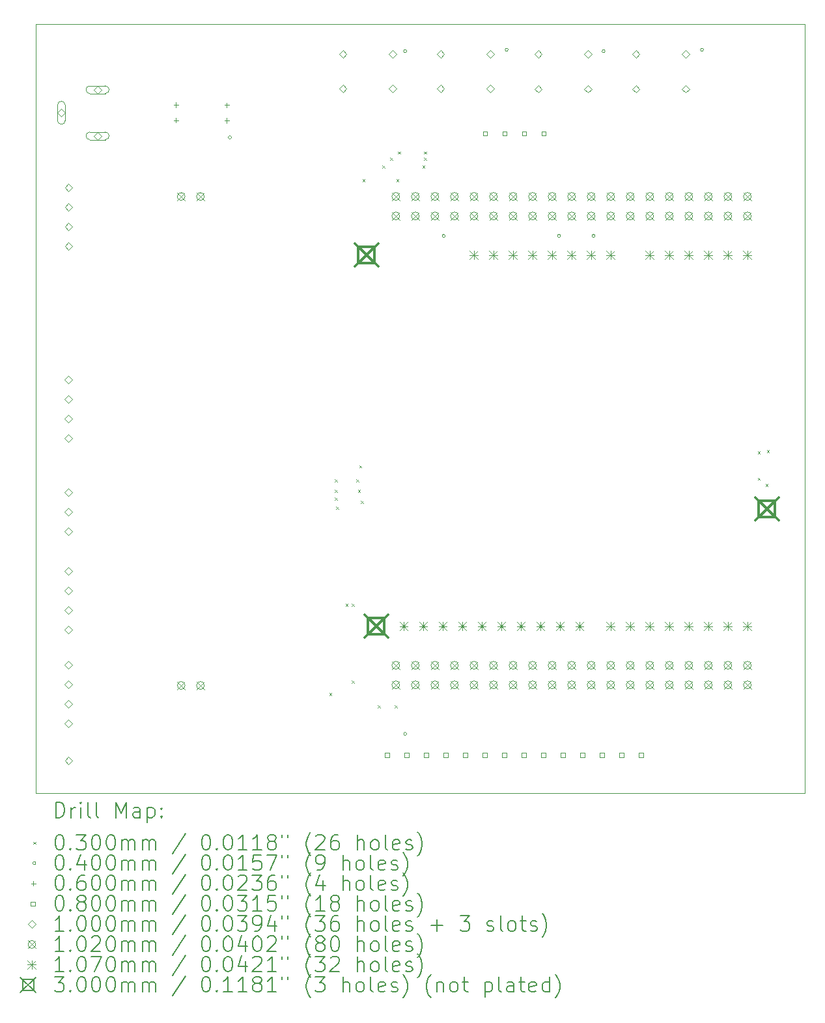
<source format=gbr>
%TF.GenerationSoftware,KiCad,Pcbnew,9.0.6*%
%TF.CreationDate,2025-11-14T23:18:16+01:00*%
%TF.ProjectId,uC_screen_power,75435f73-6372-4656-956e-5f706f776572,1*%
%TF.SameCoordinates,Original*%
%TF.FileFunction,Drillmap*%
%TF.FilePolarity,Positive*%
%FSLAX45Y45*%
G04 Gerber Fmt 4.5, Leading zero omitted, Abs format (unit mm)*
G04 Created by KiCad (PCBNEW 9.0.6) date 2025-11-14 23:18:16*
%MOMM*%
%LPD*%
G01*
G04 APERTURE LIST*
%ADD10C,0.050000*%
%ADD11C,0.200000*%
%ADD12C,0.100000*%
%ADD13C,0.102000*%
%ADD14C,0.107000*%
%ADD15C,0.300000*%
G04 APERTURE END LIST*
D10*
X5200000Y-15250000D02*
X5200000Y-5250000D01*
X15200000Y-15250000D02*
X15200000Y-5250000D01*
X5200000Y-15250000D02*
X15200000Y-15250000D01*
X15200000Y-5250000D02*
X5200000Y-5250000D01*
D11*
D12*
X9015000Y-13945000D02*
X9045000Y-13975000D01*
X9045000Y-13945000D02*
X9015000Y-13975000D01*
X9085000Y-11165000D02*
X9115000Y-11195000D01*
X9115000Y-11165000D02*
X9085000Y-11195000D01*
X9085000Y-11305000D02*
X9115000Y-11335000D01*
X9115000Y-11305000D02*
X9085000Y-11335000D01*
X9085000Y-11405000D02*
X9115000Y-11435000D01*
X9115000Y-11405000D02*
X9085000Y-11435000D01*
X9105000Y-11525000D02*
X9135000Y-11555000D01*
X9135000Y-11525000D02*
X9105000Y-11555000D01*
X9225000Y-12785000D02*
X9255000Y-12815000D01*
X9255000Y-12785000D02*
X9225000Y-12815000D01*
X9305000Y-12785000D02*
X9335000Y-12815000D01*
X9335000Y-12785000D02*
X9305000Y-12815000D01*
X9305000Y-13785000D02*
X9335000Y-13815000D01*
X9335000Y-13785000D02*
X9305000Y-13815000D01*
X9366564Y-11164992D02*
X9396564Y-11194992D01*
X9396564Y-11164992D02*
X9366564Y-11194992D01*
X9385000Y-11305000D02*
X9415000Y-11335000D01*
X9415000Y-11305000D02*
X9385000Y-11335000D01*
X9405000Y-10985000D02*
X9435000Y-11015000D01*
X9435000Y-10985000D02*
X9405000Y-11015000D01*
X9425000Y-11445000D02*
X9455000Y-11475000D01*
X9455000Y-11445000D02*
X9425000Y-11475000D01*
X9445000Y-7265000D02*
X9475000Y-7295000D01*
X9475000Y-7265000D02*
X9445000Y-7295000D01*
X9645000Y-14105000D02*
X9675000Y-14135000D01*
X9675000Y-14105000D02*
X9645000Y-14135000D01*
X9705000Y-7085000D02*
X9735000Y-7115000D01*
X9735000Y-7085000D02*
X9705000Y-7115000D01*
X9805000Y-6985000D02*
X9835000Y-7015000D01*
X9835000Y-6985000D02*
X9805000Y-7015000D01*
X9865000Y-14105000D02*
X9895000Y-14135000D01*
X9895000Y-14105000D02*
X9865000Y-14135000D01*
X9885000Y-7265000D02*
X9915000Y-7295000D01*
X9915000Y-7265000D02*
X9885000Y-7295000D01*
X9905000Y-6905000D02*
X9935000Y-6935000D01*
X9935000Y-6905000D02*
X9905000Y-6935000D01*
X10225000Y-7085000D02*
X10255000Y-7115000D01*
X10255000Y-7085000D02*
X10225000Y-7115000D01*
X10245000Y-6905000D02*
X10275000Y-6935000D01*
X10275000Y-6905000D02*
X10245000Y-6935000D01*
X10245000Y-6985000D02*
X10275000Y-7015000D01*
X10275000Y-6985000D02*
X10245000Y-7015000D01*
X14585000Y-10805000D02*
X14615000Y-10835000D01*
X14615000Y-10805000D02*
X14585000Y-10835000D01*
X14585000Y-11145000D02*
X14615000Y-11175000D01*
X14615000Y-11145000D02*
X14585000Y-11175000D01*
X14685000Y-11225000D02*
X14715000Y-11255000D01*
X14715000Y-11225000D02*
X14685000Y-11255000D01*
X14705000Y-10785000D02*
X14735000Y-10815000D01*
X14735000Y-10785000D02*
X14705000Y-10815000D01*
X7740000Y-6720000D02*
G75*
G02*
X7700000Y-6720000I-20000J0D01*
G01*
X7700000Y-6720000D02*
G75*
G02*
X7740000Y-6720000I20000J0D01*
G01*
X10020000Y-5600000D02*
G75*
G02*
X9980000Y-5600000I-20000J0D01*
G01*
X9980000Y-5600000D02*
G75*
G02*
X10020000Y-5600000I20000J0D01*
G01*
X10020000Y-14475000D02*
G75*
G02*
X9980000Y-14475000I-20000J0D01*
G01*
X9980000Y-14475000D02*
G75*
G02*
X10020000Y-14475000I20000J0D01*
G01*
X10520000Y-8000000D02*
G75*
G02*
X10480000Y-8000000I-20000J0D01*
G01*
X10480000Y-8000000D02*
G75*
G02*
X10520000Y-8000000I20000J0D01*
G01*
X11340000Y-5580000D02*
G75*
G02*
X11300000Y-5580000I-20000J0D01*
G01*
X11300000Y-5580000D02*
G75*
G02*
X11340000Y-5580000I20000J0D01*
G01*
X12020000Y-8000000D02*
G75*
G02*
X11980000Y-8000000I-20000J0D01*
G01*
X11980000Y-8000000D02*
G75*
G02*
X12020000Y-8000000I20000J0D01*
G01*
X12470000Y-8000000D02*
G75*
G02*
X12430000Y-8000000I-20000J0D01*
G01*
X12430000Y-8000000D02*
G75*
G02*
X12470000Y-8000000I20000J0D01*
G01*
X12600000Y-5600000D02*
G75*
G02*
X12560000Y-5600000I-20000J0D01*
G01*
X12560000Y-5600000D02*
G75*
G02*
X12600000Y-5600000I20000J0D01*
G01*
X13880000Y-5580000D02*
G75*
G02*
X13840000Y-5580000I-20000J0D01*
G01*
X13840000Y-5580000D02*
G75*
G02*
X13880000Y-5580000I20000J0D01*
G01*
X7020000Y-6267260D02*
X7020000Y-6327260D01*
X6990000Y-6297260D02*
X7050000Y-6297260D01*
X7020000Y-6467260D02*
X7020000Y-6527260D01*
X6990000Y-6497260D02*
X7050000Y-6497260D01*
X7680000Y-6270000D02*
X7680000Y-6330000D01*
X7650000Y-6300000D02*
X7710000Y-6300000D01*
X7680000Y-6470000D02*
X7680000Y-6530000D01*
X7650000Y-6500000D02*
X7710000Y-6500000D01*
X9796285Y-14778284D02*
X9796285Y-14721715D01*
X9739716Y-14721715D01*
X9739716Y-14778284D01*
X9796285Y-14778284D01*
X10050285Y-14778284D02*
X10050285Y-14721715D01*
X9993716Y-14721715D01*
X9993716Y-14778284D01*
X10050285Y-14778284D01*
X10304285Y-14778284D02*
X10304285Y-14721715D01*
X10247716Y-14721715D01*
X10247716Y-14778284D01*
X10304285Y-14778284D01*
X10558285Y-14778284D02*
X10558285Y-14721715D01*
X10501716Y-14721715D01*
X10501716Y-14778284D01*
X10558285Y-14778284D01*
X10812285Y-14778284D02*
X10812285Y-14721715D01*
X10755716Y-14721715D01*
X10755716Y-14778284D01*
X10812285Y-14778284D01*
X11066285Y-14778284D02*
X11066285Y-14721715D01*
X11009716Y-14721715D01*
X11009716Y-14778284D01*
X11066285Y-14778284D01*
X11069285Y-6698284D02*
X11069285Y-6641715D01*
X11012716Y-6641715D01*
X11012716Y-6698284D01*
X11069285Y-6698284D01*
X11320284Y-14778284D02*
X11320284Y-14721715D01*
X11263715Y-14721715D01*
X11263715Y-14778284D01*
X11320284Y-14778284D01*
X11323284Y-6698284D02*
X11323284Y-6641715D01*
X11266715Y-6641715D01*
X11266715Y-6698284D01*
X11323284Y-6698284D01*
X11574284Y-14778284D02*
X11574284Y-14721715D01*
X11517715Y-14721715D01*
X11517715Y-14778284D01*
X11574284Y-14778284D01*
X11577284Y-6698284D02*
X11577284Y-6641715D01*
X11520715Y-6641715D01*
X11520715Y-6698284D01*
X11577284Y-6698284D01*
X11828284Y-14778284D02*
X11828284Y-14721715D01*
X11771715Y-14721715D01*
X11771715Y-14778284D01*
X11828284Y-14778284D01*
X11831284Y-6698284D02*
X11831284Y-6641715D01*
X11774715Y-6641715D01*
X11774715Y-6698284D01*
X11831284Y-6698284D01*
X12082284Y-14778284D02*
X12082284Y-14721715D01*
X12025715Y-14721715D01*
X12025715Y-14778284D01*
X12082284Y-14778284D01*
X12336284Y-14778284D02*
X12336284Y-14721715D01*
X12279715Y-14721715D01*
X12279715Y-14778284D01*
X12336284Y-14778284D01*
X12590284Y-14778284D02*
X12590284Y-14721715D01*
X12533715Y-14721715D01*
X12533715Y-14778284D01*
X12590284Y-14778284D01*
X12844284Y-14778284D02*
X12844284Y-14721715D01*
X12787715Y-14721715D01*
X12787715Y-14778284D01*
X12844284Y-14778284D01*
X13098284Y-14778284D02*
X13098284Y-14721715D01*
X13041715Y-14721715D01*
X13041715Y-14778284D01*
X13098284Y-14778284D01*
X5530000Y-6450000D02*
X5580000Y-6400000D01*
X5530000Y-6350000D01*
X5480000Y-6400000D01*
X5530000Y-6450000D01*
X5480000Y-6300000D02*
X5480000Y-6500000D01*
X5580000Y-6500000D02*
G75*
G02*
X5480000Y-6500000I-50000J0D01*
G01*
X5580000Y-6500000D02*
X5580000Y-6300000D01*
X5580000Y-6300000D02*
G75*
G03*
X5480000Y-6300000I-50000J0D01*
G01*
X5620000Y-9920000D02*
X5670000Y-9870000D01*
X5620000Y-9820000D01*
X5570000Y-9870000D01*
X5620000Y-9920000D01*
X5620000Y-10174000D02*
X5670000Y-10124000D01*
X5620000Y-10074000D01*
X5570000Y-10124000D01*
X5620000Y-10174000D01*
X5620000Y-10428000D02*
X5670000Y-10378000D01*
X5620000Y-10328000D01*
X5570000Y-10378000D01*
X5620000Y-10428000D01*
X5620000Y-10682000D02*
X5670000Y-10632000D01*
X5620000Y-10582000D01*
X5570000Y-10632000D01*
X5620000Y-10682000D01*
X5620000Y-11386000D02*
X5670000Y-11336000D01*
X5620000Y-11286000D01*
X5570000Y-11336000D01*
X5620000Y-11386000D01*
X5620000Y-11640000D02*
X5670000Y-11590000D01*
X5620000Y-11540000D01*
X5570000Y-11590000D01*
X5620000Y-11640000D01*
X5620000Y-11894000D02*
X5670000Y-11844000D01*
X5620000Y-11794000D01*
X5570000Y-11844000D01*
X5620000Y-11894000D01*
X5620000Y-12408000D02*
X5670000Y-12358000D01*
X5620000Y-12308000D01*
X5570000Y-12358000D01*
X5620000Y-12408000D01*
X5620000Y-12662000D02*
X5670000Y-12612000D01*
X5620000Y-12562000D01*
X5570000Y-12612000D01*
X5620000Y-12662000D01*
X5620000Y-12916000D02*
X5670000Y-12866000D01*
X5620000Y-12816000D01*
X5570000Y-12866000D01*
X5620000Y-12916000D01*
X5620000Y-13170000D02*
X5670000Y-13120000D01*
X5620000Y-13070000D01*
X5570000Y-13120000D01*
X5620000Y-13170000D01*
X5620000Y-13629000D02*
X5670000Y-13579000D01*
X5620000Y-13529000D01*
X5570000Y-13579000D01*
X5620000Y-13629000D01*
X5620000Y-13883000D02*
X5670000Y-13833000D01*
X5620000Y-13783000D01*
X5570000Y-13833000D01*
X5620000Y-13883000D01*
X5620000Y-14137000D02*
X5670000Y-14087000D01*
X5620000Y-14037000D01*
X5570000Y-14087000D01*
X5620000Y-14137000D01*
X5620000Y-14391000D02*
X5670000Y-14341000D01*
X5620000Y-14291000D01*
X5570000Y-14341000D01*
X5620000Y-14391000D01*
X5625000Y-7419000D02*
X5675000Y-7369000D01*
X5625000Y-7319000D01*
X5575000Y-7369000D01*
X5625000Y-7419000D01*
X5625000Y-7673000D02*
X5675000Y-7623000D01*
X5625000Y-7573000D01*
X5575000Y-7623000D01*
X5625000Y-7673000D01*
X5625000Y-7927000D02*
X5675000Y-7877000D01*
X5625000Y-7827000D01*
X5575000Y-7877000D01*
X5625000Y-7927000D01*
X5625000Y-8181000D02*
X5675000Y-8131000D01*
X5625000Y-8081000D01*
X5575000Y-8131000D01*
X5625000Y-8181000D01*
X5625000Y-14875000D02*
X5675000Y-14825000D01*
X5625000Y-14775000D01*
X5575000Y-14825000D01*
X5625000Y-14875000D01*
X6000000Y-6150000D02*
X6050000Y-6100000D01*
X6000000Y-6050000D01*
X5950000Y-6100000D01*
X6000000Y-6150000D01*
X6100000Y-6050000D02*
X5900000Y-6050000D01*
X5900000Y-6150000D02*
G75*
G02*
X5900000Y-6050000I0J50000D01*
G01*
X5900000Y-6150000D02*
X6100000Y-6150000D01*
X6100000Y-6150000D02*
G75*
G03*
X6100000Y-6050000I0J50000D01*
G01*
X6000000Y-6750000D02*
X6050000Y-6700000D01*
X6000000Y-6650000D01*
X5950000Y-6700000D01*
X6000000Y-6750000D01*
X6100000Y-6650000D02*
X5900000Y-6650000D01*
X5900000Y-6750000D02*
G75*
G02*
X5900000Y-6650000I0J50000D01*
G01*
X5900000Y-6750000D02*
X6100000Y-6750000D01*
X6100000Y-6750000D02*
G75*
G03*
X6100000Y-6650000I0J50000D01*
G01*
X9190000Y-5685000D02*
X9240000Y-5635000D01*
X9190000Y-5585000D01*
X9140000Y-5635000D01*
X9190000Y-5685000D01*
X9190000Y-6135000D02*
X9240000Y-6085000D01*
X9190000Y-6035000D01*
X9140000Y-6085000D01*
X9190000Y-6135000D01*
X9840000Y-5685000D02*
X9890000Y-5635000D01*
X9840000Y-5585000D01*
X9790000Y-5635000D01*
X9840000Y-5685000D01*
X9840000Y-6135000D02*
X9890000Y-6085000D01*
X9840000Y-6035000D01*
X9790000Y-6085000D01*
X9840000Y-6135000D01*
X10460000Y-5685000D02*
X10510000Y-5635000D01*
X10460000Y-5585000D01*
X10410000Y-5635000D01*
X10460000Y-5685000D01*
X10460000Y-6135000D02*
X10510000Y-6085000D01*
X10460000Y-6035000D01*
X10410000Y-6085000D01*
X10460000Y-6135000D01*
X11110000Y-5685000D02*
X11160000Y-5635000D01*
X11110000Y-5585000D01*
X11060000Y-5635000D01*
X11110000Y-5685000D01*
X11110000Y-6135000D02*
X11160000Y-6085000D01*
X11110000Y-6035000D01*
X11060000Y-6085000D01*
X11110000Y-6135000D01*
X11730000Y-5690000D02*
X11780000Y-5640000D01*
X11730000Y-5590000D01*
X11680000Y-5640000D01*
X11730000Y-5690000D01*
X11730000Y-6140000D02*
X11780000Y-6090000D01*
X11730000Y-6040000D01*
X11680000Y-6090000D01*
X11730000Y-6140000D01*
X12380000Y-5690000D02*
X12430000Y-5640000D01*
X12380000Y-5590000D01*
X12330000Y-5640000D01*
X12380000Y-5690000D01*
X12380000Y-6140000D02*
X12430000Y-6090000D01*
X12380000Y-6040000D01*
X12330000Y-6090000D01*
X12380000Y-6140000D01*
X13000000Y-5690000D02*
X13050000Y-5640000D01*
X13000000Y-5590000D01*
X12950000Y-5640000D01*
X13000000Y-5690000D01*
X13000000Y-6140000D02*
X13050000Y-6090000D01*
X13000000Y-6040000D01*
X12950000Y-6090000D01*
X13000000Y-6140000D01*
X13650000Y-5690000D02*
X13700000Y-5640000D01*
X13650000Y-5590000D01*
X13600000Y-5640000D01*
X13650000Y-5690000D01*
X13650000Y-6140000D02*
X13700000Y-6090000D01*
X13650000Y-6040000D01*
X13600000Y-6090000D01*
X13650000Y-6140000D01*
D13*
X7037000Y-7438000D02*
X7139000Y-7540000D01*
X7139000Y-7438000D02*
X7037000Y-7540000D01*
X7139000Y-7489000D02*
G75*
G02*
X7037000Y-7489000I-51000J0D01*
G01*
X7037000Y-7489000D02*
G75*
G02*
X7139000Y-7489000I51000J0D01*
G01*
X7037000Y-13795000D02*
X7139000Y-13897000D01*
X7139000Y-13795000D02*
X7037000Y-13897000D01*
X7139000Y-13846000D02*
G75*
G02*
X7037000Y-13846000I-51000J0D01*
G01*
X7037000Y-13846000D02*
G75*
G02*
X7139000Y-13846000I51000J0D01*
G01*
X7287000Y-7438000D02*
X7389000Y-7540000D01*
X7389000Y-7438000D02*
X7287000Y-7540000D01*
X7389000Y-7489000D02*
G75*
G02*
X7287000Y-7489000I-51000J0D01*
G01*
X7287000Y-7489000D02*
G75*
G02*
X7389000Y-7489000I51000J0D01*
G01*
X7287000Y-13795000D02*
X7389000Y-13897000D01*
X7389000Y-13795000D02*
X7287000Y-13897000D01*
X7389000Y-13846000D02*
G75*
G02*
X7287000Y-13846000I-51000J0D01*
G01*
X7287000Y-13846000D02*
G75*
G02*
X7389000Y-13846000I51000J0D01*
G01*
X9827000Y-7437000D02*
X9929000Y-7539000D01*
X9929000Y-7437000D02*
X9827000Y-7539000D01*
X9929000Y-7488000D02*
G75*
G02*
X9827000Y-7488000I-51000J0D01*
G01*
X9827000Y-7488000D02*
G75*
G02*
X9929000Y-7488000I51000J0D01*
G01*
X9827000Y-7691000D02*
X9929000Y-7793000D01*
X9929000Y-7691000D02*
X9827000Y-7793000D01*
X9929000Y-7742000D02*
G75*
G02*
X9827000Y-7742000I-51000J0D01*
G01*
X9827000Y-7742000D02*
G75*
G02*
X9929000Y-7742000I51000J0D01*
G01*
X9827000Y-13533000D02*
X9929000Y-13635000D01*
X9929000Y-13533000D02*
X9827000Y-13635000D01*
X9929000Y-13584000D02*
G75*
G02*
X9827000Y-13584000I-51000J0D01*
G01*
X9827000Y-13584000D02*
G75*
G02*
X9929000Y-13584000I51000J0D01*
G01*
X9827000Y-13787000D02*
X9929000Y-13889000D01*
X9929000Y-13787000D02*
X9827000Y-13889000D01*
X9929000Y-13838000D02*
G75*
G02*
X9827000Y-13838000I-51000J0D01*
G01*
X9827000Y-13838000D02*
G75*
G02*
X9929000Y-13838000I51000J0D01*
G01*
X10081000Y-7437000D02*
X10183000Y-7539000D01*
X10183000Y-7437000D02*
X10081000Y-7539000D01*
X10183000Y-7488000D02*
G75*
G02*
X10081000Y-7488000I-51000J0D01*
G01*
X10081000Y-7488000D02*
G75*
G02*
X10183000Y-7488000I51000J0D01*
G01*
X10081000Y-7691000D02*
X10183000Y-7793000D01*
X10183000Y-7691000D02*
X10081000Y-7793000D01*
X10183000Y-7742000D02*
G75*
G02*
X10081000Y-7742000I-51000J0D01*
G01*
X10081000Y-7742000D02*
G75*
G02*
X10183000Y-7742000I51000J0D01*
G01*
X10081000Y-13533000D02*
X10183000Y-13635000D01*
X10183000Y-13533000D02*
X10081000Y-13635000D01*
X10183000Y-13584000D02*
G75*
G02*
X10081000Y-13584000I-51000J0D01*
G01*
X10081000Y-13584000D02*
G75*
G02*
X10183000Y-13584000I51000J0D01*
G01*
X10081000Y-13787000D02*
X10183000Y-13889000D01*
X10183000Y-13787000D02*
X10081000Y-13889000D01*
X10183000Y-13838000D02*
G75*
G02*
X10081000Y-13838000I-51000J0D01*
G01*
X10081000Y-13838000D02*
G75*
G02*
X10183000Y-13838000I51000J0D01*
G01*
X10335000Y-7437000D02*
X10437000Y-7539000D01*
X10437000Y-7437000D02*
X10335000Y-7539000D01*
X10437000Y-7488000D02*
G75*
G02*
X10335000Y-7488000I-51000J0D01*
G01*
X10335000Y-7488000D02*
G75*
G02*
X10437000Y-7488000I51000J0D01*
G01*
X10335000Y-7691000D02*
X10437000Y-7793000D01*
X10437000Y-7691000D02*
X10335000Y-7793000D01*
X10437000Y-7742000D02*
G75*
G02*
X10335000Y-7742000I-51000J0D01*
G01*
X10335000Y-7742000D02*
G75*
G02*
X10437000Y-7742000I51000J0D01*
G01*
X10335000Y-13533000D02*
X10437000Y-13635000D01*
X10437000Y-13533000D02*
X10335000Y-13635000D01*
X10437000Y-13584000D02*
G75*
G02*
X10335000Y-13584000I-51000J0D01*
G01*
X10335000Y-13584000D02*
G75*
G02*
X10437000Y-13584000I51000J0D01*
G01*
X10335000Y-13787000D02*
X10437000Y-13889000D01*
X10437000Y-13787000D02*
X10335000Y-13889000D01*
X10437000Y-13838000D02*
G75*
G02*
X10335000Y-13838000I-51000J0D01*
G01*
X10335000Y-13838000D02*
G75*
G02*
X10437000Y-13838000I51000J0D01*
G01*
X10589000Y-7437000D02*
X10691000Y-7539000D01*
X10691000Y-7437000D02*
X10589000Y-7539000D01*
X10691000Y-7488000D02*
G75*
G02*
X10589000Y-7488000I-51000J0D01*
G01*
X10589000Y-7488000D02*
G75*
G02*
X10691000Y-7488000I51000J0D01*
G01*
X10589000Y-7691000D02*
X10691000Y-7793000D01*
X10691000Y-7691000D02*
X10589000Y-7793000D01*
X10691000Y-7742000D02*
G75*
G02*
X10589000Y-7742000I-51000J0D01*
G01*
X10589000Y-7742000D02*
G75*
G02*
X10691000Y-7742000I51000J0D01*
G01*
X10589000Y-13533000D02*
X10691000Y-13635000D01*
X10691000Y-13533000D02*
X10589000Y-13635000D01*
X10691000Y-13584000D02*
G75*
G02*
X10589000Y-13584000I-51000J0D01*
G01*
X10589000Y-13584000D02*
G75*
G02*
X10691000Y-13584000I51000J0D01*
G01*
X10589000Y-13787000D02*
X10691000Y-13889000D01*
X10691000Y-13787000D02*
X10589000Y-13889000D01*
X10691000Y-13838000D02*
G75*
G02*
X10589000Y-13838000I-51000J0D01*
G01*
X10589000Y-13838000D02*
G75*
G02*
X10691000Y-13838000I51000J0D01*
G01*
X10843000Y-7437000D02*
X10945000Y-7539000D01*
X10945000Y-7437000D02*
X10843000Y-7539000D01*
X10945000Y-7488000D02*
G75*
G02*
X10843000Y-7488000I-51000J0D01*
G01*
X10843000Y-7488000D02*
G75*
G02*
X10945000Y-7488000I51000J0D01*
G01*
X10843000Y-7691000D02*
X10945000Y-7793000D01*
X10945000Y-7691000D02*
X10843000Y-7793000D01*
X10945000Y-7742000D02*
G75*
G02*
X10843000Y-7742000I-51000J0D01*
G01*
X10843000Y-7742000D02*
G75*
G02*
X10945000Y-7742000I51000J0D01*
G01*
X10843000Y-13533000D02*
X10945000Y-13635000D01*
X10945000Y-13533000D02*
X10843000Y-13635000D01*
X10945000Y-13584000D02*
G75*
G02*
X10843000Y-13584000I-51000J0D01*
G01*
X10843000Y-13584000D02*
G75*
G02*
X10945000Y-13584000I51000J0D01*
G01*
X10843000Y-13787000D02*
X10945000Y-13889000D01*
X10945000Y-13787000D02*
X10843000Y-13889000D01*
X10945000Y-13838000D02*
G75*
G02*
X10843000Y-13838000I-51000J0D01*
G01*
X10843000Y-13838000D02*
G75*
G02*
X10945000Y-13838000I51000J0D01*
G01*
X11097000Y-7437000D02*
X11199000Y-7539000D01*
X11199000Y-7437000D02*
X11097000Y-7539000D01*
X11199000Y-7488000D02*
G75*
G02*
X11097000Y-7488000I-51000J0D01*
G01*
X11097000Y-7488000D02*
G75*
G02*
X11199000Y-7488000I51000J0D01*
G01*
X11097000Y-7691000D02*
X11199000Y-7793000D01*
X11199000Y-7691000D02*
X11097000Y-7793000D01*
X11199000Y-7742000D02*
G75*
G02*
X11097000Y-7742000I-51000J0D01*
G01*
X11097000Y-7742000D02*
G75*
G02*
X11199000Y-7742000I51000J0D01*
G01*
X11097000Y-13533000D02*
X11199000Y-13635000D01*
X11199000Y-13533000D02*
X11097000Y-13635000D01*
X11199000Y-13584000D02*
G75*
G02*
X11097000Y-13584000I-51000J0D01*
G01*
X11097000Y-13584000D02*
G75*
G02*
X11199000Y-13584000I51000J0D01*
G01*
X11097000Y-13787000D02*
X11199000Y-13889000D01*
X11199000Y-13787000D02*
X11097000Y-13889000D01*
X11199000Y-13838000D02*
G75*
G02*
X11097000Y-13838000I-51000J0D01*
G01*
X11097000Y-13838000D02*
G75*
G02*
X11199000Y-13838000I51000J0D01*
G01*
X11351000Y-7437000D02*
X11453000Y-7539000D01*
X11453000Y-7437000D02*
X11351000Y-7539000D01*
X11453000Y-7488000D02*
G75*
G02*
X11351000Y-7488000I-51000J0D01*
G01*
X11351000Y-7488000D02*
G75*
G02*
X11453000Y-7488000I51000J0D01*
G01*
X11351000Y-7691000D02*
X11453000Y-7793000D01*
X11453000Y-7691000D02*
X11351000Y-7793000D01*
X11453000Y-7742000D02*
G75*
G02*
X11351000Y-7742000I-51000J0D01*
G01*
X11351000Y-7742000D02*
G75*
G02*
X11453000Y-7742000I51000J0D01*
G01*
X11351000Y-13533000D02*
X11453000Y-13635000D01*
X11453000Y-13533000D02*
X11351000Y-13635000D01*
X11453000Y-13584000D02*
G75*
G02*
X11351000Y-13584000I-51000J0D01*
G01*
X11351000Y-13584000D02*
G75*
G02*
X11453000Y-13584000I51000J0D01*
G01*
X11351000Y-13787000D02*
X11453000Y-13889000D01*
X11453000Y-13787000D02*
X11351000Y-13889000D01*
X11453000Y-13838000D02*
G75*
G02*
X11351000Y-13838000I-51000J0D01*
G01*
X11351000Y-13838000D02*
G75*
G02*
X11453000Y-13838000I51000J0D01*
G01*
X11605000Y-7437000D02*
X11707000Y-7539000D01*
X11707000Y-7437000D02*
X11605000Y-7539000D01*
X11707000Y-7488000D02*
G75*
G02*
X11605000Y-7488000I-51000J0D01*
G01*
X11605000Y-7488000D02*
G75*
G02*
X11707000Y-7488000I51000J0D01*
G01*
X11605000Y-7691000D02*
X11707000Y-7793000D01*
X11707000Y-7691000D02*
X11605000Y-7793000D01*
X11707000Y-7742000D02*
G75*
G02*
X11605000Y-7742000I-51000J0D01*
G01*
X11605000Y-7742000D02*
G75*
G02*
X11707000Y-7742000I51000J0D01*
G01*
X11605000Y-13533000D02*
X11707000Y-13635000D01*
X11707000Y-13533000D02*
X11605000Y-13635000D01*
X11707000Y-13584000D02*
G75*
G02*
X11605000Y-13584000I-51000J0D01*
G01*
X11605000Y-13584000D02*
G75*
G02*
X11707000Y-13584000I51000J0D01*
G01*
X11605000Y-13787000D02*
X11707000Y-13889000D01*
X11707000Y-13787000D02*
X11605000Y-13889000D01*
X11707000Y-13838000D02*
G75*
G02*
X11605000Y-13838000I-51000J0D01*
G01*
X11605000Y-13838000D02*
G75*
G02*
X11707000Y-13838000I51000J0D01*
G01*
X11859000Y-7437000D02*
X11961000Y-7539000D01*
X11961000Y-7437000D02*
X11859000Y-7539000D01*
X11961000Y-7488000D02*
G75*
G02*
X11859000Y-7488000I-51000J0D01*
G01*
X11859000Y-7488000D02*
G75*
G02*
X11961000Y-7488000I51000J0D01*
G01*
X11859000Y-7691000D02*
X11961000Y-7793000D01*
X11961000Y-7691000D02*
X11859000Y-7793000D01*
X11961000Y-7742000D02*
G75*
G02*
X11859000Y-7742000I-51000J0D01*
G01*
X11859000Y-7742000D02*
G75*
G02*
X11961000Y-7742000I51000J0D01*
G01*
X11859000Y-13533000D02*
X11961000Y-13635000D01*
X11961000Y-13533000D02*
X11859000Y-13635000D01*
X11961000Y-13584000D02*
G75*
G02*
X11859000Y-13584000I-51000J0D01*
G01*
X11859000Y-13584000D02*
G75*
G02*
X11961000Y-13584000I51000J0D01*
G01*
X11859000Y-13787000D02*
X11961000Y-13889000D01*
X11961000Y-13787000D02*
X11859000Y-13889000D01*
X11961000Y-13838000D02*
G75*
G02*
X11859000Y-13838000I-51000J0D01*
G01*
X11859000Y-13838000D02*
G75*
G02*
X11961000Y-13838000I51000J0D01*
G01*
X12113000Y-7437000D02*
X12215000Y-7539000D01*
X12215000Y-7437000D02*
X12113000Y-7539000D01*
X12215000Y-7488000D02*
G75*
G02*
X12113000Y-7488000I-51000J0D01*
G01*
X12113000Y-7488000D02*
G75*
G02*
X12215000Y-7488000I51000J0D01*
G01*
X12113000Y-7691000D02*
X12215000Y-7793000D01*
X12215000Y-7691000D02*
X12113000Y-7793000D01*
X12215000Y-7742000D02*
G75*
G02*
X12113000Y-7742000I-51000J0D01*
G01*
X12113000Y-7742000D02*
G75*
G02*
X12215000Y-7742000I51000J0D01*
G01*
X12113000Y-13533000D02*
X12215000Y-13635000D01*
X12215000Y-13533000D02*
X12113000Y-13635000D01*
X12215000Y-13584000D02*
G75*
G02*
X12113000Y-13584000I-51000J0D01*
G01*
X12113000Y-13584000D02*
G75*
G02*
X12215000Y-13584000I51000J0D01*
G01*
X12113000Y-13787000D02*
X12215000Y-13889000D01*
X12215000Y-13787000D02*
X12113000Y-13889000D01*
X12215000Y-13838000D02*
G75*
G02*
X12113000Y-13838000I-51000J0D01*
G01*
X12113000Y-13838000D02*
G75*
G02*
X12215000Y-13838000I51000J0D01*
G01*
X12367000Y-7437000D02*
X12469000Y-7539000D01*
X12469000Y-7437000D02*
X12367000Y-7539000D01*
X12469000Y-7488000D02*
G75*
G02*
X12367000Y-7488000I-51000J0D01*
G01*
X12367000Y-7488000D02*
G75*
G02*
X12469000Y-7488000I51000J0D01*
G01*
X12367000Y-7691000D02*
X12469000Y-7793000D01*
X12469000Y-7691000D02*
X12367000Y-7793000D01*
X12469000Y-7742000D02*
G75*
G02*
X12367000Y-7742000I-51000J0D01*
G01*
X12367000Y-7742000D02*
G75*
G02*
X12469000Y-7742000I51000J0D01*
G01*
X12367000Y-13533000D02*
X12469000Y-13635000D01*
X12469000Y-13533000D02*
X12367000Y-13635000D01*
X12469000Y-13584000D02*
G75*
G02*
X12367000Y-13584000I-51000J0D01*
G01*
X12367000Y-13584000D02*
G75*
G02*
X12469000Y-13584000I51000J0D01*
G01*
X12367000Y-13787000D02*
X12469000Y-13889000D01*
X12469000Y-13787000D02*
X12367000Y-13889000D01*
X12469000Y-13838000D02*
G75*
G02*
X12367000Y-13838000I-51000J0D01*
G01*
X12367000Y-13838000D02*
G75*
G02*
X12469000Y-13838000I51000J0D01*
G01*
X12621000Y-7437000D02*
X12723000Y-7539000D01*
X12723000Y-7437000D02*
X12621000Y-7539000D01*
X12723000Y-7488000D02*
G75*
G02*
X12621000Y-7488000I-51000J0D01*
G01*
X12621000Y-7488000D02*
G75*
G02*
X12723000Y-7488000I51000J0D01*
G01*
X12621000Y-7691000D02*
X12723000Y-7793000D01*
X12723000Y-7691000D02*
X12621000Y-7793000D01*
X12723000Y-7742000D02*
G75*
G02*
X12621000Y-7742000I-51000J0D01*
G01*
X12621000Y-7742000D02*
G75*
G02*
X12723000Y-7742000I51000J0D01*
G01*
X12621000Y-13533000D02*
X12723000Y-13635000D01*
X12723000Y-13533000D02*
X12621000Y-13635000D01*
X12723000Y-13584000D02*
G75*
G02*
X12621000Y-13584000I-51000J0D01*
G01*
X12621000Y-13584000D02*
G75*
G02*
X12723000Y-13584000I51000J0D01*
G01*
X12621000Y-13787000D02*
X12723000Y-13889000D01*
X12723000Y-13787000D02*
X12621000Y-13889000D01*
X12723000Y-13838000D02*
G75*
G02*
X12621000Y-13838000I-51000J0D01*
G01*
X12621000Y-13838000D02*
G75*
G02*
X12723000Y-13838000I51000J0D01*
G01*
X12875000Y-7437000D02*
X12977000Y-7539000D01*
X12977000Y-7437000D02*
X12875000Y-7539000D01*
X12977000Y-7488000D02*
G75*
G02*
X12875000Y-7488000I-51000J0D01*
G01*
X12875000Y-7488000D02*
G75*
G02*
X12977000Y-7488000I51000J0D01*
G01*
X12875000Y-7691000D02*
X12977000Y-7793000D01*
X12977000Y-7691000D02*
X12875000Y-7793000D01*
X12977000Y-7742000D02*
G75*
G02*
X12875000Y-7742000I-51000J0D01*
G01*
X12875000Y-7742000D02*
G75*
G02*
X12977000Y-7742000I51000J0D01*
G01*
X12875000Y-13533000D02*
X12977000Y-13635000D01*
X12977000Y-13533000D02*
X12875000Y-13635000D01*
X12977000Y-13584000D02*
G75*
G02*
X12875000Y-13584000I-51000J0D01*
G01*
X12875000Y-13584000D02*
G75*
G02*
X12977000Y-13584000I51000J0D01*
G01*
X12875000Y-13787000D02*
X12977000Y-13889000D01*
X12977000Y-13787000D02*
X12875000Y-13889000D01*
X12977000Y-13838000D02*
G75*
G02*
X12875000Y-13838000I-51000J0D01*
G01*
X12875000Y-13838000D02*
G75*
G02*
X12977000Y-13838000I51000J0D01*
G01*
X13129000Y-7437000D02*
X13231000Y-7539000D01*
X13231000Y-7437000D02*
X13129000Y-7539000D01*
X13231000Y-7488000D02*
G75*
G02*
X13129000Y-7488000I-51000J0D01*
G01*
X13129000Y-7488000D02*
G75*
G02*
X13231000Y-7488000I51000J0D01*
G01*
X13129000Y-7691000D02*
X13231000Y-7793000D01*
X13231000Y-7691000D02*
X13129000Y-7793000D01*
X13231000Y-7742000D02*
G75*
G02*
X13129000Y-7742000I-51000J0D01*
G01*
X13129000Y-7742000D02*
G75*
G02*
X13231000Y-7742000I51000J0D01*
G01*
X13129000Y-13533000D02*
X13231000Y-13635000D01*
X13231000Y-13533000D02*
X13129000Y-13635000D01*
X13231000Y-13584000D02*
G75*
G02*
X13129000Y-13584000I-51000J0D01*
G01*
X13129000Y-13584000D02*
G75*
G02*
X13231000Y-13584000I51000J0D01*
G01*
X13129000Y-13787000D02*
X13231000Y-13889000D01*
X13231000Y-13787000D02*
X13129000Y-13889000D01*
X13231000Y-13838000D02*
G75*
G02*
X13129000Y-13838000I-51000J0D01*
G01*
X13129000Y-13838000D02*
G75*
G02*
X13231000Y-13838000I51000J0D01*
G01*
X13383000Y-7437000D02*
X13485000Y-7539000D01*
X13485000Y-7437000D02*
X13383000Y-7539000D01*
X13485000Y-7488000D02*
G75*
G02*
X13383000Y-7488000I-51000J0D01*
G01*
X13383000Y-7488000D02*
G75*
G02*
X13485000Y-7488000I51000J0D01*
G01*
X13383000Y-7691000D02*
X13485000Y-7793000D01*
X13485000Y-7691000D02*
X13383000Y-7793000D01*
X13485000Y-7742000D02*
G75*
G02*
X13383000Y-7742000I-51000J0D01*
G01*
X13383000Y-7742000D02*
G75*
G02*
X13485000Y-7742000I51000J0D01*
G01*
X13383000Y-13533000D02*
X13485000Y-13635000D01*
X13485000Y-13533000D02*
X13383000Y-13635000D01*
X13485000Y-13584000D02*
G75*
G02*
X13383000Y-13584000I-51000J0D01*
G01*
X13383000Y-13584000D02*
G75*
G02*
X13485000Y-13584000I51000J0D01*
G01*
X13383000Y-13787000D02*
X13485000Y-13889000D01*
X13485000Y-13787000D02*
X13383000Y-13889000D01*
X13485000Y-13838000D02*
G75*
G02*
X13383000Y-13838000I-51000J0D01*
G01*
X13383000Y-13838000D02*
G75*
G02*
X13485000Y-13838000I51000J0D01*
G01*
X13637000Y-7437000D02*
X13739000Y-7539000D01*
X13739000Y-7437000D02*
X13637000Y-7539000D01*
X13739000Y-7488000D02*
G75*
G02*
X13637000Y-7488000I-51000J0D01*
G01*
X13637000Y-7488000D02*
G75*
G02*
X13739000Y-7488000I51000J0D01*
G01*
X13637000Y-7691000D02*
X13739000Y-7793000D01*
X13739000Y-7691000D02*
X13637000Y-7793000D01*
X13739000Y-7742000D02*
G75*
G02*
X13637000Y-7742000I-51000J0D01*
G01*
X13637000Y-7742000D02*
G75*
G02*
X13739000Y-7742000I51000J0D01*
G01*
X13637000Y-13533000D02*
X13739000Y-13635000D01*
X13739000Y-13533000D02*
X13637000Y-13635000D01*
X13739000Y-13584000D02*
G75*
G02*
X13637000Y-13584000I-51000J0D01*
G01*
X13637000Y-13584000D02*
G75*
G02*
X13739000Y-13584000I51000J0D01*
G01*
X13637000Y-13787000D02*
X13739000Y-13889000D01*
X13739000Y-13787000D02*
X13637000Y-13889000D01*
X13739000Y-13838000D02*
G75*
G02*
X13637000Y-13838000I-51000J0D01*
G01*
X13637000Y-13838000D02*
G75*
G02*
X13739000Y-13838000I51000J0D01*
G01*
X13891000Y-7437000D02*
X13993000Y-7539000D01*
X13993000Y-7437000D02*
X13891000Y-7539000D01*
X13993000Y-7488000D02*
G75*
G02*
X13891000Y-7488000I-51000J0D01*
G01*
X13891000Y-7488000D02*
G75*
G02*
X13993000Y-7488000I51000J0D01*
G01*
X13891000Y-7691000D02*
X13993000Y-7793000D01*
X13993000Y-7691000D02*
X13891000Y-7793000D01*
X13993000Y-7742000D02*
G75*
G02*
X13891000Y-7742000I-51000J0D01*
G01*
X13891000Y-7742000D02*
G75*
G02*
X13993000Y-7742000I51000J0D01*
G01*
X13891000Y-13533000D02*
X13993000Y-13635000D01*
X13993000Y-13533000D02*
X13891000Y-13635000D01*
X13993000Y-13584000D02*
G75*
G02*
X13891000Y-13584000I-51000J0D01*
G01*
X13891000Y-13584000D02*
G75*
G02*
X13993000Y-13584000I51000J0D01*
G01*
X13891000Y-13787000D02*
X13993000Y-13889000D01*
X13993000Y-13787000D02*
X13891000Y-13889000D01*
X13993000Y-13838000D02*
G75*
G02*
X13891000Y-13838000I-51000J0D01*
G01*
X13891000Y-13838000D02*
G75*
G02*
X13993000Y-13838000I51000J0D01*
G01*
X14145000Y-7437000D02*
X14247000Y-7539000D01*
X14247000Y-7437000D02*
X14145000Y-7539000D01*
X14247000Y-7488000D02*
G75*
G02*
X14145000Y-7488000I-51000J0D01*
G01*
X14145000Y-7488000D02*
G75*
G02*
X14247000Y-7488000I51000J0D01*
G01*
X14145000Y-7691000D02*
X14247000Y-7793000D01*
X14247000Y-7691000D02*
X14145000Y-7793000D01*
X14247000Y-7742000D02*
G75*
G02*
X14145000Y-7742000I-51000J0D01*
G01*
X14145000Y-7742000D02*
G75*
G02*
X14247000Y-7742000I51000J0D01*
G01*
X14145000Y-13533000D02*
X14247000Y-13635000D01*
X14247000Y-13533000D02*
X14145000Y-13635000D01*
X14247000Y-13584000D02*
G75*
G02*
X14145000Y-13584000I-51000J0D01*
G01*
X14145000Y-13584000D02*
G75*
G02*
X14247000Y-13584000I51000J0D01*
G01*
X14145000Y-13787000D02*
X14247000Y-13889000D01*
X14247000Y-13787000D02*
X14145000Y-13889000D01*
X14247000Y-13838000D02*
G75*
G02*
X14145000Y-13838000I-51000J0D01*
G01*
X14145000Y-13838000D02*
G75*
G02*
X14247000Y-13838000I51000J0D01*
G01*
X14399000Y-7437000D02*
X14501000Y-7539000D01*
X14501000Y-7437000D02*
X14399000Y-7539000D01*
X14501000Y-7488000D02*
G75*
G02*
X14399000Y-7488000I-51000J0D01*
G01*
X14399000Y-7488000D02*
G75*
G02*
X14501000Y-7488000I51000J0D01*
G01*
X14399000Y-7691000D02*
X14501000Y-7793000D01*
X14501000Y-7691000D02*
X14399000Y-7793000D01*
X14501000Y-7742000D02*
G75*
G02*
X14399000Y-7742000I-51000J0D01*
G01*
X14399000Y-7742000D02*
G75*
G02*
X14501000Y-7742000I51000J0D01*
G01*
X14399000Y-13533000D02*
X14501000Y-13635000D01*
X14501000Y-13533000D02*
X14399000Y-13635000D01*
X14501000Y-13584000D02*
G75*
G02*
X14399000Y-13584000I-51000J0D01*
G01*
X14399000Y-13584000D02*
G75*
G02*
X14501000Y-13584000I51000J0D01*
G01*
X14399000Y-13787000D02*
X14501000Y-13889000D01*
X14501000Y-13787000D02*
X14399000Y-13889000D01*
X14501000Y-13838000D02*
G75*
G02*
X14399000Y-13838000I-51000J0D01*
G01*
X14399000Y-13838000D02*
G75*
G02*
X14501000Y-13838000I51000J0D01*
G01*
D14*
X9926500Y-13022500D02*
X10033500Y-13129500D01*
X10033500Y-13022500D02*
X9926500Y-13129500D01*
X9980000Y-13022500D02*
X9980000Y-13129500D01*
X9926500Y-13076000D02*
X10033500Y-13076000D01*
X10180500Y-13022500D02*
X10287500Y-13129500D01*
X10287500Y-13022500D02*
X10180500Y-13129500D01*
X10234000Y-13022500D02*
X10234000Y-13129500D01*
X10180500Y-13076000D02*
X10287500Y-13076000D01*
X10434500Y-13022500D02*
X10541500Y-13129500D01*
X10541500Y-13022500D02*
X10434500Y-13129500D01*
X10488000Y-13022500D02*
X10488000Y-13129500D01*
X10434500Y-13076000D02*
X10541500Y-13076000D01*
X10688500Y-13022500D02*
X10795500Y-13129500D01*
X10795500Y-13022500D02*
X10688500Y-13129500D01*
X10742000Y-13022500D02*
X10742000Y-13129500D01*
X10688500Y-13076000D02*
X10795500Y-13076000D01*
X10840500Y-8196500D02*
X10947500Y-8303500D01*
X10947500Y-8196500D02*
X10840500Y-8303500D01*
X10894000Y-8196500D02*
X10894000Y-8303500D01*
X10840500Y-8250000D02*
X10947500Y-8250000D01*
X10942500Y-13022500D02*
X11049500Y-13129500D01*
X11049500Y-13022500D02*
X10942500Y-13129500D01*
X10996000Y-13022500D02*
X10996000Y-13129500D01*
X10942500Y-13076000D02*
X11049500Y-13076000D01*
X11094500Y-8196500D02*
X11201500Y-8303500D01*
X11201500Y-8196500D02*
X11094500Y-8303500D01*
X11148000Y-8196500D02*
X11148000Y-8303500D01*
X11094500Y-8250000D02*
X11201500Y-8250000D01*
X11196500Y-13022500D02*
X11303500Y-13129500D01*
X11303500Y-13022500D02*
X11196500Y-13129500D01*
X11250000Y-13022500D02*
X11250000Y-13129500D01*
X11196500Y-13076000D02*
X11303500Y-13076000D01*
X11348500Y-8196500D02*
X11455500Y-8303500D01*
X11455500Y-8196500D02*
X11348500Y-8303500D01*
X11402000Y-8196500D02*
X11402000Y-8303500D01*
X11348500Y-8250000D02*
X11455500Y-8250000D01*
X11450500Y-13022500D02*
X11557500Y-13129500D01*
X11557500Y-13022500D02*
X11450500Y-13129500D01*
X11504000Y-13022500D02*
X11504000Y-13129500D01*
X11450500Y-13076000D02*
X11557500Y-13076000D01*
X11602500Y-8196500D02*
X11709500Y-8303500D01*
X11709500Y-8196500D02*
X11602500Y-8303500D01*
X11656000Y-8196500D02*
X11656000Y-8303500D01*
X11602500Y-8250000D02*
X11709500Y-8250000D01*
X11704500Y-13022500D02*
X11811500Y-13129500D01*
X11811500Y-13022500D02*
X11704500Y-13129500D01*
X11758000Y-13022500D02*
X11758000Y-13129500D01*
X11704500Y-13076000D02*
X11811500Y-13076000D01*
X11856500Y-8196500D02*
X11963500Y-8303500D01*
X11963500Y-8196500D02*
X11856500Y-8303500D01*
X11910000Y-8196500D02*
X11910000Y-8303500D01*
X11856500Y-8250000D02*
X11963500Y-8250000D01*
X11958500Y-13022500D02*
X12065500Y-13129500D01*
X12065500Y-13022500D02*
X11958500Y-13129500D01*
X12012000Y-13022500D02*
X12012000Y-13129500D01*
X11958500Y-13076000D02*
X12065500Y-13076000D01*
X12110500Y-8196500D02*
X12217500Y-8303500D01*
X12217500Y-8196500D02*
X12110500Y-8303500D01*
X12164000Y-8196500D02*
X12164000Y-8303500D01*
X12110500Y-8250000D02*
X12217500Y-8250000D01*
X12212500Y-13022500D02*
X12319500Y-13129500D01*
X12319500Y-13022500D02*
X12212500Y-13129500D01*
X12266000Y-13022500D02*
X12266000Y-13129500D01*
X12212500Y-13076000D02*
X12319500Y-13076000D01*
X12364500Y-8196500D02*
X12471500Y-8303500D01*
X12471500Y-8196500D02*
X12364500Y-8303500D01*
X12418000Y-8196500D02*
X12418000Y-8303500D01*
X12364500Y-8250000D02*
X12471500Y-8250000D01*
X12618500Y-8196500D02*
X12725500Y-8303500D01*
X12725500Y-8196500D02*
X12618500Y-8303500D01*
X12672000Y-8196500D02*
X12672000Y-8303500D01*
X12618500Y-8250000D02*
X12725500Y-8250000D01*
X12618500Y-13022500D02*
X12725500Y-13129500D01*
X12725500Y-13022500D02*
X12618500Y-13129500D01*
X12672000Y-13022500D02*
X12672000Y-13129500D01*
X12618500Y-13076000D02*
X12725500Y-13076000D01*
X12872500Y-13022500D02*
X12979500Y-13129500D01*
X12979500Y-13022500D02*
X12872500Y-13129500D01*
X12926000Y-13022500D02*
X12926000Y-13129500D01*
X12872500Y-13076000D02*
X12979500Y-13076000D01*
X13126500Y-8196500D02*
X13233500Y-8303500D01*
X13233500Y-8196500D02*
X13126500Y-8303500D01*
X13180000Y-8196500D02*
X13180000Y-8303500D01*
X13126500Y-8250000D02*
X13233500Y-8250000D01*
X13126500Y-13022500D02*
X13233500Y-13129500D01*
X13233500Y-13022500D02*
X13126500Y-13129500D01*
X13180000Y-13022500D02*
X13180000Y-13129500D01*
X13126500Y-13076000D02*
X13233500Y-13076000D01*
X13380500Y-8196500D02*
X13487500Y-8303500D01*
X13487500Y-8196500D02*
X13380500Y-8303500D01*
X13434000Y-8196500D02*
X13434000Y-8303500D01*
X13380500Y-8250000D02*
X13487500Y-8250000D01*
X13380500Y-13022500D02*
X13487500Y-13129500D01*
X13487500Y-13022500D02*
X13380500Y-13129500D01*
X13434000Y-13022500D02*
X13434000Y-13129500D01*
X13380500Y-13076000D02*
X13487500Y-13076000D01*
X13634500Y-8196500D02*
X13741500Y-8303500D01*
X13741500Y-8196500D02*
X13634500Y-8303500D01*
X13688000Y-8196500D02*
X13688000Y-8303500D01*
X13634500Y-8250000D02*
X13741500Y-8250000D01*
X13634500Y-13022500D02*
X13741500Y-13129500D01*
X13741500Y-13022500D02*
X13634500Y-13129500D01*
X13688000Y-13022500D02*
X13688000Y-13129500D01*
X13634500Y-13076000D02*
X13741500Y-13076000D01*
X13888500Y-8196500D02*
X13995500Y-8303500D01*
X13995500Y-8196500D02*
X13888500Y-8303500D01*
X13942000Y-8196500D02*
X13942000Y-8303500D01*
X13888500Y-8250000D02*
X13995500Y-8250000D01*
X13888500Y-13022500D02*
X13995500Y-13129500D01*
X13995500Y-13022500D02*
X13888500Y-13129500D01*
X13942000Y-13022500D02*
X13942000Y-13129500D01*
X13888500Y-13076000D02*
X13995500Y-13076000D01*
X14142500Y-8196500D02*
X14249500Y-8303500D01*
X14249500Y-8196500D02*
X14142500Y-8303500D01*
X14196000Y-8196500D02*
X14196000Y-8303500D01*
X14142500Y-8250000D02*
X14249500Y-8250000D01*
X14142500Y-13022500D02*
X14249500Y-13129500D01*
X14249500Y-13022500D02*
X14142500Y-13129500D01*
X14196000Y-13022500D02*
X14196000Y-13129500D01*
X14142500Y-13076000D02*
X14249500Y-13076000D01*
X14396500Y-8196500D02*
X14503500Y-8303500D01*
X14503500Y-8196500D02*
X14396500Y-8303500D01*
X14450000Y-8196500D02*
X14450000Y-8303500D01*
X14396500Y-8250000D02*
X14503500Y-8250000D01*
X14396500Y-13022500D02*
X14503500Y-13129500D01*
X14503500Y-13022500D02*
X14396500Y-13129500D01*
X14450000Y-13022500D02*
X14450000Y-13129500D01*
X14396500Y-13076000D02*
X14503500Y-13076000D01*
D15*
X9347000Y-8100000D02*
X9647000Y-8400000D01*
X9647000Y-8100000D02*
X9347000Y-8400000D01*
X9603067Y-8356067D02*
X9603067Y-8143933D01*
X9390933Y-8143933D01*
X9390933Y-8356067D01*
X9603067Y-8356067D01*
X9474000Y-12926000D02*
X9774000Y-13226000D01*
X9774000Y-12926000D02*
X9474000Y-13226000D01*
X9730067Y-13182067D02*
X9730067Y-12969933D01*
X9517933Y-12969933D01*
X9517933Y-13182067D01*
X9730067Y-13182067D01*
X14554000Y-11402000D02*
X14854000Y-11702000D01*
X14854000Y-11402000D02*
X14554000Y-11702000D01*
X14810067Y-11658067D02*
X14810067Y-11445933D01*
X14597933Y-11445933D01*
X14597933Y-11658067D01*
X14810067Y-11658067D01*
D11*
X5458277Y-15563984D02*
X5458277Y-15363984D01*
X5458277Y-15363984D02*
X5505896Y-15363984D01*
X5505896Y-15363984D02*
X5534467Y-15373508D01*
X5534467Y-15373508D02*
X5553515Y-15392555D01*
X5553515Y-15392555D02*
X5563039Y-15411603D01*
X5563039Y-15411603D02*
X5572563Y-15449698D01*
X5572563Y-15449698D02*
X5572563Y-15478269D01*
X5572563Y-15478269D02*
X5563039Y-15516365D01*
X5563039Y-15516365D02*
X5553515Y-15535412D01*
X5553515Y-15535412D02*
X5534467Y-15554460D01*
X5534467Y-15554460D02*
X5505896Y-15563984D01*
X5505896Y-15563984D02*
X5458277Y-15563984D01*
X5658277Y-15563984D02*
X5658277Y-15430650D01*
X5658277Y-15468746D02*
X5667801Y-15449698D01*
X5667801Y-15449698D02*
X5677324Y-15440174D01*
X5677324Y-15440174D02*
X5696372Y-15430650D01*
X5696372Y-15430650D02*
X5715420Y-15430650D01*
X5782086Y-15563984D02*
X5782086Y-15430650D01*
X5782086Y-15363984D02*
X5772562Y-15373508D01*
X5772562Y-15373508D02*
X5782086Y-15383031D01*
X5782086Y-15383031D02*
X5791610Y-15373508D01*
X5791610Y-15373508D02*
X5782086Y-15363984D01*
X5782086Y-15363984D02*
X5782086Y-15383031D01*
X5905896Y-15563984D02*
X5886848Y-15554460D01*
X5886848Y-15554460D02*
X5877324Y-15535412D01*
X5877324Y-15535412D02*
X5877324Y-15363984D01*
X6010658Y-15563984D02*
X5991610Y-15554460D01*
X5991610Y-15554460D02*
X5982086Y-15535412D01*
X5982086Y-15535412D02*
X5982086Y-15363984D01*
X6239229Y-15563984D02*
X6239229Y-15363984D01*
X6239229Y-15363984D02*
X6305896Y-15506841D01*
X6305896Y-15506841D02*
X6372562Y-15363984D01*
X6372562Y-15363984D02*
X6372562Y-15563984D01*
X6553515Y-15563984D02*
X6553515Y-15459222D01*
X6553515Y-15459222D02*
X6543991Y-15440174D01*
X6543991Y-15440174D02*
X6524943Y-15430650D01*
X6524943Y-15430650D02*
X6486848Y-15430650D01*
X6486848Y-15430650D02*
X6467801Y-15440174D01*
X6553515Y-15554460D02*
X6534467Y-15563984D01*
X6534467Y-15563984D02*
X6486848Y-15563984D01*
X6486848Y-15563984D02*
X6467801Y-15554460D01*
X6467801Y-15554460D02*
X6458277Y-15535412D01*
X6458277Y-15535412D02*
X6458277Y-15516365D01*
X6458277Y-15516365D02*
X6467801Y-15497317D01*
X6467801Y-15497317D02*
X6486848Y-15487793D01*
X6486848Y-15487793D02*
X6534467Y-15487793D01*
X6534467Y-15487793D02*
X6553515Y-15478269D01*
X6648753Y-15430650D02*
X6648753Y-15630650D01*
X6648753Y-15440174D02*
X6667801Y-15430650D01*
X6667801Y-15430650D02*
X6705896Y-15430650D01*
X6705896Y-15430650D02*
X6724943Y-15440174D01*
X6724943Y-15440174D02*
X6734467Y-15449698D01*
X6734467Y-15449698D02*
X6743991Y-15468746D01*
X6743991Y-15468746D02*
X6743991Y-15525888D01*
X6743991Y-15525888D02*
X6734467Y-15544936D01*
X6734467Y-15544936D02*
X6724943Y-15554460D01*
X6724943Y-15554460D02*
X6705896Y-15563984D01*
X6705896Y-15563984D02*
X6667801Y-15563984D01*
X6667801Y-15563984D02*
X6648753Y-15554460D01*
X6829705Y-15544936D02*
X6839229Y-15554460D01*
X6839229Y-15554460D02*
X6829705Y-15563984D01*
X6829705Y-15563984D02*
X6820182Y-15554460D01*
X6820182Y-15554460D02*
X6829705Y-15544936D01*
X6829705Y-15544936D02*
X6829705Y-15563984D01*
X6829705Y-15440174D02*
X6839229Y-15449698D01*
X6839229Y-15449698D02*
X6829705Y-15459222D01*
X6829705Y-15459222D02*
X6820182Y-15449698D01*
X6820182Y-15449698D02*
X6829705Y-15440174D01*
X6829705Y-15440174D02*
X6829705Y-15459222D01*
D12*
X5167500Y-15877500D02*
X5197500Y-15907500D01*
X5197500Y-15877500D02*
X5167500Y-15907500D01*
D11*
X5496372Y-15783984D02*
X5515420Y-15783984D01*
X5515420Y-15783984D02*
X5534467Y-15793508D01*
X5534467Y-15793508D02*
X5543991Y-15803031D01*
X5543991Y-15803031D02*
X5553515Y-15822079D01*
X5553515Y-15822079D02*
X5563039Y-15860174D01*
X5563039Y-15860174D02*
X5563039Y-15907793D01*
X5563039Y-15907793D02*
X5553515Y-15945888D01*
X5553515Y-15945888D02*
X5543991Y-15964936D01*
X5543991Y-15964936D02*
X5534467Y-15974460D01*
X5534467Y-15974460D02*
X5515420Y-15983984D01*
X5515420Y-15983984D02*
X5496372Y-15983984D01*
X5496372Y-15983984D02*
X5477324Y-15974460D01*
X5477324Y-15974460D02*
X5467801Y-15964936D01*
X5467801Y-15964936D02*
X5458277Y-15945888D01*
X5458277Y-15945888D02*
X5448753Y-15907793D01*
X5448753Y-15907793D02*
X5448753Y-15860174D01*
X5448753Y-15860174D02*
X5458277Y-15822079D01*
X5458277Y-15822079D02*
X5467801Y-15803031D01*
X5467801Y-15803031D02*
X5477324Y-15793508D01*
X5477324Y-15793508D02*
X5496372Y-15783984D01*
X5648753Y-15964936D02*
X5658277Y-15974460D01*
X5658277Y-15974460D02*
X5648753Y-15983984D01*
X5648753Y-15983984D02*
X5639229Y-15974460D01*
X5639229Y-15974460D02*
X5648753Y-15964936D01*
X5648753Y-15964936D02*
X5648753Y-15983984D01*
X5724943Y-15783984D02*
X5848753Y-15783984D01*
X5848753Y-15783984D02*
X5782086Y-15860174D01*
X5782086Y-15860174D02*
X5810658Y-15860174D01*
X5810658Y-15860174D02*
X5829705Y-15869698D01*
X5829705Y-15869698D02*
X5839229Y-15879222D01*
X5839229Y-15879222D02*
X5848753Y-15898269D01*
X5848753Y-15898269D02*
X5848753Y-15945888D01*
X5848753Y-15945888D02*
X5839229Y-15964936D01*
X5839229Y-15964936D02*
X5829705Y-15974460D01*
X5829705Y-15974460D02*
X5810658Y-15983984D01*
X5810658Y-15983984D02*
X5753515Y-15983984D01*
X5753515Y-15983984D02*
X5734467Y-15974460D01*
X5734467Y-15974460D02*
X5724943Y-15964936D01*
X5972562Y-15783984D02*
X5991610Y-15783984D01*
X5991610Y-15783984D02*
X6010658Y-15793508D01*
X6010658Y-15793508D02*
X6020182Y-15803031D01*
X6020182Y-15803031D02*
X6029705Y-15822079D01*
X6029705Y-15822079D02*
X6039229Y-15860174D01*
X6039229Y-15860174D02*
X6039229Y-15907793D01*
X6039229Y-15907793D02*
X6029705Y-15945888D01*
X6029705Y-15945888D02*
X6020182Y-15964936D01*
X6020182Y-15964936D02*
X6010658Y-15974460D01*
X6010658Y-15974460D02*
X5991610Y-15983984D01*
X5991610Y-15983984D02*
X5972562Y-15983984D01*
X5972562Y-15983984D02*
X5953515Y-15974460D01*
X5953515Y-15974460D02*
X5943991Y-15964936D01*
X5943991Y-15964936D02*
X5934467Y-15945888D01*
X5934467Y-15945888D02*
X5924943Y-15907793D01*
X5924943Y-15907793D02*
X5924943Y-15860174D01*
X5924943Y-15860174D02*
X5934467Y-15822079D01*
X5934467Y-15822079D02*
X5943991Y-15803031D01*
X5943991Y-15803031D02*
X5953515Y-15793508D01*
X5953515Y-15793508D02*
X5972562Y-15783984D01*
X6163039Y-15783984D02*
X6182086Y-15783984D01*
X6182086Y-15783984D02*
X6201134Y-15793508D01*
X6201134Y-15793508D02*
X6210658Y-15803031D01*
X6210658Y-15803031D02*
X6220182Y-15822079D01*
X6220182Y-15822079D02*
X6229705Y-15860174D01*
X6229705Y-15860174D02*
X6229705Y-15907793D01*
X6229705Y-15907793D02*
X6220182Y-15945888D01*
X6220182Y-15945888D02*
X6210658Y-15964936D01*
X6210658Y-15964936D02*
X6201134Y-15974460D01*
X6201134Y-15974460D02*
X6182086Y-15983984D01*
X6182086Y-15983984D02*
X6163039Y-15983984D01*
X6163039Y-15983984D02*
X6143991Y-15974460D01*
X6143991Y-15974460D02*
X6134467Y-15964936D01*
X6134467Y-15964936D02*
X6124943Y-15945888D01*
X6124943Y-15945888D02*
X6115420Y-15907793D01*
X6115420Y-15907793D02*
X6115420Y-15860174D01*
X6115420Y-15860174D02*
X6124943Y-15822079D01*
X6124943Y-15822079D02*
X6134467Y-15803031D01*
X6134467Y-15803031D02*
X6143991Y-15793508D01*
X6143991Y-15793508D02*
X6163039Y-15783984D01*
X6315420Y-15983984D02*
X6315420Y-15850650D01*
X6315420Y-15869698D02*
X6324943Y-15860174D01*
X6324943Y-15860174D02*
X6343991Y-15850650D01*
X6343991Y-15850650D02*
X6372563Y-15850650D01*
X6372563Y-15850650D02*
X6391610Y-15860174D01*
X6391610Y-15860174D02*
X6401134Y-15879222D01*
X6401134Y-15879222D02*
X6401134Y-15983984D01*
X6401134Y-15879222D02*
X6410658Y-15860174D01*
X6410658Y-15860174D02*
X6429705Y-15850650D01*
X6429705Y-15850650D02*
X6458277Y-15850650D01*
X6458277Y-15850650D02*
X6477324Y-15860174D01*
X6477324Y-15860174D02*
X6486848Y-15879222D01*
X6486848Y-15879222D02*
X6486848Y-15983984D01*
X6582086Y-15983984D02*
X6582086Y-15850650D01*
X6582086Y-15869698D02*
X6591610Y-15860174D01*
X6591610Y-15860174D02*
X6610658Y-15850650D01*
X6610658Y-15850650D02*
X6639229Y-15850650D01*
X6639229Y-15850650D02*
X6658277Y-15860174D01*
X6658277Y-15860174D02*
X6667801Y-15879222D01*
X6667801Y-15879222D02*
X6667801Y-15983984D01*
X6667801Y-15879222D02*
X6677324Y-15860174D01*
X6677324Y-15860174D02*
X6696372Y-15850650D01*
X6696372Y-15850650D02*
X6724943Y-15850650D01*
X6724943Y-15850650D02*
X6743991Y-15860174D01*
X6743991Y-15860174D02*
X6753515Y-15879222D01*
X6753515Y-15879222D02*
X6753515Y-15983984D01*
X7143991Y-15774460D02*
X6972563Y-16031603D01*
X7401134Y-15783984D02*
X7420182Y-15783984D01*
X7420182Y-15783984D02*
X7439229Y-15793508D01*
X7439229Y-15793508D02*
X7448753Y-15803031D01*
X7448753Y-15803031D02*
X7458277Y-15822079D01*
X7458277Y-15822079D02*
X7467801Y-15860174D01*
X7467801Y-15860174D02*
X7467801Y-15907793D01*
X7467801Y-15907793D02*
X7458277Y-15945888D01*
X7458277Y-15945888D02*
X7448753Y-15964936D01*
X7448753Y-15964936D02*
X7439229Y-15974460D01*
X7439229Y-15974460D02*
X7420182Y-15983984D01*
X7420182Y-15983984D02*
X7401134Y-15983984D01*
X7401134Y-15983984D02*
X7382086Y-15974460D01*
X7382086Y-15974460D02*
X7372563Y-15964936D01*
X7372563Y-15964936D02*
X7363039Y-15945888D01*
X7363039Y-15945888D02*
X7353515Y-15907793D01*
X7353515Y-15907793D02*
X7353515Y-15860174D01*
X7353515Y-15860174D02*
X7363039Y-15822079D01*
X7363039Y-15822079D02*
X7372563Y-15803031D01*
X7372563Y-15803031D02*
X7382086Y-15793508D01*
X7382086Y-15793508D02*
X7401134Y-15783984D01*
X7553515Y-15964936D02*
X7563039Y-15974460D01*
X7563039Y-15974460D02*
X7553515Y-15983984D01*
X7553515Y-15983984D02*
X7543991Y-15974460D01*
X7543991Y-15974460D02*
X7553515Y-15964936D01*
X7553515Y-15964936D02*
X7553515Y-15983984D01*
X7686848Y-15783984D02*
X7705896Y-15783984D01*
X7705896Y-15783984D02*
X7724944Y-15793508D01*
X7724944Y-15793508D02*
X7734467Y-15803031D01*
X7734467Y-15803031D02*
X7743991Y-15822079D01*
X7743991Y-15822079D02*
X7753515Y-15860174D01*
X7753515Y-15860174D02*
X7753515Y-15907793D01*
X7753515Y-15907793D02*
X7743991Y-15945888D01*
X7743991Y-15945888D02*
X7734467Y-15964936D01*
X7734467Y-15964936D02*
X7724944Y-15974460D01*
X7724944Y-15974460D02*
X7705896Y-15983984D01*
X7705896Y-15983984D02*
X7686848Y-15983984D01*
X7686848Y-15983984D02*
X7667801Y-15974460D01*
X7667801Y-15974460D02*
X7658277Y-15964936D01*
X7658277Y-15964936D02*
X7648753Y-15945888D01*
X7648753Y-15945888D02*
X7639229Y-15907793D01*
X7639229Y-15907793D02*
X7639229Y-15860174D01*
X7639229Y-15860174D02*
X7648753Y-15822079D01*
X7648753Y-15822079D02*
X7658277Y-15803031D01*
X7658277Y-15803031D02*
X7667801Y-15793508D01*
X7667801Y-15793508D02*
X7686848Y-15783984D01*
X7943991Y-15983984D02*
X7829706Y-15983984D01*
X7886848Y-15983984D02*
X7886848Y-15783984D01*
X7886848Y-15783984D02*
X7867801Y-15812555D01*
X7867801Y-15812555D02*
X7848753Y-15831603D01*
X7848753Y-15831603D02*
X7829706Y-15841127D01*
X8134467Y-15983984D02*
X8020182Y-15983984D01*
X8077325Y-15983984D02*
X8077325Y-15783984D01*
X8077325Y-15783984D02*
X8058277Y-15812555D01*
X8058277Y-15812555D02*
X8039229Y-15831603D01*
X8039229Y-15831603D02*
X8020182Y-15841127D01*
X8248753Y-15869698D02*
X8229706Y-15860174D01*
X8229706Y-15860174D02*
X8220182Y-15850650D01*
X8220182Y-15850650D02*
X8210658Y-15831603D01*
X8210658Y-15831603D02*
X8210658Y-15822079D01*
X8210658Y-15822079D02*
X8220182Y-15803031D01*
X8220182Y-15803031D02*
X8229706Y-15793508D01*
X8229706Y-15793508D02*
X8248753Y-15783984D01*
X8248753Y-15783984D02*
X8286848Y-15783984D01*
X8286848Y-15783984D02*
X8305896Y-15793508D01*
X8305896Y-15793508D02*
X8315420Y-15803031D01*
X8315420Y-15803031D02*
X8324944Y-15822079D01*
X8324944Y-15822079D02*
X8324944Y-15831603D01*
X8324944Y-15831603D02*
X8315420Y-15850650D01*
X8315420Y-15850650D02*
X8305896Y-15860174D01*
X8305896Y-15860174D02*
X8286848Y-15869698D01*
X8286848Y-15869698D02*
X8248753Y-15869698D01*
X8248753Y-15869698D02*
X8229706Y-15879222D01*
X8229706Y-15879222D02*
X8220182Y-15888746D01*
X8220182Y-15888746D02*
X8210658Y-15907793D01*
X8210658Y-15907793D02*
X8210658Y-15945888D01*
X8210658Y-15945888D02*
X8220182Y-15964936D01*
X8220182Y-15964936D02*
X8229706Y-15974460D01*
X8229706Y-15974460D02*
X8248753Y-15983984D01*
X8248753Y-15983984D02*
X8286848Y-15983984D01*
X8286848Y-15983984D02*
X8305896Y-15974460D01*
X8305896Y-15974460D02*
X8315420Y-15964936D01*
X8315420Y-15964936D02*
X8324944Y-15945888D01*
X8324944Y-15945888D02*
X8324944Y-15907793D01*
X8324944Y-15907793D02*
X8315420Y-15888746D01*
X8315420Y-15888746D02*
X8305896Y-15879222D01*
X8305896Y-15879222D02*
X8286848Y-15869698D01*
X8401134Y-15783984D02*
X8401134Y-15822079D01*
X8477325Y-15783984D02*
X8477325Y-15822079D01*
X8772563Y-16060174D02*
X8763039Y-16050650D01*
X8763039Y-16050650D02*
X8743991Y-16022079D01*
X8743991Y-16022079D02*
X8734468Y-16003031D01*
X8734468Y-16003031D02*
X8724944Y-15974460D01*
X8724944Y-15974460D02*
X8715420Y-15926841D01*
X8715420Y-15926841D02*
X8715420Y-15888746D01*
X8715420Y-15888746D02*
X8724944Y-15841127D01*
X8724944Y-15841127D02*
X8734468Y-15812555D01*
X8734468Y-15812555D02*
X8743991Y-15793508D01*
X8743991Y-15793508D02*
X8763039Y-15764936D01*
X8763039Y-15764936D02*
X8772563Y-15755412D01*
X8839230Y-15803031D02*
X8848753Y-15793508D01*
X8848753Y-15793508D02*
X8867801Y-15783984D01*
X8867801Y-15783984D02*
X8915420Y-15783984D01*
X8915420Y-15783984D02*
X8934468Y-15793508D01*
X8934468Y-15793508D02*
X8943991Y-15803031D01*
X8943991Y-15803031D02*
X8953515Y-15822079D01*
X8953515Y-15822079D02*
X8953515Y-15841127D01*
X8953515Y-15841127D02*
X8943991Y-15869698D01*
X8943991Y-15869698D02*
X8829706Y-15983984D01*
X8829706Y-15983984D02*
X8953515Y-15983984D01*
X9124944Y-15783984D02*
X9086849Y-15783984D01*
X9086849Y-15783984D02*
X9067801Y-15793508D01*
X9067801Y-15793508D02*
X9058277Y-15803031D01*
X9058277Y-15803031D02*
X9039230Y-15831603D01*
X9039230Y-15831603D02*
X9029706Y-15869698D01*
X9029706Y-15869698D02*
X9029706Y-15945888D01*
X9029706Y-15945888D02*
X9039230Y-15964936D01*
X9039230Y-15964936D02*
X9048753Y-15974460D01*
X9048753Y-15974460D02*
X9067801Y-15983984D01*
X9067801Y-15983984D02*
X9105896Y-15983984D01*
X9105896Y-15983984D02*
X9124944Y-15974460D01*
X9124944Y-15974460D02*
X9134468Y-15964936D01*
X9134468Y-15964936D02*
X9143991Y-15945888D01*
X9143991Y-15945888D02*
X9143991Y-15898269D01*
X9143991Y-15898269D02*
X9134468Y-15879222D01*
X9134468Y-15879222D02*
X9124944Y-15869698D01*
X9124944Y-15869698D02*
X9105896Y-15860174D01*
X9105896Y-15860174D02*
X9067801Y-15860174D01*
X9067801Y-15860174D02*
X9048753Y-15869698D01*
X9048753Y-15869698D02*
X9039230Y-15879222D01*
X9039230Y-15879222D02*
X9029706Y-15898269D01*
X9382087Y-15983984D02*
X9382087Y-15783984D01*
X9467801Y-15983984D02*
X9467801Y-15879222D01*
X9467801Y-15879222D02*
X9458277Y-15860174D01*
X9458277Y-15860174D02*
X9439230Y-15850650D01*
X9439230Y-15850650D02*
X9410658Y-15850650D01*
X9410658Y-15850650D02*
X9391611Y-15860174D01*
X9391611Y-15860174D02*
X9382087Y-15869698D01*
X9591611Y-15983984D02*
X9572563Y-15974460D01*
X9572563Y-15974460D02*
X9563039Y-15964936D01*
X9563039Y-15964936D02*
X9553515Y-15945888D01*
X9553515Y-15945888D02*
X9553515Y-15888746D01*
X9553515Y-15888746D02*
X9563039Y-15869698D01*
X9563039Y-15869698D02*
X9572563Y-15860174D01*
X9572563Y-15860174D02*
X9591611Y-15850650D01*
X9591611Y-15850650D02*
X9620182Y-15850650D01*
X9620182Y-15850650D02*
X9639230Y-15860174D01*
X9639230Y-15860174D02*
X9648753Y-15869698D01*
X9648753Y-15869698D02*
X9658277Y-15888746D01*
X9658277Y-15888746D02*
X9658277Y-15945888D01*
X9658277Y-15945888D02*
X9648753Y-15964936D01*
X9648753Y-15964936D02*
X9639230Y-15974460D01*
X9639230Y-15974460D02*
X9620182Y-15983984D01*
X9620182Y-15983984D02*
X9591611Y-15983984D01*
X9772563Y-15983984D02*
X9753515Y-15974460D01*
X9753515Y-15974460D02*
X9743992Y-15955412D01*
X9743992Y-15955412D02*
X9743992Y-15783984D01*
X9924944Y-15974460D02*
X9905896Y-15983984D01*
X9905896Y-15983984D02*
X9867801Y-15983984D01*
X9867801Y-15983984D02*
X9848753Y-15974460D01*
X9848753Y-15974460D02*
X9839230Y-15955412D01*
X9839230Y-15955412D02*
X9839230Y-15879222D01*
X9839230Y-15879222D02*
X9848753Y-15860174D01*
X9848753Y-15860174D02*
X9867801Y-15850650D01*
X9867801Y-15850650D02*
X9905896Y-15850650D01*
X9905896Y-15850650D02*
X9924944Y-15860174D01*
X9924944Y-15860174D02*
X9934468Y-15879222D01*
X9934468Y-15879222D02*
X9934468Y-15898269D01*
X9934468Y-15898269D02*
X9839230Y-15917317D01*
X10010658Y-15974460D02*
X10029706Y-15983984D01*
X10029706Y-15983984D02*
X10067801Y-15983984D01*
X10067801Y-15983984D02*
X10086849Y-15974460D01*
X10086849Y-15974460D02*
X10096373Y-15955412D01*
X10096373Y-15955412D02*
X10096373Y-15945888D01*
X10096373Y-15945888D02*
X10086849Y-15926841D01*
X10086849Y-15926841D02*
X10067801Y-15917317D01*
X10067801Y-15917317D02*
X10039230Y-15917317D01*
X10039230Y-15917317D02*
X10020182Y-15907793D01*
X10020182Y-15907793D02*
X10010658Y-15888746D01*
X10010658Y-15888746D02*
X10010658Y-15879222D01*
X10010658Y-15879222D02*
X10020182Y-15860174D01*
X10020182Y-15860174D02*
X10039230Y-15850650D01*
X10039230Y-15850650D02*
X10067801Y-15850650D01*
X10067801Y-15850650D02*
X10086849Y-15860174D01*
X10163039Y-16060174D02*
X10172563Y-16050650D01*
X10172563Y-16050650D02*
X10191611Y-16022079D01*
X10191611Y-16022079D02*
X10201134Y-16003031D01*
X10201134Y-16003031D02*
X10210658Y-15974460D01*
X10210658Y-15974460D02*
X10220182Y-15926841D01*
X10220182Y-15926841D02*
X10220182Y-15888746D01*
X10220182Y-15888746D02*
X10210658Y-15841127D01*
X10210658Y-15841127D02*
X10201134Y-15812555D01*
X10201134Y-15812555D02*
X10191611Y-15793508D01*
X10191611Y-15793508D02*
X10172563Y-15764936D01*
X10172563Y-15764936D02*
X10163039Y-15755412D01*
D12*
X5197500Y-16156500D02*
G75*
G02*
X5157500Y-16156500I-20000J0D01*
G01*
X5157500Y-16156500D02*
G75*
G02*
X5197500Y-16156500I20000J0D01*
G01*
D11*
X5496372Y-16047984D02*
X5515420Y-16047984D01*
X5515420Y-16047984D02*
X5534467Y-16057508D01*
X5534467Y-16057508D02*
X5543991Y-16067031D01*
X5543991Y-16067031D02*
X5553515Y-16086079D01*
X5553515Y-16086079D02*
X5563039Y-16124174D01*
X5563039Y-16124174D02*
X5563039Y-16171793D01*
X5563039Y-16171793D02*
X5553515Y-16209888D01*
X5553515Y-16209888D02*
X5543991Y-16228936D01*
X5543991Y-16228936D02*
X5534467Y-16238460D01*
X5534467Y-16238460D02*
X5515420Y-16247984D01*
X5515420Y-16247984D02*
X5496372Y-16247984D01*
X5496372Y-16247984D02*
X5477324Y-16238460D01*
X5477324Y-16238460D02*
X5467801Y-16228936D01*
X5467801Y-16228936D02*
X5458277Y-16209888D01*
X5458277Y-16209888D02*
X5448753Y-16171793D01*
X5448753Y-16171793D02*
X5448753Y-16124174D01*
X5448753Y-16124174D02*
X5458277Y-16086079D01*
X5458277Y-16086079D02*
X5467801Y-16067031D01*
X5467801Y-16067031D02*
X5477324Y-16057508D01*
X5477324Y-16057508D02*
X5496372Y-16047984D01*
X5648753Y-16228936D02*
X5658277Y-16238460D01*
X5658277Y-16238460D02*
X5648753Y-16247984D01*
X5648753Y-16247984D02*
X5639229Y-16238460D01*
X5639229Y-16238460D02*
X5648753Y-16228936D01*
X5648753Y-16228936D02*
X5648753Y-16247984D01*
X5829705Y-16114650D02*
X5829705Y-16247984D01*
X5782086Y-16038460D02*
X5734467Y-16181317D01*
X5734467Y-16181317D02*
X5858277Y-16181317D01*
X5972562Y-16047984D02*
X5991610Y-16047984D01*
X5991610Y-16047984D02*
X6010658Y-16057508D01*
X6010658Y-16057508D02*
X6020182Y-16067031D01*
X6020182Y-16067031D02*
X6029705Y-16086079D01*
X6029705Y-16086079D02*
X6039229Y-16124174D01*
X6039229Y-16124174D02*
X6039229Y-16171793D01*
X6039229Y-16171793D02*
X6029705Y-16209888D01*
X6029705Y-16209888D02*
X6020182Y-16228936D01*
X6020182Y-16228936D02*
X6010658Y-16238460D01*
X6010658Y-16238460D02*
X5991610Y-16247984D01*
X5991610Y-16247984D02*
X5972562Y-16247984D01*
X5972562Y-16247984D02*
X5953515Y-16238460D01*
X5953515Y-16238460D02*
X5943991Y-16228936D01*
X5943991Y-16228936D02*
X5934467Y-16209888D01*
X5934467Y-16209888D02*
X5924943Y-16171793D01*
X5924943Y-16171793D02*
X5924943Y-16124174D01*
X5924943Y-16124174D02*
X5934467Y-16086079D01*
X5934467Y-16086079D02*
X5943991Y-16067031D01*
X5943991Y-16067031D02*
X5953515Y-16057508D01*
X5953515Y-16057508D02*
X5972562Y-16047984D01*
X6163039Y-16047984D02*
X6182086Y-16047984D01*
X6182086Y-16047984D02*
X6201134Y-16057508D01*
X6201134Y-16057508D02*
X6210658Y-16067031D01*
X6210658Y-16067031D02*
X6220182Y-16086079D01*
X6220182Y-16086079D02*
X6229705Y-16124174D01*
X6229705Y-16124174D02*
X6229705Y-16171793D01*
X6229705Y-16171793D02*
X6220182Y-16209888D01*
X6220182Y-16209888D02*
X6210658Y-16228936D01*
X6210658Y-16228936D02*
X6201134Y-16238460D01*
X6201134Y-16238460D02*
X6182086Y-16247984D01*
X6182086Y-16247984D02*
X6163039Y-16247984D01*
X6163039Y-16247984D02*
X6143991Y-16238460D01*
X6143991Y-16238460D02*
X6134467Y-16228936D01*
X6134467Y-16228936D02*
X6124943Y-16209888D01*
X6124943Y-16209888D02*
X6115420Y-16171793D01*
X6115420Y-16171793D02*
X6115420Y-16124174D01*
X6115420Y-16124174D02*
X6124943Y-16086079D01*
X6124943Y-16086079D02*
X6134467Y-16067031D01*
X6134467Y-16067031D02*
X6143991Y-16057508D01*
X6143991Y-16057508D02*
X6163039Y-16047984D01*
X6315420Y-16247984D02*
X6315420Y-16114650D01*
X6315420Y-16133698D02*
X6324943Y-16124174D01*
X6324943Y-16124174D02*
X6343991Y-16114650D01*
X6343991Y-16114650D02*
X6372563Y-16114650D01*
X6372563Y-16114650D02*
X6391610Y-16124174D01*
X6391610Y-16124174D02*
X6401134Y-16143222D01*
X6401134Y-16143222D02*
X6401134Y-16247984D01*
X6401134Y-16143222D02*
X6410658Y-16124174D01*
X6410658Y-16124174D02*
X6429705Y-16114650D01*
X6429705Y-16114650D02*
X6458277Y-16114650D01*
X6458277Y-16114650D02*
X6477324Y-16124174D01*
X6477324Y-16124174D02*
X6486848Y-16143222D01*
X6486848Y-16143222D02*
X6486848Y-16247984D01*
X6582086Y-16247984D02*
X6582086Y-16114650D01*
X6582086Y-16133698D02*
X6591610Y-16124174D01*
X6591610Y-16124174D02*
X6610658Y-16114650D01*
X6610658Y-16114650D02*
X6639229Y-16114650D01*
X6639229Y-16114650D02*
X6658277Y-16124174D01*
X6658277Y-16124174D02*
X6667801Y-16143222D01*
X6667801Y-16143222D02*
X6667801Y-16247984D01*
X6667801Y-16143222D02*
X6677324Y-16124174D01*
X6677324Y-16124174D02*
X6696372Y-16114650D01*
X6696372Y-16114650D02*
X6724943Y-16114650D01*
X6724943Y-16114650D02*
X6743991Y-16124174D01*
X6743991Y-16124174D02*
X6753515Y-16143222D01*
X6753515Y-16143222D02*
X6753515Y-16247984D01*
X7143991Y-16038460D02*
X6972563Y-16295603D01*
X7401134Y-16047984D02*
X7420182Y-16047984D01*
X7420182Y-16047984D02*
X7439229Y-16057508D01*
X7439229Y-16057508D02*
X7448753Y-16067031D01*
X7448753Y-16067031D02*
X7458277Y-16086079D01*
X7458277Y-16086079D02*
X7467801Y-16124174D01*
X7467801Y-16124174D02*
X7467801Y-16171793D01*
X7467801Y-16171793D02*
X7458277Y-16209888D01*
X7458277Y-16209888D02*
X7448753Y-16228936D01*
X7448753Y-16228936D02*
X7439229Y-16238460D01*
X7439229Y-16238460D02*
X7420182Y-16247984D01*
X7420182Y-16247984D02*
X7401134Y-16247984D01*
X7401134Y-16247984D02*
X7382086Y-16238460D01*
X7382086Y-16238460D02*
X7372563Y-16228936D01*
X7372563Y-16228936D02*
X7363039Y-16209888D01*
X7363039Y-16209888D02*
X7353515Y-16171793D01*
X7353515Y-16171793D02*
X7353515Y-16124174D01*
X7353515Y-16124174D02*
X7363039Y-16086079D01*
X7363039Y-16086079D02*
X7372563Y-16067031D01*
X7372563Y-16067031D02*
X7382086Y-16057508D01*
X7382086Y-16057508D02*
X7401134Y-16047984D01*
X7553515Y-16228936D02*
X7563039Y-16238460D01*
X7563039Y-16238460D02*
X7553515Y-16247984D01*
X7553515Y-16247984D02*
X7543991Y-16238460D01*
X7543991Y-16238460D02*
X7553515Y-16228936D01*
X7553515Y-16228936D02*
X7553515Y-16247984D01*
X7686848Y-16047984D02*
X7705896Y-16047984D01*
X7705896Y-16047984D02*
X7724944Y-16057508D01*
X7724944Y-16057508D02*
X7734467Y-16067031D01*
X7734467Y-16067031D02*
X7743991Y-16086079D01*
X7743991Y-16086079D02*
X7753515Y-16124174D01*
X7753515Y-16124174D02*
X7753515Y-16171793D01*
X7753515Y-16171793D02*
X7743991Y-16209888D01*
X7743991Y-16209888D02*
X7734467Y-16228936D01*
X7734467Y-16228936D02*
X7724944Y-16238460D01*
X7724944Y-16238460D02*
X7705896Y-16247984D01*
X7705896Y-16247984D02*
X7686848Y-16247984D01*
X7686848Y-16247984D02*
X7667801Y-16238460D01*
X7667801Y-16238460D02*
X7658277Y-16228936D01*
X7658277Y-16228936D02*
X7648753Y-16209888D01*
X7648753Y-16209888D02*
X7639229Y-16171793D01*
X7639229Y-16171793D02*
X7639229Y-16124174D01*
X7639229Y-16124174D02*
X7648753Y-16086079D01*
X7648753Y-16086079D02*
X7658277Y-16067031D01*
X7658277Y-16067031D02*
X7667801Y-16057508D01*
X7667801Y-16057508D02*
X7686848Y-16047984D01*
X7943991Y-16247984D02*
X7829706Y-16247984D01*
X7886848Y-16247984D02*
X7886848Y-16047984D01*
X7886848Y-16047984D02*
X7867801Y-16076555D01*
X7867801Y-16076555D02*
X7848753Y-16095603D01*
X7848753Y-16095603D02*
X7829706Y-16105127D01*
X8124944Y-16047984D02*
X8029706Y-16047984D01*
X8029706Y-16047984D02*
X8020182Y-16143222D01*
X8020182Y-16143222D02*
X8029706Y-16133698D01*
X8029706Y-16133698D02*
X8048753Y-16124174D01*
X8048753Y-16124174D02*
X8096372Y-16124174D01*
X8096372Y-16124174D02*
X8115420Y-16133698D01*
X8115420Y-16133698D02*
X8124944Y-16143222D01*
X8124944Y-16143222D02*
X8134467Y-16162269D01*
X8134467Y-16162269D02*
X8134467Y-16209888D01*
X8134467Y-16209888D02*
X8124944Y-16228936D01*
X8124944Y-16228936D02*
X8115420Y-16238460D01*
X8115420Y-16238460D02*
X8096372Y-16247984D01*
X8096372Y-16247984D02*
X8048753Y-16247984D01*
X8048753Y-16247984D02*
X8029706Y-16238460D01*
X8029706Y-16238460D02*
X8020182Y-16228936D01*
X8201134Y-16047984D02*
X8334467Y-16047984D01*
X8334467Y-16047984D02*
X8248753Y-16247984D01*
X8401134Y-16047984D02*
X8401134Y-16086079D01*
X8477325Y-16047984D02*
X8477325Y-16086079D01*
X8772563Y-16324174D02*
X8763039Y-16314650D01*
X8763039Y-16314650D02*
X8743991Y-16286079D01*
X8743991Y-16286079D02*
X8734468Y-16267031D01*
X8734468Y-16267031D02*
X8724944Y-16238460D01*
X8724944Y-16238460D02*
X8715420Y-16190841D01*
X8715420Y-16190841D02*
X8715420Y-16152746D01*
X8715420Y-16152746D02*
X8724944Y-16105127D01*
X8724944Y-16105127D02*
X8734468Y-16076555D01*
X8734468Y-16076555D02*
X8743991Y-16057508D01*
X8743991Y-16057508D02*
X8763039Y-16028936D01*
X8763039Y-16028936D02*
X8772563Y-16019412D01*
X8858277Y-16247984D02*
X8896372Y-16247984D01*
X8896372Y-16247984D02*
X8915420Y-16238460D01*
X8915420Y-16238460D02*
X8924944Y-16228936D01*
X8924944Y-16228936D02*
X8943991Y-16200365D01*
X8943991Y-16200365D02*
X8953515Y-16162269D01*
X8953515Y-16162269D02*
X8953515Y-16086079D01*
X8953515Y-16086079D02*
X8943991Y-16067031D01*
X8943991Y-16067031D02*
X8934468Y-16057508D01*
X8934468Y-16057508D02*
X8915420Y-16047984D01*
X8915420Y-16047984D02*
X8877325Y-16047984D01*
X8877325Y-16047984D02*
X8858277Y-16057508D01*
X8858277Y-16057508D02*
X8848753Y-16067031D01*
X8848753Y-16067031D02*
X8839230Y-16086079D01*
X8839230Y-16086079D02*
X8839230Y-16133698D01*
X8839230Y-16133698D02*
X8848753Y-16152746D01*
X8848753Y-16152746D02*
X8858277Y-16162269D01*
X8858277Y-16162269D02*
X8877325Y-16171793D01*
X8877325Y-16171793D02*
X8915420Y-16171793D01*
X8915420Y-16171793D02*
X8934468Y-16162269D01*
X8934468Y-16162269D02*
X8943991Y-16152746D01*
X8943991Y-16152746D02*
X8953515Y-16133698D01*
X9191611Y-16247984D02*
X9191611Y-16047984D01*
X9277325Y-16247984D02*
X9277325Y-16143222D01*
X9277325Y-16143222D02*
X9267801Y-16124174D01*
X9267801Y-16124174D02*
X9248753Y-16114650D01*
X9248753Y-16114650D02*
X9220182Y-16114650D01*
X9220182Y-16114650D02*
X9201134Y-16124174D01*
X9201134Y-16124174D02*
X9191611Y-16133698D01*
X9401134Y-16247984D02*
X9382087Y-16238460D01*
X9382087Y-16238460D02*
X9372563Y-16228936D01*
X9372563Y-16228936D02*
X9363039Y-16209888D01*
X9363039Y-16209888D02*
X9363039Y-16152746D01*
X9363039Y-16152746D02*
X9372563Y-16133698D01*
X9372563Y-16133698D02*
X9382087Y-16124174D01*
X9382087Y-16124174D02*
X9401134Y-16114650D01*
X9401134Y-16114650D02*
X9429706Y-16114650D01*
X9429706Y-16114650D02*
X9448753Y-16124174D01*
X9448753Y-16124174D02*
X9458277Y-16133698D01*
X9458277Y-16133698D02*
X9467801Y-16152746D01*
X9467801Y-16152746D02*
X9467801Y-16209888D01*
X9467801Y-16209888D02*
X9458277Y-16228936D01*
X9458277Y-16228936D02*
X9448753Y-16238460D01*
X9448753Y-16238460D02*
X9429706Y-16247984D01*
X9429706Y-16247984D02*
X9401134Y-16247984D01*
X9582087Y-16247984D02*
X9563039Y-16238460D01*
X9563039Y-16238460D02*
X9553515Y-16219412D01*
X9553515Y-16219412D02*
X9553515Y-16047984D01*
X9734468Y-16238460D02*
X9715420Y-16247984D01*
X9715420Y-16247984D02*
X9677325Y-16247984D01*
X9677325Y-16247984D02*
X9658277Y-16238460D01*
X9658277Y-16238460D02*
X9648753Y-16219412D01*
X9648753Y-16219412D02*
X9648753Y-16143222D01*
X9648753Y-16143222D02*
X9658277Y-16124174D01*
X9658277Y-16124174D02*
X9677325Y-16114650D01*
X9677325Y-16114650D02*
X9715420Y-16114650D01*
X9715420Y-16114650D02*
X9734468Y-16124174D01*
X9734468Y-16124174D02*
X9743992Y-16143222D01*
X9743992Y-16143222D02*
X9743992Y-16162269D01*
X9743992Y-16162269D02*
X9648753Y-16181317D01*
X9820182Y-16238460D02*
X9839230Y-16247984D01*
X9839230Y-16247984D02*
X9877325Y-16247984D01*
X9877325Y-16247984D02*
X9896373Y-16238460D01*
X9896373Y-16238460D02*
X9905896Y-16219412D01*
X9905896Y-16219412D02*
X9905896Y-16209888D01*
X9905896Y-16209888D02*
X9896373Y-16190841D01*
X9896373Y-16190841D02*
X9877325Y-16181317D01*
X9877325Y-16181317D02*
X9848753Y-16181317D01*
X9848753Y-16181317D02*
X9829706Y-16171793D01*
X9829706Y-16171793D02*
X9820182Y-16152746D01*
X9820182Y-16152746D02*
X9820182Y-16143222D01*
X9820182Y-16143222D02*
X9829706Y-16124174D01*
X9829706Y-16124174D02*
X9848753Y-16114650D01*
X9848753Y-16114650D02*
X9877325Y-16114650D01*
X9877325Y-16114650D02*
X9896373Y-16124174D01*
X9972563Y-16324174D02*
X9982087Y-16314650D01*
X9982087Y-16314650D02*
X10001134Y-16286079D01*
X10001134Y-16286079D02*
X10010658Y-16267031D01*
X10010658Y-16267031D02*
X10020182Y-16238460D01*
X10020182Y-16238460D02*
X10029706Y-16190841D01*
X10029706Y-16190841D02*
X10029706Y-16152746D01*
X10029706Y-16152746D02*
X10020182Y-16105127D01*
X10020182Y-16105127D02*
X10010658Y-16076555D01*
X10010658Y-16076555D02*
X10001134Y-16057508D01*
X10001134Y-16057508D02*
X9982087Y-16028936D01*
X9982087Y-16028936D02*
X9972563Y-16019412D01*
D12*
X5167500Y-16390500D02*
X5167500Y-16450500D01*
X5137500Y-16420500D02*
X5197500Y-16420500D01*
D11*
X5496372Y-16311984D02*
X5515420Y-16311984D01*
X5515420Y-16311984D02*
X5534467Y-16321508D01*
X5534467Y-16321508D02*
X5543991Y-16331031D01*
X5543991Y-16331031D02*
X5553515Y-16350079D01*
X5553515Y-16350079D02*
X5563039Y-16388174D01*
X5563039Y-16388174D02*
X5563039Y-16435793D01*
X5563039Y-16435793D02*
X5553515Y-16473888D01*
X5553515Y-16473888D02*
X5543991Y-16492936D01*
X5543991Y-16492936D02*
X5534467Y-16502460D01*
X5534467Y-16502460D02*
X5515420Y-16511984D01*
X5515420Y-16511984D02*
X5496372Y-16511984D01*
X5496372Y-16511984D02*
X5477324Y-16502460D01*
X5477324Y-16502460D02*
X5467801Y-16492936D01*
X5467801Y-16492936D02*
X5458277Y-16473888D01*
X5458277Y-16473888D02*
X5448753Y-16435793D01*
X5448753Y-16435793D02*
X5448753Y-16388174D01*
X5448753Y-16388174D02*
X5458277Y-16350079D01*
X5458277Y-16350079D02*
X5467801Y-16331031D01*
X5467801Y-16331031D02*
X5477324Y-16321508D01*
X5477324Y-16321508D02*
X5496372Y-16311984D01*
X5648753Y-16492936D02*
X5658277Y-16502460D01*
X5658277Y-16502460D02*
X5648753Y-16511984D01*
X5648753Y-16511984D02*
X5639229Y-16502460D01*
X5639229Y-16502460D02*
X5648753Y-16492936D01*
X5648753Y-16492936D02*
X5648753Y-16511984D01*
X5829705Y-16311984D02*
X5791610Y-16311984D01*
X5791610Y-16311984D02*
X5772562Y-16321508D01*
X5772562Y-16321508D02*
X5763039Y-16331031D01*
X5763039Y-16331031D02*
X5743991Y-16359603D01*
X5743991Y-16359603D02*
X5734467Y-16397698D01*
X5734467Y-16397698D02*
X5734467Y-16473888D01*
X5734467Y-16473888D02*
X5743991Y-16492936D01*
X5743991Y-16492936D02*
X5753515Y-16502460D01*
X5753515Y-16502460D02*
X5772562Y-16511984D01*
X5772562Y-16511984D02*
X5810658Y-16511984D01*
X5810658Y-16511984D02*
X5829705Y-16502460D01*
X5829705Y-16502460D02*
X5839229Y-16492936D01*
X5839229Y-16492936D02*
X5848753Y-16473888D01*
X5848753Y-16473888D02*
X5848753Y-16426269D01*
X5848753Y-16426269D02*
X5839229Y-16407222D01*
X5839229Y-16407222D02*
X5829705Y-16397698D01*
X5829705Y-16397698D02*
X5810658Y-16388174D01*
X5810658Y-16388174D02*
X5772562Y-16388174D01*
X5772562Y-16388174D02*
X5753515Y-16397698D01*
X5753515Y-16397698D02*
X5743991Y-16407222D01*
X5743991Y-16407222D02*
X5734467Y-16426269D01*
X5972562Y-16311984D02*
X5991610Y-16311984D01*
X5991610Y-16311984D02*
X6010658Y-16321508D01*
X6010658Y-16321508D02*
X6020182Y-16331031D01*
X6020182Y-16331031D02*
X6029705Y-16350079D01*
X6029705Y-16350079D02*
X6039229Y-16388174D01*
X6039229Y-16388174D02*
X6039229Y-16435793D01*
X6039229Y-16435793D02*
X6029705Y-16473888D01*
X6029705Y-16473888D02*
X6020182Y-16492936D01*
X6020182Y-16492936D02*
X6010658Y-16502460D01*
X6010658Y-16502460D02*
X5991610Y-16511984D01*
X5991610Y-16511984D02*
X5972562Y-16511984D01*
X5972562Y-16511984D02*
X5953515Y-16502460D01*
X5953515Y-16502460D02*
X5943991Y-16492936D01*
X5943991Y-16492936D02*
X5934467Y-16473888D01*
X5934467Y-16473888D02*
X5924943Y-16435793D01*
X5924943Y-16435793D02*
X5924943Y-16388174D01*
X5924943Y-16388174D02*
X5934467Y-16350079D01*
X5934467Y-16350079D02*
X5943991Y-16331031D01*
X5943991Y-16331031D02*
X5953515Y-16321508D01*
X5953515Y-16321508D02*
X5972562Y-16311984D01*
X6163039Y-16311984D02*
X6182086Y-16311984D01*
X6182086Y-16311984D02*
X6201134Y-16321508D01*
X6201134Y-16321508D02*
X6210658Y-16331031D01*
X6210658Y-16331031D02*
X6220182Y-16350079D01*
X6220182Y-16350079D02*
X6229705Y-16388174D01*
X6229705Y-16388174D02*
X6229705Y-16435793D01*
X6229705Y-16435793D02*
X6220182Y-16473888D01*
X6220182Y-16473888D02*
X6210658Y-16492936D01*
X6210658Y-16492936D02*
X6201134Y-16502460D01*
X6201134Y-16502460D02*
X6182086Y-16511984D01*
X6182086Y-16511984D02*
X6163039Y-16511984D01*
X6163039Y-16511984D02*
X6143991Y-16502460D01*
X6143991Y-16502460D02*
X6134467Y-16492936D01*
X6134467Y-16492936D02*
X6124943Y-16473888D01*
X6124943Y-16473888D02*
X6115420Y-16435793D01*
X6115420Y-16435793D02*
X6115420Y-16388174D01*
X6115420Y-16388174D02*
X6124943Y-16350079D01*
X6124943Y-16350079D02*
X6134467Y-16331031D01*
X6134467Y-16331031D02*
X6143991Y-16321508D01*
X6143991Y-16321508D02*
X6163039Y-16311984D01*
X6315420Y-16511984D02*
X6315420Y-16378650D01*
X6315420Y-16397698D02*
X6324943Y-16388174D01*
X6324943Y-16388174D02*
X6343991Y-16378650D01*
X6343991Y-16378650D02*
X6372563Y-16378650D01*
X6372563Y-16378650D02*
X6391610Y-16388174D01*
X6391610Y-16388174D02*
X6401134Y-16407222D01*
X6401134Y-16407222D02*
X6401134Y-16511984D01*
X6401134Y-16407222D02*
X6410658Y-16388174D01*
X6410658Y-16388174D02*
X6429705Y-16378650D01*
X6429705Y-16378650D02*
X6458277Y-16378650D01*
X6458277Y-16378650D02*
X6477324Y-16388174D01*
X6477324Y-16388174D02*
X6486848Y-16407222D01*
X6486848Y-16407222D02*
X6486848Y-16511984D01*
X6582086Y-16511984D02*
X6582086Y-16378650D01*
X6582086Y-16397698D02*
X6591610Y-16388174D01*
X6591610Y-16388174D02*
X6610658Y-16378650D01*
X6610658Y-16378650D02*
X6639229Y-16378650D01*
X6639229Y-16378650D02*
X6658277Y-16388174D01*
X6658277Y-16388174D02*
X6667801Y-16407222D01*
X6667801Y-16407222D02*
X6667801Y-16511984D01*
X6667801Y-16407222D02*
X6677324Y-16388174D01*
X6677324Y-16388174D02*
X6696372Y-16378650D01*
X6696372Y-16378650D02*
X6724943Y-16378650D01*
X6724943Y-16378650D02*
X6743991Y-16388174D01*
X6743991Y-16388174D02*
X6753515Y-16407222D01*
X6753515Y-16407222D02*
X6753515Y-16511984D01*
X7143991Y-16302460D02*
X6972563Y-16559603D01*
X7401134Y-16311984D02*
X7420182Y-16311984D01*
X7420182Y-16311984D02*
X7439229Y-16321508D01*
X7439229Y-16321508D02*
X7448753Y-16331031D01*
X7448753Y-16331031D02*
X7458277Y-16350079D01*
X7458277Y-16350079D02*
X7467801Y-16388174D01*
X7467801Y-16388174D02*
X7467801Y-16435793D01*
X7467801Y-16435793D02*
X7458277Y-16473888D01*
X7458277Y-16473888D02*
X7448753Y-16492936D01*
X7448753Y-16492936D02*
X7439229Y-16502460D01*
X7439229Y-16502460D02*
X7420182Y-16511984D01*
X7420182Y-16511984D02*
X7401134Y-16511984D01*
X7401134Y-16511984D02*
X7382086Y-16502460D01*
X7382086Y-16502460D02*
X7372563Y-16492936D01*
X7372563Y-16492936D02*
X7363039Y-16473888D01*
X7363039Y-16473888D02*
X7353515Y-16435793D01*
X7353515Y-16435793D02*
X7353515Y-16388174D01*
X7353515Y-16388174D02*
X7363039Y-16350079D01*
X7363039Y-16350079D02*
X7372563Y-16331031D01*
X7372563Y-16331031D02*
X7382086Y-16321508D01*
X7382086Y-16321508D02*
X7401134Y-16311984D01*
X7553515Y-16492936D02*
X7563039Y-16502460D01*
X7563039Y-16502460D02*
X7553515Y-16511984D01*
X7553515Y-16511984D02*
X7543991Y-16502460D01*
X7543991Y-16502460D02*
X7553515Y-16492936D01*
X7553515Y-16492936D02*
X7553515Y-16511984D01*
X7686848Y-16311984D02*
X7705896Y-16311984D01*
X7705896Y-16311984D02*
X7724944Y-16321508D01*
X7724944Y-16321508D02*
X7734467Y-16331031D01*
X7734467Y-16331031D02*
X7743991Y-16350079D01*
X7743991Y-16350079D02*
X7753515Y-16388174D01*
X7753515Y-16388174D02*
X7753515Y-16435793D01*
X7753515Y-16435793D02*
X7743991Y-16473888D01*
X7743991Y-16473888D02*
X7734467Y-16492936D01*
X7734467Y-16492936D02*
X7724944Y-16502460D01*
X7724944Y-16502460D02*
X7705896Y-16511984D01*
X7705896Y-16511984D02*
X7686848Y-16511984D01*
X7686848Y-16511984D02*
X7667801Y-16502460D01*
X7667801Y-16502460D02*
X7658277Y-16492936D01*
X7658277Y-16492936D02*
X7648753Y-16473888D01*
X7648753Y-16473888D02*
X7639229Y-16435793D01*
X7639229Y-16435793D02*
X7639229Y-16388174D01*
X7639229Y-16388174D02*
X7648753Y-16350079D01*
X7648753Y-16350079D02*
X7658277Y-16331031D01*
X7658277Y-16331031D02*
X7667801Y-16321508D01*
X7667801Y-16321508D02*
X7686848Y-16311984D01*
X7829706Y-16331031D02*
X7839229Y-16321508D01*
X7839229Y-16321508D02*
X7858277Y-16311984D01*
X7858277Y-16311984D02*
X7905896Y-16311984D01*
X7905896Y-16311984D02*
X7924944Y-16321508D01*
X7924944Y-16321508D02*
X7934467Y-16331031D01*
X7934467Y-16331031D02*
X7943991Y-16350079D01*
X7943991Y-16350079D02*
X7943991Y-16369127D01*
X7943991Y-16369127D02*
X7934467Y-16397698D01*
X7934467Y-16397698D02*
X7820182Y-16511984D01*
X7820182Y-16511984D02*
X7943991Y-16511984D01*
X8010658Y-16311984D02*
X8134467Y-16311984D01*
X8134467Y-16311984D02*
X8067801Y-16388174D01*
X8067801Y-16388174D02*
X8096372Y-16388174D01*
X8096372Y-16388174D02*
X8115420Y-16397698D01*
X8115420Y-16397698D02*
X8124944Y-16407222D01*
X8124944Y-16407222D02*
X8134467Y-16426269D01*
X8134467Y-16426269D02*
X8134467Y-16473888D01*
X8134467Y-16473888D02*
X8124944Y-16492936D01*
X8124944Y-16492936D02*
X8115420Y-16502460D01*
X8115420Y-16502460D02*
X8096372Y-16511984D01*
X8096372Y-16511984D02*
X8039229Y-16511984D01*
X8039229Y-16511984D02*
X8020182Y-16502460D01*
X8020182Y-16502460D02*
X8010658Y-16492936D01*
X8305896Y-16311984D02*
X8267801Y-16311984D01*
X8267801Y-16311984D02*
X8248753Y-16321508D01*
X8248753Y-16321508D02*
X8239229Y-16331031D01*
X8239229Y-16331031D02*
X8220182Y-16359603D01*
X8220182Y-16359603D02*
X8210658Y-16397698D01*
X8210658Y-16397698D02*
X8210658Y-16473888D01*
X8210658Y-16473888D02*
X8220182Y-16492936D01*
X8220182Y-16492936D02*
X8229706Y-16502460D01*
X8229706Y-16502460D02*
X8248753Y-16511984D01*
X8248753Y-16511984D02*
X8286848Y-16511984D01*
X8286848Y-16511984D02*
X8305896Y-16502460D01*
X8305896Y-16502460D02*
X8315420Y-16492936D01*
X8315420Y-16492936D02*
X8324944Y-16473888D01*
X8324944Y-16473888D02*
X8324944Y-16426269D01*
X8324944Y-16426269D02*
X8315420Y-16407222D01*
X8315420Y-16407222D02*
X8305896Y-16397698D01*
X8305896Y-16397698D02*
X8286848Y-16388174D01*
X8286848Y-16388174D02*
X8248753Y-16388174D01*
X8248753Y-16388174D02*
X8229706Y-16397698D01*
X8229706Y-16397698D02*
X8220182Y-16407222D01*
X8220182Y-16407222D02*
X8210658Y-16426269D01*
X8401134Y-16311984D02*
X8401134Y-16350079D01*
X8477325Y-16311984D02*
X8477325Y-16350079D01*
X8772563Y-16588174D02*
X8763039Y-16578650D01*
X8763039Y-16578650D02*
X8743991Y-16550079D01*
X8743991Y-16550079D02*
X8734468Y-16531031D01*
X8734468Y-16531031D02*
X8724944Y-16502460D01*
X8724944Y-16502460D02*
X8715420Y-16454841D01*
X8715420Y-16454841D02*
X8715420Y-16416746D01*
X8715420Y-16416746D02*
X8724944Y-16369127D01*
X8724944Y-16369127D02*
X8734468Y-16340555D01*
X8734468Y-16340555D02*
X8743991Y-16321508D01*
X8743991Y-16321508D02*
X8763039Y-16292936D01*
X8763039Y-16292936D02*
X8772563Y-16283412D01*
X8934468Y-16378650D02*
X8934468Y-16511984D01*
X8886849Y-16302460D02*
X8839230Y-16445317D01*
X8839230Y-16445317D02*
X8963039Y-16445317D01*
X9191611Y-16511984D02*
X9191611Y-16311984D01*
X9277325Y-16511984D02*
X9277325Y-16407222D01*
X9277325Y-16407222D02*
X9267801Y-16388174D01*
X9267801Y-16388174D02*
X9248753Y-16378650D01*
X9248753Y-16378650D02*
X9220182Y-16378650D01*
X9220182Y-16378650D02*
X9201134Y-16388174D01*
X9201134Y-16388174D02*
X9191611Y-16397698D01*
X9401134Y-16511984D02*
X9382087Y-16502460D01*
X9382087Y-16502460D02*
X9372563Y-16492936D01*
X9372563Y-16492936D02*
X9363039Y-16473888D01*
X9363039Y-16473888D02*
X9363039Y-16416746D01*
X9363039Y-16416746D02*
X9372563Y-16397698D01*
X9372563Y-16397698D02*
X9382087Y-16388174D01*
X9382087Y-16388174D02*
X9401134Y-16378650D01*
X9401134Y-16378650D02*
X9429706Y-16378650D01*
X9429706Y-16378650D02*
X9448753Y-16388174D01*
X9448753Y-16388174D02*
X9458277Y-16397698D01*
X9458277Y-16397698D02*
X9467801Y-16416746D01*
X9467801Y-16416746D02*
X9467801Y-16473888D01*
X9467801Y-16473888D02*
X9458277Y-16492936D01*
X9458277Y-16492936D02*
X9448753Y-16502460D01*
X9448753Y-16502460D02*
X9429706Y-16511984D01*
X9429706Y-16511984D02*
X9401134Y-16511984D01*
X9582087Y-16511984D02*
X9563039Y-16502460D01*
X9563039Y-16502460D02*
X9553515Y-16483412D01*
X9553515Y-16483412D02*
X9553515Y-16311984D01*
X9734468Y-16502460D02*
X9715420Y-16511984D01*
X9715420Y-16511984D02*
X9677325Y-16511984D01*
X9677325Y-16511984D02*
X9658277Y-16502460D01*
X9658277Y-16502460D02*
X9648753Y-16483412D01*
X9648753Y-16483412D02*
X9648753Y-16407222D01*
X9648753Y-16407222D02*
X9658277Y-16388174D01*
X9658277Y-16388174D02*
X9677325Y-16378650D01*
X9677325Y-16378650D02*
X9715420Y-16378650D01*
X9715420Y-16378650D02*
X9734468Y-16388174D01*
X9734468Y-16388174D02*
X9743992Y-16407222D01*
X9743992Y-16407222D02*
X9743992Y-16426269D01*
X9743992Y-16426269D02*
X9648753Y-16445317D01*
X9820182Y-16502460D02*
X9839230Y-16511984D01*
X9839230Y-16511984D02*
X9877325Y-16511984D01*
X9877325Y-16511984D02*
X9896373Y-16502460D01*
X9896373Y-16502460D02*
X9905896Y-16483412D01*
X9905896Y-16483412D02*
X9905896Y-16473888D01*
X9905896Y-16473888D02*
X9896373Y-16454841D01*
X9896373Y-16454841D02*
X9877325Y-16445317D01*
X9877325Y-16445317D02*
X9848753Y-16445317D01*
X9848753Y-16445317D02*
X9829706Y-16435793D01*
X9829706Y-16435793D02*
X9820182Y-16416746D01*
X9820182Y-16416746D02*
X9820182Y-16407222D01*
X9820182Y-16407222D02*
X9829706Y-16388174D01*
X9829706Y-16388174D02*
X9848753Y-16378650D01*
X9848753Y-16378650D02*
X9877325Y-16378650D01*
X9877325Y-16378650D02*
X9896373Y-16388174D01*
X9972563Y-16588174D02*
X9982087Y-16578650D01*
X9982087Y-16578650D02*
X10001134Y-16550079D01*
X10001134Y-16550079D02*
X10010658Y-16531031D01*
X10010658Y-16531031D02*
X10020182Y-16502460D01*
X10020182Y-16502460D02*
X10029706Y-16454841D01*
X10029706Y-16454841D02*
X10029706Y-16416746D01*
X10029706Y-16416746D02*
X10020182Y-16369127D01*
X10020182Y-16369127D02*
X10010658Y-16340555D01*
X10010658Y-16340555D02*
X10001134Y-16321508D01*
X10001134Y-16321508D02*
X9982087Y-16292936D01*
X9982087Y-16292936D02*
X9972563Y-16283412D01*
D12*
X5185785Y-16712784D02*
X5185785Y-16656215D01*
X5129216Y-16656215D01*
X5129216Y-16712784D01*
X5185785Y-16712784D01*
D11*
X5496372Y-16575984D02*
X5515420Y-16575984D01*
X5515420Y-16575984D02*
X5534467Y-16585508D01*
X5534467Y-16585508D02*
X5543991Y-16595031D01*
X5543991Y-16595031D02*
X5553515Y-16614079D01*
X5553515Y-16614079D02*
X5563039Y-16652174D01*
X5563039Y-16652174D02*
X5563039Y-16699793D01*
X5563039Y-16699793D02*
X5553515Y-16737888D01*
X5553515Y-16737888D02*
X5543991Y-16756936D01*
X5543991Y-16756936D02*
X5534467Y-16766460D01*
X5534467Y-16766460D02*
X5515420Y-16775984D01*
X5515420Y-16775984D02*
X5496372Y-16775984D01*
X5496372Y-16775984D02*
X5477324Y-16766460D01*
X5477324Y-16766460D02*
X5467801Y-16756936D01*
X5467801Y-16756936D02*
X5458277Y-16737888D01*
X5458277Y-16737888D02*
X5448753Y-16699793D01*
X5448753Y-16699793D02*
X5448753Y-16652174D01*
X5448753Y-16652174D02*
X5458277Y-16614079D01*
X5458277Y-16614079D02*
X5467801Y-16595031D01*
X5467801Y-16595031D02*
X5477324Y-16585508D01*
X5477324Y-16585508D02*
X5496372Y-16575984D01*
X5648753Y-16756936D02*
X5658277Y-16766460D01*
X5658277Y-16766460D02*
X5648753Y-16775984D01*
X5648753Y-16775984D02*
X5639229Y-16766460D01*
X5639229Y-16766460D02*
X5648753Y-16756936D01*
X5648753Y-16756936D02*
X5648753Y-16775984D01*
X5772562Y-16661698D02*
X5753515Y-16652174D01*
X5753515Y-16652174D02*
X5743991Y-16642650D01*
X5743991Y-16642650D02*
X5734467Y-16623603D01*
X5734467Y-16623603D02*
X5734467Y-16614079D01*
X5734467Y-16614079D02*
X5743991Y-16595031D01*
X5743991Y-16595031D02*
X5753515Y-16585508D01*
X5753515Y-16585508D02*
X5772562Y-16575984D01*
X5772562Y-16575984D02*
X5810658Y-16575984D01*
X5810658Y-16575984D02*
X5829705Y-16585508D01*
X5829705Y-16585508D02*
X5839229Y-16595031D01*
X5839229Y-16595031D02*
X5848753Y-16614079D01*
X5848753Y-16614079D02*
X5848753Y-16623603D01*
X5848753Y-16623603D02*
X5839229Y-16642650D01*
X5839229Y-16642650D02*
X5829705Y-16652174D01*
X5829705Y-16652174D02*
X5810658Y-16661698D01*
X5810658Y-16661698D02*
X5772562Y-16661698D01*
X5772562Y-16661698D02*
X5753515Y-16671222D01*
X5753515Y-16671222D02*
X5743991Y-16680746D01*
X5743991Y-16680746D02*
X5734467Y-16699793D01*
X5734467Y-16699793D02*
X5734467Y-16737888D01*
X5734467Y-16737888D02*
X5743991Y-16756936D01*
X5743991Y-16756936D02*
X5753515Y-16766460D01*
X5753515Y-16766460D02*
X5772562Y-16775984D01*
X5772562Y-16775984D02*
X5810658Y-16775984D01*
X5810658Y-16775984D02*
X5829705Y-16766460D01*
X5829705Y-16766460D02*
X5839229Y-16756936D01*
X5839229Y-16756936D02*
X5848753Y-16737888D01*
X5848753Y-16737888D02*
X5848753Y-16699793D01*
X5848753Y-16699793D02*
X5839229Y-16680746D01*
X5839229Y-16680746D02*
X5829705Y-16671222D01*
X5829705Y-16671222D02*
X5810658Y-16661698D01*
X5972562Y-16575984D02*
X5991610Y-16575984D01*
X5991610Y-16575984D02*
X6010658Y-16585508D01*
X6010658Y-16585508D02*
X6020182Y-16595031D01*
X6020182Y-16595031D02*
X6029705Y-16614079D01*
X6029705Y-16614079D02*
X6039229Y-16652174D01*
X6039229Y-16652174D02*
X6039229Y-16699793D01*
X6039229Y-16699793D02*
X6029705Y-16737888D01*
X6029705Y-16737888D02*
X6020182Y-16756936D01*
X6020182Y-16756936D02*
X6010658Y-16766460D01*
X6010658Y-16766460D02*
X5991610Y-16775984D01*
X5991610Y-16775984D02*
X5972562Y-16775984D01*
X5972562Y-16775984D02*
X5953515Y-16766460D01*
X5953515Y-16766460D02*
X5943991Y-16756936D01*
X5943991Y-16756936D02*
X5934467Y-16737888D01*
X5934467Y-16737888D02*
X5924943Y-16699793D01*
X5924943Y-16699793D02*
X5924943Y-16652174D01*
X5924943Y-16652174D02*
X5934467Y-16614079D01*
X5934467Y-16614079D02*
X5943991Y-16595031D01*
X5943991Y-16595031D02*
X5953515Y-16585508D01*
X5953515Y-16585508D02*
X5972562Y-16575984D01*
X6163039Y-16575984D02*
X6182086Y-16575984D01*
X6182086Y-16575984D02*
X6201134Y-16585508D01*
X6201134Y-16585508D02*
X6210658Y-16595031D01*
X6210658Y-16595031D02*
X6220182Y-16614079D01*
X6220182Y-16614079D02*
X6229705Y-16652174D01*
X6229705Y-16652174D02*
X6229705Y-16699793D01*
X6229705Y-16699793D02*
X6220182Y-16737888D01*
X6220182Y-16737888D02*
X6210658Y-16756936D01*
X6210658Y-16756936D02*
X6201134Y-16766460D01*
X6201134Y-16766460D02*
X6182086Y-16775984D01*
X6182086Y-16775984D02*
X6163039Y-16775984D01*
X6163039Y-16775984D02*
X6143991Y-16766460D01*
X6143991Y-16766460D02*
X6134467Y-16756936D01*
X6134467Y-16756936D02*
X6124943Y-16737888D01*
X6124943Y-16737888D02*
X6115420Y-16699793D01*
X6115420Y-16699793D02*
X6115420Y-16652174D01*
X6115420Y-16652174D02*
X6124943Y-16614079D01*
X6124943Y-16614079D02*
X6134467Y-16595031D01*
X6134467Y-16595031D02*
X6143991Y-16585508D01*
X6143991Y-16585508D02*
X6163039Y-16575984D01*
X6315420Y-16775984D02*
X6315420Y-16642650D01*
X6315420Y-16661698D02*
X6324943Y-16652174D01*
X6324943Y-16652174D02*
X6343991Y-16642650D01*
X6343991Y-16642650D02*
X6372563Y-16642650D01*
X6372563Y-16642650D02*
X6391610Y-16652174D01*
X6391610Y-16652174D02*
X6401134Y-16671222D01*
X6401134Y-16671222D02*
X6401134Y-16775984D01*
X6401134Y-16671222D02*
X6410658Y-16652174D01*
X6410658Y-16652174D02*
X6429705Y-16642650D01*
X6429705Y-16642650D02*
X6458277Y-16642650D01*
X6458277Y-16642650D02*
X6477324Y-16652174D01*
X6477324Y-16652174D02*
X6486848Y-16671222D01*
X6486848Y-16671222D02*
X6486848Y-16775984D01*
X6582086Y-16775984D02*
X6582086Y-16642650D01*
X6582086Y-16661698D02*
X6591610Y-16652174D01*
X6591610Y-16652174D02*
X6610658Y-16642650D01*
X6610658Y-16642650D02*
X6639229Y-16642650D01*
X6639229Y-16642650D02*
X6658277Y-16652174D01*
X6658277Y-16652174D02*
X6667801Y-16671222D01*
X6667801Y-16671222D02*
X6667801Y-16775984D01*
X6667801Y-16671222D02*
X6677324Y-16652174D01*
X6677324Y-16652174D02*
X6696372Y-16642650D01*
X6696372Y-16642650D02*
X6724943Y-16642650D01*
X6724943Y-16642650D02*
X6743991Y-16652174D01*
X6743991Y-16652174D02*
X6753515Y-16671222D01*
X6753515Y-16671222D02*
X6753515Y-16775984D01*
X7143991Y-16566460D02*
X6972563Y-16823603D01*
X7401134Y-16575984D02*
X7420182Y-16575984D01*
X7420182Y-16575984D02*
X7439229Y-16585508D01*
X7439229Y-16585508D02*
X7448753Y-16595031D01*
X7448753Y-16595031D02*
X7458277Y-16614079D01*
X7458277Y-16614079D02*
X7467801Y-16652174D01*
X7467801Y-16652174D02*
X7467801Y-16699793D01*
X7467801Y-16699793D02*
X7458277Y-16737888D01*
X7458277Y-16737888D02*
X7448753Y-16756936D01*
X7448753Y-16756936D02*
X7439229Y-16766460D01*
X7439229Y-16766460D02*
X7420182Y-16775984D01*
X7420182Y-16775984D02*
X7401134Y-16775984D01*
X7401134Y-16775984D02*
X7382086Y-16766460D01*
X7382086Y-16766460D02*
X7372563Y-16756936D01*
X7372563Y-16756936D02*
X7363039Y-16737888D01*
X7363039Y-16737888D02*
X7353515Y-16699793D01*
X7353515Y-16699793D02*
X7353515Y-16652174D01*
X7353515Y-16652174D02*
X7363039Y-16614079D01*
X7363039Y-16614079D02*
X7372563Y-16595031D01*
X7372563Y-16595031D02*
X7382086Y-16585508D01*
X7382086Y-16585508D02*
X7401134Y-16575984D01*
X7553515Y-16756936D02*
X7563039Y-16766460D01*
X7563039Y-16766460D02*
X7553515Y-16775984D01*
X7553515Y-16775984D02*
X7543991Y-16766460D01*
X7543991Y-16766460D02*
X7553515Y-16756936D01*
X7553515Y-16756936D02*
X7553515Y-16775984D01*
X7686848Y-16575984D02*
X7705896Y-16575984D01*
X7705896Y-16575984D02*
X7724944Y-16585508D01*
X7724944Y-16585508D02*
X7734467Y-16595031D01*
X7734467Y-16595031D02*
X7743991Y-16614079D01*
X7743991Y-16614079D02*
X7753515Y-16652174D01*
X7753515Y-16652174D02*
X7753515Y-16699793D01*
X7753515Y-16699793D02*
X7743991Y-16737888D01*
X7743991Y-16737888D02*
X7734467Y-16756936D01*
X7734467Y-16756936D02*
X7724944Y-16766460D01*
X7724944Y-16766460D02*
X7705896Y-16775984D01*
X7705896Y-16775984D02*
X7686848Y-16775984D01*
X7686848Y-16775984D02*
X7667801Y-16766460D01*
X7667801Y-16766460D02*
X7658277Y-16756936D01*
X7658277Y-16756936D02*
X7648753Y-16737888D01*
X7648753Y-16737888D02*
X7639229Y-16699793D01*
X7639229Y-16699793D02*
X7639229Y-16652174D01*
X7639229Y-16652174D02*
X7648753Y-16614079D01*
X7648753Y-16614079D02*
X7658277Y-16595031D01*
X7658277Y-16595031D02*
X7667801Y-16585508D01*
X7667801Y-16585508D02*
X7686848Y-16575984D01*
X7820182Y-16575984D02*
X7943991Y-16575984D01*
X7943991Y-16575984D02*
X7877325Y-16652174D01*
X7877325Y-16652174D02*
X7905896Y-16652174D01*
X7905896Y-16652174D02*
X7924944Y-16661698D01*
X7924944Y-16661698D02*
X7934467Y-16671222D01*
X7934467Y-16671222D02*
X7943991Y-16690269D01*
X7943991Y-16690269D02*
X7943991Y-16737888D01*
X7943991Y-16737888D02*
X7934467Y-16756936D01*
X7934467Y-16756936D02*
X7924944Y-16766460D01*
X7924944Y-16766460D02*
X7905896Y-16775984D01*
X7905896Y-16775984D02*
X7848753Y-16775984D01*
X7848753Y-16775984D02*
X7829706Y-16766460D01*
X7829706Y-16766460D02*
X7820182Y-16756936D01*
X8134467Y-16775984D02*
X8020182Y-16775984D01*
X8077325Y-16775984D02*
X8077325Y-16575984D01*
X8077325Y-16575984D02*
X8058277Y-16604555D01*
X8058277Y-16604555D02*
X8039229Y-16623603D01*
X8039229Y-16623603D02*
X8020182Y-16633127D01*
X8315420Y-16575984D02*
X8220182Y-16575984D01*
X8220182Y-16575984D02*
X8210658Y-16671222D01*
X8210658Y-16671222D02*
X8220182Y-16661698D01*
X8220182Y-16661698D02*
X8239229Y-16652174D01*
X8239229Y-16652174D02*
X8286848Y-16652174D01*
X8286848Y-16652174D02*
X8305896Y-16661698D01*
X8305896Y-16661698D02*
X8315420Y-16671222D01*
X8315420Y-16671222D02*
X8324944Y-16690269D01*
X8324944Y-16690269D02*
X8324944Y-16737888D01*
X8324944Y-16737888D02*
X8315420Y-16756936D01*
X8315420Y-16756936D02*
X8305896Y-16766460D01*
X8305896Y-16766460D02*
X8286848Y-16775984D01*
X8286848Y-16775984D02*
X8239229Y-16775984D01*
X8239229Y-16775984D02*
X8220182Y-16766460D01*
X8220182Y-16766460D02*
X8210658Y-16756936D01*
X8401134Y-16575984D02*
X8401134Y-16614079D01*
X8477325Y-16575984D02*
X8477325Y-16614079D01*
X8772563Y-16852174D02*
X8763039Y-16842650D01*
X8763039Y-16842650D02*
X8743991Y-16814079D01*
X8743991Y-16814079D02*
X8734468Y-16795031D01*
X8734468Y-16795031D02*
X8724944Y-16766460D01*
X8724944Y-16766460D02*
X8715420Y-16718841D01*
X8715420Y-16718841D02*
X8715420Y-16680746D01*
X8715420Y-16680746D02*
X8724944Y-16633127D01*
X8724944Y-16633127D02*
X8734468Y-16604555D01*
X8734468Y-16604555D02*
X8743991Y-16585508D01*
X8743991Y-16585508D02*
X8763039Y-16556936D01*
X8763039Y-16556936D02*
X8772563Y-16547412D01*
X8953515Y-16775984D02*
X8839230Y-16775984D01*
X8896372Y-16775984D02*
X8896372Y-16575984D01*
X8896372Y-16575984D02*
X8877325Y-16604555D01*
X8877325Y-16604555D02*
X8858277Y-16623603D01*
X8858277Y-16623603D02*
X8839230Y-16633127D01*
X9067801Y-16661698D02*
X9048753Y-16652174D01*
X9048753Y-16652174D02*
X9039230Y-16642650D01*
X9039230Y-16642650D02*
X9029706Y-16623603D01*
X9029706Y-16623603D02*
X9029706Y-16614079D01*
X9029706Y-16614079D02*
X9039230Y-16595031D01*
X9039230Y-16595031D02*
X9048753Y-16585508D01*
X9048753Y-16585508D02*
X9067801Y-16575984D01*
X9067801Y-16575984D02*
X9105896Y-16575984D01*
X9105896Y-16575984D02*
X9124944Y-16585508D01*
X9124944Y-16585508D02*
X9134468Y-16595031D01*
X9134468Y-16595031D02*
X9143991Y-16614079D01*
X9143991Y-16614079D02*
X9143991Y-16623603D01*
X9143991Y-16623603D02*
X9134468Y-16642650D01*
X9134468Y-16642650D02*
X9124944Y-16652174D01*
X9124944Y-16652174D02*
X9105896Y-16661698D01*
X9105896Y-16661698D02*
X9067801Y-16661698D01*
X9067801Y-16661698D02*
X9048753Y-16671222D01*
X9048753Y-16671222D02*
X9039230Y-16680746D01*
X9039230Y-16680746D02*
X9029706Y-16699793D01*
X9029706Y-16699793D02*
X9029706Y-16737888D01*
X9029706Y-16737888D02*
X9039230Y-16756936D01*
X9039230Y-16756936D02*
X9048753Y-16766460D01*
X9048753Y-16766460D02*
X9067801Y-16775984D01*
X9067801Y-16775984D02*
X9105896Y-16775984D01*
X9105896Y-16775984D02*
X9124944Y-16766460D01*
X9124944Y-16766460D02*
X9134468Y-16756936D01*
X9134468Y-16756936D02*
X9143991Y-16737888D01*
X9143991Y-16737888D02*
X9143991Y-16699793D01*
X9143991Y-16699793D02*
X9134468Y-16680746D01*
X9134468Y-16680746D02*
X9124944Y-16671222D01*
X9124944Y-16671222D02*
X9105896Y-16661698D01*
X9382087Y-16775984D02*
X9382087Y-16575984D01*
X9467801Y-16775984D02*
X9467801Y-16671222D01*
X9467801Y-16671222D02*
X9458277Y-16652174D01*
X9458277Y-16652174D02*
X9439230Y-16642650D01*
X9439230Y-16642650D02*
X9410658Y-16642650D01*
X9410658Y-16642650D02*
X9391611Y-16652174D01*
X9391611Y-16652174D02*
X9382087Y-16661698D01*
X9591611Y-16775984D02*
X9572563Y-16766460D01*
X9572563Y-16766460D02*
X9563039Y-16756936D01*
X9563039Y-16756936D02*
X9553515Y-16737888D01*
X9553515Y-16737888D02*
X9553515Y-16680746D01*
X9553515Y-16680746D02*
X9563039Y-16661698D01*
X9563039Y-16661698D02*
X9572563Y-16652174D01*
X9572563Y-16652174D02*
X9591611Y-16642650D01*
X9591611Y-16642650D02*
X9620182Y-16642650D01*
X9620182Y-16642650D02*
X9639230Y-16652174D01*
X9639230Y-16652174D02*
X9648753Y-16661698D01*
X9648753Y-16661698D02*
X9658277Y-16680746D01*
X9658277Y-16680746D02*
X9658277Y-16737888D01*
X9658277Y-16737888D02*
X9648753Y-16756936D01*
X9648753Y-16756936D02*
X9639230Y-16766460D01*
X9639230Y-16766460D02*
X9620182Y-16775984D01*
X9620182Y-16775984D02*
X9591611Y-16775984D01*
X9772563Y-16775984D02*
X9753515Y-16766460D01*
X9753515Y-16766460D02*
X9743992Y-16747412D01*
X9743992Y-16747412D02*
X9743992Y-16575984D01*
X9924944Y-16766460D02*
X9905896Y-16775984D01*
X9905896Y-16775984D02*
X9867801Y-16775984D01*
X9867801Y-16775984D02*
X9848753Y-16766460D01*
X9848753Y-16766460D02*
X9839230Y-16747412D01*
X9839230Y-16747412D02*
X9839230Y-16671222D01*
X9839230Y-16671222D02*
X9848753Y-16652174D01*
X9848753Y-16652174D02*
X9867801Y-16642650D01*
X9867801Y-16642650D02*
X9905896Y-16642650D01*
X9905896Y-16642650D02*
X9924944Y-16652174D01*
X9924944Y-16652174D02*
X9934468Y-16671222D01*
X9934468Y-16671222D02*
X9934468Y-16690269D01*
X9934468Y-16690269D02*
X9839230Y-16709317D01*
X10010658Y-16766460D02*
X10029706Y-16775984D01*
X10029706Y-16775984D02*
X10067801Y-16775984D01*
X10067801Y-16775984D02*
X10086849Y-16766460D01*
X10086849Y-16766460D02*
X10096373Y-16747412D01*
X10096373Y-16747412D02*
X10096373Y-16737888D01*
X10096373Y-16737888D02*
X10086849Y-16718841D01*
X10086849Y-16718841D02*
X10067801Y-16709317D01*
X10067801Y-16709317D02*
X10039230Y-16709317D01*
X10039230Y-16709317D02*
X10020182Y-16699793D01*
X10020182Y-16699793D02*
X10010658Y-16680746D01*
X10010658Y-16680746D02*
X10010658Y-16671222D01*
X10010658Y-16671222D02*
X10020182Y-16652174D01*
X10020182Y-16652174D02*
X10039230Y-16642650D01*
X10039230Y-16642650D02*
X10067801Y-16642650D01*
X10067801Y-16642650D02*
X10086849Y-16652174D01*
X10163039Y-16852174D02*
X10172563Y-16842650D01*
X10172563Y-16842650D02*
X10191611Y-16814079D01*
X10191611Y-16814079D02*
X10201134Y-16795031D01*
X10201134Y-16795031D02*
X10210658Y-16766460D01*
X10210658Y-16766460D02*
X10220182Y-16718841D01*
X10220182Y-16718841D02*
X10220182Y-16680746D01*
X10220182Y-16680746D02*
X10210658Y-16633127D01*
X10210658Y-16633127D02*
X10201134Y-16604555D01*
X10201134Y-16604555D02*
X10191611Y-16585508D01*
X10191611Y-16585508D02*
X10172563Y-16556936D01*
X10172563Y-16556936D02*
X10163039Y-16547412D01*
D12*
X5147500Y-16998500D02*
X5197500Y-16948500D01*
X5147500Y-16898500D01*
X5097500Y-16948500D01*
X5147500Y-16998500D01*
D11*
X5563039Y-17039984D02*
X5448753Y-17039984D01*
X5505896Y-17039984D02*
X5505896Y-16839984D01*
X5505896Y-16839984D02*
X5486848Y-16868555D01*
X5486848Y-16868555D02*
X5467801Y-16887603D01*
X5467801Y-16887603D02*
X5448753Y-16897127D01*
X5648753Y-17020936D02*
X5658277Y-17030460D01*
X5658277Y-17030460D02*
X5648753Y-17039984D01*
X5648753Y-17039984D02*
X5639229Y-17030460D01*
X5639229Y-17030460D02*
X5648753Y-17020936D01*
X5648753Y-17020936D02*
X5648753Y-17039984D01*
X5782086Y-16839984D02*
X5801134Y-16839984D01*
X5801134Y-16839984D02*
X5820182Y-16849508D01*
X5820182Y-16849508D02*
X5829705Y-16859031D01*
X5829705Y-16859031D02*
X5839229Y-16878079D01*
X5839229Y-16878079D02*
X5848753Y-16916174D01*
X5848753Y-16916174D02*
X5848753Y-16963793D01*
X5848753Y-16963793D02*
X5839229Y-17001889D01*
X5839229Y-17001889D02*
X5829705Y-17020936D01*
X5829705Y-17020936D02*
X5820182Y-17030460D01*
X5820182Y-17030460D02*
X5801134Y-17039984D01*
X5801134Y-17039984D02*
X5782086Y-17039984D01*
X5782086Y-17039984D02*
X5763039Y-17030460D01*
X5763039Y-17030460D02*
X5753515Y-17020936D01*
X5753515Y-17020936D02*
X5743991Y-17001889D01*
X5743991Y-17001889D02*
X5734467Y-16963793D01*
X5734467Y-16963793D02*
X5734467Y-16916174D01*
X5734467Y-16916174D02*
X5743991Y-16878079D01*
X5743991Y-16878079D02*
X5753515Y-16859031D01*
X5753515Y-16859031D02*
X5763039Y-16849508D01*
X5763039Y-16849508D02*
X5782086Y-16839984D01*
X5972562Y-16839984D02*
X5991610Y-16839984D01*
X5991610Y-16839984D02*
X6010658Y-16849508D01*
X6010658Y-16849508D02*
X6020182Y-16859031D01*
X6020182Y-16859031D02*
X6029705Y-16878079D01*
X6029705Y-16878079D02*
X6039229Y-16916174D01*
X6039229Y-16916174D02*
X6039229Y-16963793D01*
X6039229Y-16963793D02*
X6029705Y-17001889D01*
X6029705Y-17001889D02*
X6020182Y-17020936D01*
X6020182Y-17020936D02*
X6010658Y-17030460D01*
X6010658Y-17030460D02*
X5991610Y-17039984D01*
X5991610Y-17039984D02*
X5972562Y-17039984D01*
X5972562Y-17039984D02*
X5953515Y-17030460D01*
X5953515Y-17030460D02*
X5943991Y-17020936D01*
X5943991Y-17020936D02*
X5934467Y-17001889D01*
X5934467Y-17001889D02*
X5924943Y-16963793D01*
X5924943Y-16963793D02*
X5924943Y-16916174D01*
X5924943Y-16916174D02*
X5934467Y-16878079D01*
X5934467Y-16878079D02*
X5943991Y-16859031D01*
X5943991Y-16859031D02*
X5953515Y-16849508D01*
X5953515Y-16849508D02*
X5972562Y-16839984D01*
X6163039Y-16839984D02*
X6182086Y-16839984D01*
X6182086Y-16839984D02*
X6201134Y-16849508D01*
X6201134Y-16849508D02*
X6210658Y-16859031D01*
X6210658Y-16859031D02*
X6220182Y-16878079D01*
X6220182Y-16878079D02*
X6229705Y-16916174D01*
X6229705Y-16916174D02*
X6229705Y-16963793D01*
X6229705Y-16963793D02*
X6220182Y-17001889D01*
X6220182Y-17001889D02*
X6210658Y-17020936D01*
X6210658Y-17020936D02*
X6201134Y-17030460D01*
X6201134Y-17030460D02*
X6182086Y-17039984D01*
X6182086Y-17039984D02*
X6163039Y-17039984D01*
X6163039Y-17039984D02*
X6143991Y-17030460D01*
X6143991Y-17030460D02*
X6134467Y-17020936D01*
X6134467Y-17020936D02*
X6124943Y-17001889D01*
X6124943Y-17001889D02*
X6115420Y-16963793D01*
X6115420Y-16963793D02*
X6115420Y-16916174D01*
X6115420Y-16916174D02*
X6124943Y-16878079D01*
X6124943Y-16878079D02*
X6134467Y-16859031D01*
X6134467Y-16859031D02*
X6143991Y-16849508D01*
X6143991Y-16849508D02*
X6163039Y-16839984D01*
X6315420Y-17039984D02*
X6315420Y-16906650D01*
X6315420Y-16925698D02*
X6324943Y-16916174D01*
X6324943Y-16916174D02*
X6343991Y-16906650D01*
X6343991Y-16906650D02*
X6372563Y-16906650D01*
X6372563Y-16906650D02*
X6391610Y-16916174D01*
X6391610Y-16916174D02*
X6401134Y-16935222D01*
X6401134Y-16935222D02*
X6401134Y-17039984D01*
X6401134Y-16935222D02*
X6410658Y-16916174D01*
X6410658Y-16916174D02*
X6429705Y-16906650D01*
X6429705Y-16906650D02*
X6458277Y-16906650D01*
X6458277Y-16906650D02*
X6477324Y-16916174D01*
X6477324Y-16916174D02*
X6486848Y-16935222D01*
X6486848Y-16935222D02*
X6486848Y-17039984D01*
X6582086Y-17039984D02*
X6582086Y-16906650D01*
X6582086Y-16925698D02*
X6591610Y-16916174D01*
X6591610Y-16916174D02*
X6610658Y-16906650D01*
X6610658Y-16906650D02*
X6639229Y-16906650D01*
X6639229Y-16906650D02*
X6658277Y-16916174D01*
X6658277Y-16916174D02*
X6667801Y-16935222D01*
X6667801Y-16935222D02*
X6667801Y-17039984D01*
X6667801Y-16935222D02*
X6677324Y-16916174D01*
X6677324Y-16916174D02*
X6696372Y-16906650D01*
X6696372Y-16906650D02*
X6724943Y-16906650D01*
X6724943Y-16906650D02*
X6743991Y-16916174D01*
X6743991Y-16916174D02*
X6753515Y-16935222D01*
X6753515Y-16935222D02*
X6753515Y-17039984D01*
X7143991Y-16830460D02*
X6972563Y-17087603D01*
X7401134Y-16839984D02*
X7420182Y-16839984D01*
X7420182Y-16839984D02*
X7439229Y-16849508D01*
X7439229Y-16849508D02*
X7448753Y-16859031D01*
X7448753Y-16859031D02*
X7458277Y-16878079D01*
X7458277Y-16878079D02*
X7467801Y-16916174D01*
X7467801Y-16916174D02*
X7467801Y-16963793D01*
X7467801Y-16963793D02*
X7458277Y-17001889D01*
X7458277Y-17001889D02*
X7448753Y-17020936D01*
X7448753Y-17020936D02*
X7439229Y-17030460D01*
X7439229Y-17030460D02*
X7420182Y-17039984D01*
X7420182Y-17039984D02*
X7401134Y-17039984D01*
X7401134Y-17039984D02*
X7382086Y-17030460D01*
X7382086Y-17030460D02*
X7372563Y-17020936D01*
X7372563Y-17020936D02*
X7363039Y-17001889D01*
X7363039Y-17001889D02*
X7353515Y-16963793D01*
X7353515Y-16963793D02*
X7353515Y-16916174D01*
X7353515Y-16916174D02*
X7363039Y-16878079D01*
X7363039Y-16878079D02*
X7372563Y-16859031D01*
X7372563Y-16859031D02*
X7382086Y-16849508D01*
X7382086Y-16849508D02*
X7401134Y-16839984D01*
X7553515Y-17020936D02*
X7563039Y-17030460D01*
X7563039Y-17030460D02*
X7553515Y-17039984D01*
X7553515Y-17039984D02*
X7543991Y-17030460D01*
X7543991Y-17030460D02*
X7553515Y-17020936D01*
X7553515Y-17020936D02*
X7553515Y-17039984D01*
X7686848Y-16839984D02*
X7705896Y-16839984D01*
X7705896Y-16839984D02*
X7724944Y-16849508D01*
X7724944Y-16849508D02*
X7734467Y-16859031D01*
X7734467Y-16859031D02*
X7743991Y-16878079D01*
X7743991Y-16878079D02*
X7753515Y-16916174D01*
X7753515Y-16916174D02*
X7753515Y-16963793D01*
X7753515Y-16963793D02*
X7743991Y-17001889D01*
X7743991Y-17001889D02*
X7734467Y-17020936D01*
X7734467Y-17020936D02*
X7724944Y-17030460D01*
X7724944Y-17030460D02*
X7705896Y-17039984D01*
X7705896Y-17039984D02*
X7686848Y-17039984D01*
X7686848Y-17039984D02*
X7667801Y-17030460D01*
X7667801Y-17030460D02*
X7658277Y-17020936D01*
X7658277Y-17020936D02*
X7648753Y-17001889D01*
X7648753Y-17001889D02*
X7639229Y-16963793D01*
X7639229Y-16963793D02*
X7639229Y-16916174D01*
X7639229Y-16916174D02*
X7648753Y-16878079D01*
X7648753Y-16878079D02*
X7658277Y-16859031D01*
X7658277Y-16859031D02*
X7667801Y-16849508D01*
X7667801Y-16849508D02*
X7686848Y-16839984D01*
X7820182Y-16839984D02*
X7943991Y-16839984D01*
X7943991Y-16839984D02*
X7877325Y-16916174D01*
X7877325Y-16916174D02*
X7905896Y-16916174D01*
X7905896Y-16916174D02*
X7924944Y-16925698D01*
X7924944Y-16925698D02*
X7934467Y-16935222D01*
X7934467Y-16935222D02*
X7943991Y-16954270D01*
X7943991Y-16954270D02*
X7943991Y-17001889D01*
X7943991Y-17001889D02*
X7934467Y-17020936D01*
X7934467Y-17020936D02*
X7924944Y-17030460D01*
X7924944Y-17030460D02*
X7905896Y-17039984D01*
X7905896Y-17039984D02*
X7848753Y-17039984D01*
X7848753Y-17039984D02*
X7829706Y-17030460D01*
X7829706Y-17030460D02*
X7820182Y-17020936D01*
X8039229Y-17039984D02*
X8077325Y-17039984D01*
X8077325Y-17039984D02*
X8096372Y-17030460D01*
X8096372Y-17030460D02*
X8105896Y-17020936D01*
X8105896Y-17020936D02*
X8124944Y-16992365D01*
X8124944Y-16992365D02*
X8134467Y-16954270D01*
X8134467Y-16954270D02*
X8134467Y-16878079D01*
X8134467Y-16878079D02*
X8124944Y-16859031D01*
X8124944Y-16859031D02*
X8115420Y-16849508D01*
X8115420Y-16849508D02*
X8096372Y-16839984D01*
X8096372Y-16839984D02*
X8058277Y-16839984D01*
X8058277Y-16839984D02*
X8039229Y-16849508D01*
X8039229Y-16849508D02*
X8029706Y-16859031D01*
X8029706Y-16859031D02*
X8020182Y-16878079D01*
X8020182Y-16878079D02*
X8020182Y-16925698D01*
X8020182Y-16925698D02*
X8029706Y-16944746D01*
X8029706Y-16944746D02*
X8039229Y-16954270D01*
X8039229Y-16954270D02*
X8058277Y-16963793D01*
X8058277Y-16963793D02*
X8096372Y-16963793D01*
X8096372Y-16963793D02*
X8115420Y-16954270D01*
X8115420Y-16954270D02*
X8124944Y-16944746D01*
X8124944Y-16944746D02*
X8134467Y-16925698D01*
X8305896Y-16906650D02*
X8305896Y-17039984D01*
X8258277Y-16830460D02*
X8210658Y-16973317D01*
X8210658Y-16973317D02*
X8334467Y-16973317D01*
X8401134Y-16839984D02*
X8401134Y-16878079D01*
X8477325Y-16839984D02*
X8477325Y-16878079D01*
X8772563Y-17116174D02*
X8763039Y-17106650D01*
X8763039Y-17106650D02*
X8743991Y-17078079D01*
X8743991Y-17078079D02*
X8734468Y-17059031D01*
X8734468Y-17059031D02*
X8724944Y-17030460D01*
X8724944Y-17030460D02*
X8715420Y-16982841D01*
X8715420Y-16982841D02*
X8715420Y-16944746D01*
X8715420Y-16944746D02*
X8724944Y-16897127D01*
X8724944Y-16897127D02*
X8734468Y-16868555D01*
X8734468Y-16868555D02*
X8743991Y-16849508D01*
X8743991Y-16849508D02*
X8763039Y-16820936D01*
X8763039Y-16820936D02*
X8772563Y-16811412D01*
X8829706Y-16839984D02*
X8953515Y-16839984D01*
X8953515Y-16839984D02*
X8886849Y-16916174D01*
X8886849Y-16916174D02*
X8915420Y-16916174D01*
X8915420Y-16916174D02*
X8934468Y-16925698D01*
X8934468Y-16925698D02*
X8943991Y-16935222D01*
X8943991Y-16935222D02*
X8953515Y-16954270D01*
X8953515Y-16954270D02*
X8953515Y-17001889D01*
X8953515Y-17001889D02*
X8943991Y-17020936D01*
X8943991Y-17020936D02*
X8934468Y-17030460D01*
X8934468Y-17030460D02*
X8915420Y-17039984D01*
X8915420Y-17039984D02*
X8858277Y-17039984D01*
X8858277Y-17039984D02*
X8839230Y-17030460D01*
X8839230Y-17030460D02*
X8829706Y-17020936D01*
X9124944Y-16839984D02*
X9086849Y-16839984D01*
X9086849Y-16839984D02*
X9067801Y-16849508D01*
X9067801Y-16849508D02*
X9058277Y-16859031D01*
X9058277Y-16859031D02*
X9039230Y-16887603D01*
X9039230Y-16887603D02*
X9029706Y-16925698D01*
X9029706Y-16925698D02*
X9029706Y-17001889D01*
X9029706Y-17001889D02*
X9039230Y-17020936D01*
X9039230Y-17020936D02*
X9048753Y-17030460D01*
X9048753Y-17030460D02*
X9067801Y-17039984D01*
X9067801Y-17039984D02*
X9105896Y-17039984D01*
X9105896Y-17039984D02*
X9124944Y-17030460D01*
X9124944Y-17030460D02*
X9134468Y-17020936D01*
X9134468Y-17020936D02*
X9143991Y-17001889D01*
X9143991Y-17001889D02*
X9143991Y-16954270D01*
X9143991Y-16954270D02*
X9134468Y-16935222D01*
X9134468Y-16935222D02*
X9124944Y-16925698D01*
X9124944Y-16925698D02*
X9105896Y-16916174D01*
X9105896Y-16916174D02*
X9067801Y-16916174D01*
X9067801Y-16916174D02*
X9048753Y-16925698D01*
X9048753Y-16925698D02*
X9039230Y-16935222D01*
X9039230Y-16935222D02*
X9029706Y-16954270D01*
X9382087Y-17039984D02*
X9382087Y-16839984D01*
X9467801Y-17039984D02*
X9467801Y-16935222D01*
X9467801Y-16935222D02*
X9458277Y-16916174D01*
X9458277Y-16916174D02*
X9439230Y-16906650D01*
X9439230Y-16906650D02*
X9410658Y-16906650D01*
X9410658Y-16906650D02*
X9391611Y-16916174D01*
X9391611Y-16916174D02*
X9382087Y-16925698D01*
X9591611Y-17039984D02*
X9572563Y-17030460D01*
X9572563Y-17030460D02*
X9563039Y-17020936D01*
X9563039Y-17020936D02*
X9553515Y-17001889D01*
X9553515Y-17001889D02*
X9553515Y-16944746D01*
X9553515Y-16944746D02*
X9563039Y-16925698D01*
X9563039Y-16925698D02*
X9572563Y-16916174D01*
X9572563Y-16916174D02*
X9591611Y-16906650D01*
X9591611Y-16906650D02*
X9620182Y-16906650D01*
X9620182Y-16906650D02*
X9639230Y-16916174D01*
X9639230Y-16916174D02*
X9648753Y-16925698D01*
X9648753Y-16925698D02*
X9658277Y-16944746D01*
X9658277Y-16944746D02*
X9658277Y-17001889D01*
X9658277Y-17001889D02*
X9648753Y-17020936D01*
X9648753Y-17020936D02*
X9639230Y-17030460D01*
X9639230Y-17030460D02*
X9620182Y-17039984D01*
X9620182Y-17039984D02*
X9591611Y-17039984D01*
X9772563Y-17039984D02*
X9753515Y-17030460D01*
X9753515Y-17030460D02*
X9743992Y-17011412D01*
X9743992Y-17011412D02*
X9743992Y-16839984D01*
X9924944Y-17030460D02*
X9905896Y-17039984D01*
X9905896Y-17039984D02*
X9867801Y-17039984D01*
X9867801Y-17039984D02*
X9848753Y-17030460D01*
X9848753Y-17030460D02*
X9839230Y-17011412D01*
X9839230Y-17011412D02*
X9839230Y-16935222D01*
X9839230Y-16935222D02*
X9848753Y-16916174D01*
X9848753Y-16916174D02*
X9867801Y-16906650D01*
X9867801Y-16906650D02*
X9905896Y-16906650D01*
X9905896Y-16906650D02*
X9924944Y-16916174D01*
X9924944Y-16916174D02*
X9934468Y-16935222D01*
X9934468Y-16935222D02*
X9934468Y-16954270D01*
X9934468Y-16954270D02*
X9839230Y-16973317D01*
X10010658Y-17030460D02*
X10029706Y-17039984D01*
X10029706Y-17039984D02*
X10067801Y-17039984D01*
X10067801Y-17039984D02*
X10086849Y-17030460D01*
X10086849Y-17030460D02*
X10096373Y-17011412D01*
X10096373Y-17011412D02*
X10096373Y-17001889D01*
X10096373Y-17001889D02*
X10086849Y-16982841D01*
X10086849Y-16982841D02*
X10067801Y-16973317D01*
X10067801Y-16973317D02*
X10039230Y-16973317D01*
X10039230Y-16973317D02*
X10020182Y-16963793D01*
X10020182Y-16963793D02*
X10010658Y-16944746D01*
X10010658Y-16944746D02*
X10010658Y-16935222D01*
X10010658Y-16935222D02*
X10020182Y-16916174D01*
X10020182Y-16916174D02*
X10039230Y-16906650D01*
X10039230Y-16906650D02*
X10067801Y-16906650D01*
X10067801Y-16906650D02*
X10086849Y-16916174D01*
X10334468Y-16963793D02*
X10486849Y-16963793D01*
X10410658Y-17039984D02*
X10410658Y-16887603D01*
X10715420Y-16839984D02*
X10839230Y-16839984D01*
X10839230Y-16839984D02*
X10772563Y-16916174D01*
X10772563Y-16916174D02*
X10801135Y-16916174D01*
X10801135Y-16916174D02*
X10820182Y-16925698D01*
X10820182Y-16925698D02*
X10829706Y-16935222D01*
X10829706Y-16935222D02*
X10839230Y-16954270D01*
X10839230Y-16954270D02*
X10839230Y-17001889D01*
X10839230Y-17001889D02*
X10829706Y-17020936D01*
X10829706Y-17020936D02*
X10820182Y-17030460D01*
X10820182Y-17030460D02*
X10801135Y-17039984D01*
X10801135Y-17039984D02*
X10743992Y-17039984D01*
X10743992Y-17039984D02*
X10724944Y-17030460D01*
X10724944Y-17030460D02*
X10715420Y-17020936D01*
X11067801Y-17030460D02*
X11086849Y-17039984D01*
X11086849Y-17039984D02*
X11124944Y-17039984D01*
X11124944Y-17039984D02*
X11143992Y-17030460D01*
X11143992Y-17030460D02*
X11153516Y-17011412D01*
X11153516Y-17011412D02*
X11153516Y-17001889D01*
X11153516Y-17001889D02*
X11143992Y-16982841D01*
X11143992Y-16982841D02*
X11124944Y-16973317D01*
X11124944Y-16973317D02*
X11096373Y-16973317D01*
X11096373Y-16973317D02*
X11077325Y-16963793D01*
X11077325Y-16963793D02*
X11067801Y-16944746D01*
X11067801Y-16944746D02*
X11067801Y-16935222D01*
X11067801Y-16935222D02*
X11077325Y-16916174D01*
X11077325Y-16916174D02*
X11096373Y-16906650D01*
X11096373Y-16906650D02*
X11124944Y-16906650D01*
X11124944Y-16906650D02*
X11143992Y-16916174D01*
X11267801Y-17039984D02*
X11248754Y-17030460D01*
X11248754Y-17030460D02*
X11239230Y-17011412D01*
X11239230Y-17011412D02*
X11239230Y-16839984D01*
X11372563Y-17039984D02*
X11353515Y-17030460D01*
X11353515Y-17030460D02*
X11343992Y-17020936D01*
X11343992Y-17020936D02*
X11334468Y-17001889D01*
X11334468Y-17001889D02*
X11334468Y-16944746D01*
X11334468Y-16944746D02*
X11343992Y-16925698D01*
X11343992Y-16925698D02*
X11353515Y-16916174D01*
X11353515Y-16916174D02*
X11372563Y-16906650D01*
X11372563Y-16906650D02*
X11401135Y-16906650D01*
X11401135Y-16906650D02*
X11420182Y-16916174D01*
X11420182Y-16916174D02*
X11429706Y-16925698D01*
X11429706Y-16925698D02*
X11439230Y-16944746D01*
X11439230Y-16944746D02*
X11439230Y-17001889D01*
X11439230Y-17001889D02*
X11429706Y-17020936D01*
X11429706Y-17020936D02*
X11420182Y-17030460D01*
X11420182Y-17030460D02*
X11401135Y-17039984D01*
X11401135Y-17039984D02*
X11372563Y-17039984D01*
X11496373Y-16906650D02*
X11572563Y-16906650D01*
X11524944Y-16839984D02*
X11524944Y-17011412D01*
X11524944Y-17011412D02*
X11534468Y-17030460D01*
X11534468Y-17030460D02*
X11553515Y-17039984D01*
X11553515Y-17039984D02*
X11572563Y-17039984D01*
X11629706Y-17030460D02*
X11648754Y-17039984D01*
X11648754Y-17039984D02*
X11686849Y-17039984D01*
X11686849Y-17039984D02*
X11705896Y-17030460D01*
X11705896Y-17030460D02*
X11715420Y-17011412D01*
X11715420Y-17011412D02*
X11715420Y-17001889D01*
X11715420Y-17001889D02*
X11705896Y-16982841D01*
X11705896Y-16982841D02*
X11686849Y-16973317D01*
X11686849Y-16973317D02*
X11658277Y-16973317D01*
X11658277Y-16973317D02*
X11639230Y-16963793D01*
X11639230Y-16963793D02*
X11629706Y-16944746D01*
X11629706Y-16944746D02*
X11629706Y-16935222D01*
X11629706Y-16935222D02*
X11639230Y-16916174D01*
X11639230Y-16916174D02*
X11658277Y-16906650D01*
X11658277Y-16906650D02*
X11686849Y-16906650D01*
X11686849Y-16906650D02*
X11705896Y-16916174D01*
X11782087Y-17116174D02*
X11791611Y-17106650D01*
X11791611Y-17106650D02*
X11810658Y-17078079D01*
X11810658Y-17078079D02*
X11820182Y-17059031D01*
X11820182Y-17059031D02*
X11829706Y-17030460D01*
X11829706Y-17030460D02*
X11839230Y-16982841D01*
X11839230Y-16982841D02*
X11839230Y-16944746D01*
X11839230Y-16944746D02*
X11829706Y-16897127D01*
X11829706Y-16897127D02*
X11820182Y-16868555D01*
X11820182Y-16868555D02*
X11810658Y-16849508D01*
X11810658Y-16849508D02*
X11791611Y-16820936D01*
X11791611Y-16820936D02*
X11782087Y-16811412D01*
D13*
X5095500Y-17161500D02*
X5197500Y-17263500D01*
X5197500Y-17161500D02*
X5095500Y-17263500D01*
X5197500Y-17212500D02*
G75*
G02*
X5095500Y-17212500I-51000J0D01*
G01*
X5095500Y-17212500D02*
G75*
G02*
X5197500Y-17212500I51000J0D01*
G01*
D11*
X5563039Y-17303984D02*
X5448753Y-17303984D01*
X5505896Y-17303984D02*
X5505896Y-17103984D01*
X5505896Y-17103984D02*
X5486848Y-17132555D01*
X5486848Y-17132555D02*
X5467801Y-17151603D01*
X5467801Y-17151603D02*
X5448753Y-17161127D01*
X5648753Y-17284936D02*
X5658277Y-17294460D01*
X5658277Y-17294460D02*
X5648753Y-17303984D01*
X5648753Y-17303984D02*
X5639229Y-17294460D01*
X5639229Y-17294460D02*
X5648753Y-17284936D01*
X5648753Y-17284936D02*
X5648753Y-17303984D01*
X5782086Y-17103984D02*
X5801134Y-17103984D01*
X5801134Y-17103984D02*
X5820182Y-17113508D01*
X5820182Y-17113508D02*
X5829705Y-17123031D01*
X5829705Y-17123031D02*
X5839229Y-17142079D01*
X5839229Y-17142079D02*
X5848753Y-17180174D01*
X5848753Y-17180174D02*
X5848753Y-17227793D01*
X5848753Y-17227793D02*
X5839229Y-17265889D01*
X5839229Y-17265889D02*
X5829705Y-17284936D01*
X5829705Y-17284936D02*
X5820182Y-17294460D01*
X5820182Y-17294460D02*
X5801134Y-17303984D01*
X5801134Y-17303984D02*
X5782086Y-17303984D01*
X5782086Y-17303984D02*
X5763039Y-17294460D01*
X5763039Y-17294460D02*
X5753515Y-17284936D01*
X5753515Y-17284936D02*
X5743991Y-17265889D01*
X5743991Y-17265889D02*
X5734467Y-17227793D01*
X5734467Y-17227793D02*
X5734467Y-17180174D01*
X5734467Y-17180174D02*
X5743991Y-17142079D01*
X5743991Y-17142079D02*
X5753515Y-17123031D01*
X5753515Y-17123031D02*
X5763039Y-17113508D01*
X5763039Y-17113508D02*
X5782086Y-17103984D01*
X5924943Y-17123031D02*
X5934467Y-17113508D01*
X5934467Y-17113508D02*
X5953515Y-17103984D01*
X5953515Y-17103984D02*
X6001134Y-17103984D01*
X6001134Y-17103984D02*
X6020182Y-17113508D01*
X6020182Y-17113508D02*
X6029705Y-17123031D01*
X6029705Y-17123031D02*
X6039229Y-17142079D01*
X6039229Y-17142079D02*
X6039229Y-17161127D01*
X6039229Y-17161127D02*
X6029705Y-17189698D01*
X6029705Y-17189698D02*
X5915420Y-17303984D01*
X5915420Y-17303984D02*
X6039229Y-17303984D01*
X6163039Y-17103984D02*
X6182086Y-17103984D01*
X6182086Y-17103984D02*
X6201134Y-17113508D01*
X6201134Y-17113508D02*
X6210658Y-17123031D01*
X6210658Y-17123031D02*
X6220182Y-17142079D01*
X6220182Y-17142079D02*
X6229705Y-17180174D01*
X6229705Y-17180174D02*
X6229705Y-17227793D01*
X6229705Y-17227793D02*
X6220182Y-17265889D01*
X6220182Y-17265889D02*
X6210658Y-17284936D01*
X6210658Y-17284936D02*
X6201134Y-17294460D01*
X6201134Y-17294460D02*
X6182086Y-17303984D01*
X6182086Y-17303984D02*
X6163039Y-17303984D01*
X6163039Y-17303984D02*
X6143991Y-17294460D01*
X6143991Y-17294460D02*
X6134467Y-17284936D01*
X6134467Y-17284936D02*
X6124943Y-17265889D01*
X6124943Y-17265889D02*
X6115420Y-17227793D01*
X6115420Y-17227793D02*
X6115420Y-17180174D01*
X6115420Y-17180174D02*
X6124943Y-17142079D01*
X6124943Y-17142079D02*
X6134467Y-17123031D01*
X6134467Y-17123031D02*
X6143991Y-17113508D01*
X6143991Y-17113508D02*
X6163039Y-17103984D01*
X6315420Y-17303984D02*
X6315420Y-17170650D01*
X6315420Y-17189698D02*
X6324943Y-17180174D01*
X6324943Y-17180174D02*
X6343991Y-17170650D01*
X6343991Y-17170650D02*
X6372563Y-17170650D01*
X6372563Y-17170650D02*
X6391610Y-17180174D01*
X6391610Y-17180174D02*
X6401134Y-17199222D01*
X6401134Y-17199222D02*
X6401134Y-17303984D01*
X6401134Y-17199222D02*
X6410658Y-17180174D01*
X6410658Y-17180174D02*
X6429705Y-17170650D01*
X6429705Y-17170650D02*
X6458277Y-17170650D01*
X6458277Y-17170650D02*
X6477324Y-17180174D01*
X6477324Y-17180174D02*
X6486848Y-17199222D01*
X6486848Y-17199222D02*
X6486848Y-17303984D01*
X6582086Y-17303984D02*
X6582086Y-17170650D01*
X6582086Y-17189698D02*
X6591610Y-17180174D01*
X6591610Y-17180174D02*
X6610658Y-17170650D01*
X6610658Y-17170650D02*
X6639229Y-17170650D01*
X6639229Y-17170650D02*
X6658277Y-17180174D01*
X6658277Y-17180174D02*
X6667801Y-17199222D01*
X6667801Y-17199222D02*
X6667801Y-17303984D01*
X6667801Y-17199222D02*
X6677324Y-17180174D01*
X6677324Y-17180174D02*
X6696372Y-17170650D01*
X6696372Y-17170650D02*
X6724943Y-17170650D01*
X6724943Y-17170650D02*
X6743991Y-17180174D01*
X6743991Y-17180174D02*
X6753515Y-17199222D01*
X6753515Y-17199222D02*
X6753515Y-17303984D01*
X7143991Y-17094460D02*
X6972563Y-17351603D01*
X7401134Y-17103984D02*
X7420182Y-17103984D01*
X7420182Y-17103984D02*
X7439229Y-17113508D01*
X7439229Y-17113508D02*
X7448753Y-17123031D01*
X7448753Y-17123031D02*
X7458277Y-17142079D01*
X7458277Y-17142079D02*
X7467801Y-17180174D01*
X7467801Y-17180174D02*
X7467801Y-17227793D01*
X7467801Y-17227793D02*
X7458277Y-17265889D01*
X7458277Y-17265889D02*
X7448753Y-17284936D01*
X7448753Y-17284936D02*
X7439229Y-17294460D01*
X7439229Y-17294460D02*
X7420182Y-17303984D01*
X7420182Y-17303984D02*
X7401134Y-17303984D01*
X7401134Y-17303984D02*
X7382086Y-17294460D01*
X7382086Y-17294460D02*
X7372563Y-17284936D01*
X7372563Y-17284936D02*
X7363039Y-17265889D01*
X7363039Y-17265889D02*
X7353515Y-17227793D01*
X7353515Y-17227793D02*
X7353515Y-17180174D01*
X7353515Y-17180174D02*
X7363039Y-17142079D01*
X7363039Y-17142079D02*
X7372563Y-17123031D01*
X7372563Y-17123031D02*
X7382086Y-17113508D01*
X7382086Y-17113508D02*
X7401134Y-17103984D01*
X7553515Y-17284936D02*
X7563039Y-17294460D01*
X7563039Y-17294460D02*
X7553515Y-17303984D01*
X7553515Y-17303984D02*
X7543991Y-17294460D01*
X7543991Y-17294460D02*
X7553515Y-17284936D01*
X7553515Y-17284936D02*
X7553515Y-17303984D01*
X7686848Y-17103984D02*
X7705896Y-17103984D01*
X7705896Y-17103984D02*
X7724944Y-17113508D01*
X7724944Y-17113508D02*
X7734467Y-17123031D01*
X7734467Y-17123031D02*
X7743991Y-17142079D01*
X7743991Y-17142079D02*
X7753515Y-17180174D01*
X7753515Y-17180174D02*
X7753515Y-17227793D01*
X7753515Y-17227793D02*
X7743991Y-17265889D01*
X7743991Y-17265889D02*
X7734467Y-17284936D01*
X7734467Y-17284936D02*
X7724944Y-17294460D01*
X7724944Y-17294460D02*
X7705896Y-17303984D01*
X7705896Y-17303984D02*
X7686848Y-17303984D01*
X7686848Y-17303984D02*
X7667801Y-17294460D01*
X7667801Y-17294460D02*
X7658277Y-17284936D01*
X7658277Y-17284936D02*
X7648753Y-17265889D01*
X7648753Y-17265889D02*
X7639229Y-17227793D01*
X7639229Y-17227793D02*
X7639229Y-17180174D01*
X7639229Y-17180174D02*
X7648753Y-17142079D01*
X7648753Y-17142079D02*
X7658277Y-17123031D01*
X7658277Y-17123031D02*
X7667801Y-17113508D01*
X7667801Y-17113508D02*
X7686848Y-17103984D01*
X7924944Y-17170650D02*
X7924944Y-17303984D01*
X7877325Y-17094460D02*
X7829706Y-17237317D01*
X7829706Y-17237317D02*
X7953515Y-17237317D01*
X8067801Y-17103984D02*
X8086848Y-17103984D01*
X8086848Y-17103984D02*
X8105896Y-17113508D01*
X8105896Y-17113508D02*
X8115420Y-17123031D01*
X8115420Y-17123031D02*
X8124944Y-17142079D01*
X8124944Y-17142079D02*
X8134467Y-17180174D01*
X8134467Y-17180174D02*
X8134467Y-17227793D01*
X8134467Y-17227793D02*
X8124944Y-17265889D01*
X8124944Y-17265889D02*
X8115420Y-17284936D01*
X8115420Y-17284936D02*
X8105896Y-17294460D01*
X8105896Y-17294460D02*
X8086848Y-17303984D01*
X8086848Y-17303984D02*
X8067801Y-17303984D01*
X8067801Y-17303984D02*
X8048753Y-17294460D01*
X8048753Y-17294460D02*
X8039229Y-17284936D01*
X8039229Y-17284936D02*
X8029706Y-17265889D01*
X8029706Y-17265889D02*
X8020182Y-17227793D01*
X8020182Y-17227793D02*
X8020182Y-17180174D01*
X8020182Y-17180174D02*
X8029706Y-17142079D01*
X8029706Y-17142079D02*
X8039229Y-17123031D01*
X8039229Y-17123031D02*
X8048753Y-17113508D01*
X8048753Y-17113508D02*
X8067801Y-17103984D01*
X8210658Y-17123031D02*
X8220182Y-17113508D01*
X8220182Y-17113508D02*
X8239229Y-17103984D01*
X8239229Y-17103984D02*
X8286848Y-17103984D01*
X8286848Y-17103984D02*
X8305896Y-17113508D01*
X8305896Y-17113508D02*
X8315420Y-17123031D01*
X8315420Y-17123031D02*
X8324944Y-17142079D01*
X8324944Y-17142079D02*
X8324944Y-17161127D01*
X8324944Y-17161127D02*
X8315420Y-17189698D01*
X8315420Y-17189698D02*
X8201134Y-17303984D01*
X8201134Y-17303984D02*
X8324944Y-17303984D01*
X8401134Y-17103984D02*
X8401134Y-17142079D01*
X8477325Y-17103984D02*
X8477325Y-17142079D01*
X8772563Y-17380174D02*
X8763039Y-17370650D01*
X8763039Y-17370650D02*
X8743991Y-17342079D01*
X8743991Y-17342079D02*
X8734468Y-17323031D01*
X8734468Y-17323031D02*
X8724944Y-17294460D01*
X8724944Y-17294460D02*
X8715420Y-17246841D01*
X8715420Y-17246841D02*
X8715420Y-17208746D01*
X8715420Y-17208746D02*
X8724944Y-17161127D01*
X8724944Y-17161127D02*
X8734468Y-17132555D01*
X8734468Y-17132555D02*
X8743991Y-17113508D01*
X8743991Y-17113508D02*
X8763039Y-17084936D01*
X8763039Y-17084936D02*
X8772563Y-17075412D01*
X8877325Y-17189698D02*
X8858277Y-17180174D01*
X8858277Y-17180174D02*
X8848753Y-17170650D01*
X8848753Y-17170650D02*
X8839230Y-17151603D01*
X8839230Y-17151603D02*
X8839230Y-17142079D01*
X8839230Y-17142079D02*
X8848753Y-17123031D01*
X8848753Y-17123031D02*
X8858277Y-17113508D01*
X8858277Y-17113508D02*
X8877325Y-17103984D01*
X8877325Y-17103984D02*
X8915420Y-17103984D01*
X8915420Y-17103984D02*
X8934468Y-17113508D01*
X8934468Y-17113508D02*
X8943991Y-17123031D01*
X8943991Y-17123031D02*
X8953515Y-17142079D01*
X8953515Y-17142079D02*
X8953515Y-17151603D01*
X8953515Y-17151603D02*
X8943991Y-17170650D01*
X8943991Y-17170650D02*
X8934468Y-17180174D01*
X8934468Y-17180174D02*
X8915420Y-17189698D01*
X8915420Y-17189698D02*
X8877325Y-17189698D01*
X8877325Y-17189698D02*
X8858277Y-17199222D01*
X8858277Y-17199222D02*
X8848753Y-17208746D01*
X8848753Y-17208746D02*
X8839230Y-17227793D01*
X8839230Y-17227793D02*
X8839230Y-17265889D01*
X8839230Y-17265889D02*
X8848753Y-17284936D01*
X8848753Y-17284936D02*
X8858277Y-17294460D01*
X8858277Y-17294460D02*
X8877325Y-17303984D01*
X8877325Y-17303984D02*
X8915420Y-17303984D01*
X8915420Y-17303984D02*
X8934468Y-17294460D01*
X8934468Y-17294460D02*
X8943991Y-17284936D01*
X8943991Y-17284936D02*
X8953515Y-17265889D01*
X8953515Y-17265889D02*
X8953515Y-17227793D01*
X8953515Y-17227793D02*
X8943991Y-17208746D01*
X8943991Y-17208746D02*
X8934468Y-17199222D01*
X8934468Y-17199222D02*
X8915420Y-17189698D01*
X9077325Y-17103984D02*
X9096372Y-17103984D01*
X9096372Y-17103984D02*
X9115420Y-17113508D01*
X9115420Y-17113508D02*
X9124944Y-17123031D01*
X9124944Y-17123031D02*
X9134468Y-17142079D01*
X9134468Y-17142079D02*
X9143991Y-17180174D01*
X9143991Y-17180174D02*
X9143991Y-17227793D01*
X9143991Y-17227793D02*
X9134468Y-17265889D01*
X9134468Y-17265889D02*
X9124944Y-17284936D01*
X9124944Y-17284936D02*
X9115420Y-17294460D01*
X9115420Y-17294460D02*
X9096372Y-17303984D01*
X9096372Y-17303984D02*
X9077325Y-17303984D01*
X9077325Y-17303984D02*
X9058277Y-17294460D01*
X9058277Y-17294460D02*
X9048753Y-17284936D01*
X9048753Y-17284936D02*
X9039230Y-17265889D01*
X9039230Y-17265889D02*
X9029706Y-17227793D01*
X9029706Y-17227793D02*
X9029706Y-17180174D01*
X9029706Y-17180174D02*
X9039230Y-17142079D01*
X9039230Y-17142079D02*
X9048753Y-17123031D01*
X9048753Y-17123031D02*
X9058277Y-17113508D01*
X9058277Y-17113508D02*
X9077325Y-17103984D01*
X9382087Y-17303984D02*
X9382087Y-17103984D01*
X9467801Y-17303984D02*
X9467801Y-17199222D01*
X9467801Y-17199222D02*
X9458277Y-17180174D01*
X9458277Y-17180174D02*
X9439230Y-17170650D01*
X9439230Y-17170650D02*
X9410658Y-17170650D01*
X9410658Y-17170650D02*
X9391611Y-17180174D01*
X9391611Y-17180174D02*
X9382087Y-17189698D01*
X9591611Y-17303984D02*
X9572563Y-17294460D01*
X9572563Y-17294460D02*
X9563039Y-17284936D01*
X9563039Y-17284936D02*
X9553515Y-17265889D01*
X9553515Y-17265889D02*
X9553515Y-17208746D01*
X9553515Y-17208746D02*
X9563039Y-17189698D01*
X9563039Y-17189698D02*
X9572563Y-17180174D01*
X9572563Y-17180174D02*
X9591611Y-17170650D01*
X9591611Y-17170650D02*
X9620182Y-17170650D01*
X9620182Y-17170650D02*
X9639230Y-17180174D01*
X9639230Y-17180174D02*
X9648753Y-17189698D01*
X9648753Y-17189698D02*
X9658277Y-17208746D01*
X9658277Y-17208746D02*
X9658277Y-17265889D01*
X9658277Y-17265889D02*
X9648753Y-17284936D01*
X9648753Y-17284936D02*
X9639230Y-17294460D01*
X9639230Y-17294460D02*
X9620182Y-17303984D01*
X9620182Y-17303984D02*
X9591611Y-17303984D01*
X9772563Y-17303984D02*
X9753515Y-17294460D01*
X9753515Y-17294460D02*
X9743992Y-17275412D01*
X9743992Y-17275412D02*
X9743992Y-17103984D01*
X9924944Y-17294460D02*
X9905896Y-17303984D01*
X9905896Y-17303984D02*
X9867801Y-17303984D01*
X9867801Y-17303984D02*
X9848753Y-17294460D01*
X9848753Y-17294460D02*
X9839230Y-17275412D01*
X9839230Y-17275412D02*
X9839230Y-17199222D01*
X9839230Y-17199222D02*
X9848753Y-17180174D01*
X9848753Y-17180174D02*
X9867801Y-17170650D01*
X9867801Y-17170650D02*
X9905896Y-17170650D01*
X9905896Y-17170650D02*
X9924944Y-17180174D01*
X9924944Y-17180174D02*
X9934468Y-17199222D01*
X9934468Y-17199222D02*
X9934468Y-17218270D01*
X9934468Y-17218270D02*
X9839230Y-17237317D01*
X10010658Y-17294460D02*
X10029706Y-17303984D01*
X10029706Y-17303984D02*
X10067801Y-17303984D01*
X10067801Y-17303984D02*
X10086849Y-17294460D01*
X10086849Y-17294460D02*
X10096373Y-17275412D01*
X10096373Y-17275412D02*
X10096373Y-17265889D01*
X10096373Y-17265889D02*
X10086849Y-17246841D01*
X10086849Y-17246841D02*
X10067801Y-17237317D01*
X10067801Y-17237317D02*
X10039230Y-17237317D01*
X10039230Y-17237317D02*
X10020182Y-17227793D01*
X10020182Y-17227793D02*
X10010658Y-17208746D01*
X10010658Y-17208746D02*
X10010658Y-17199222D01*
X10010658Y-17199222D02*
X10020182Y-17180174D01*
X10020182Y-17180174D02*
X10039230Y-17170650D01*
X10039230Y-17170650D02*
X10067801Y-17170650D01*
X10067801Y-17170650D02*
X10086849Y-17180174D01*
X10163039Y-17380174D02*
X10172563Y-17370650D01*
X10172563Y-17370650D02*
X10191611Y-17342079D01*
X10191611Y-17342079D02*
X10201134Y-17323031D01*
X10201134Y-17323031D02*
X10210658Y-17294460D01*
X10210658Y-17294460D02*
X10220182Y-17246841D01*
X10220182Y-17246841D02*
X10220182Y-17208746D01*
X10220182Y-17208746D02*
X10210658Y-17161127D01*
X10210658Y-17161127D02*
X10201134Y-17132555D01*
X10201134Y-17132555D02*
X10191611Y-17113508D01*
X10191611Y-17113508D02*
X10172563Y-17084936D01*
X10172563Y-17084936D02*
X10163039Y-17075412D01*
D14*
X5090500Y-17423000D02*
X5197500Y-17530000D01*
X5197500Y-17423000D02*
X5090500Y-17530000D01*
X5144000Y-17423000D02*
X5144000Y-17530000D01*
X5090500Y-17476500D02*
X5197500Y-17476500D01*
D11*
X5563039Y-17567984D02*
X5448753Y-17567984D01*
X5505896Y-17567984D02*
X5505896Y-17367984D01*
X5505896Y-17367984D02*
X5486848Y-17396555D01*
X5486848Y-17396555D02*
X5467801Y-17415603D01*
X5467801Y-17415603D02*
X5448753Y-17425127D01*
X5648753Y-17548936D02*
X5658277Y-17558460D01*
X5658277Y-17558460D02*
X5648753Y-17567984D01*
X5648753Y-17567984D02*
X5639229Y-17558460D01*
X5639229Y-17558460D02*
X5648753Y-17548936D01*
X5648753Y-17548936D02*
X5648753Y-17567984D01*
X5782086Y-17367984D02*
X5801134Y-17367984D01*
X5801134Y-17367984D02*
X5820182Y-17377508D01*
X5820182Y-17377508D02*
X5829705Y-17387031D01*
X5829705Y-17387031D02*
X5839229Y-17406079D01*
X5839229Y-17406079D02*
X5848753Y-17444174D01*
X5848753Y-17444174D02*
X5848753Y-17491793D01*
X5848753Y-17491793D02*
X5839229Y-17529889D01*
X5839229Y-17529889D02*
X5829705Y-17548936D01*
X5829705Y-17548936D02*
X5820182Y-17558460D01*
X5820182Y-17558460D02*
X5801134Y-17567984D01*
X5801134Y-17567984D02*
X5782086Y-17567984D01*
X5782086Y-17567984D02*
X5763039Y-17558460D01*
X5763039Y-17558460D02*
X5753515Y-17548936D01*
X5753515Y-17548936D02*
X5743991Y-17529889D01*
X5743991Y-17529889D02*
X5734467Y-17491793D01*
X5734467Y-17491793D02*
X5734467Y-17444174D01*
X5734467Y-17444174D02*
X5743991Y-17406079D01*
X5743991Y-17406079D02*
X5753515Y-17387031D01*
X5753515Y-17387031D02*
X5763039Y-17377508D01*
X5763039Y-17377508D02*
X5782086Y-17367984D01*
X5915420Y-17367984D02*
X6048753Y-17367984D01*
X6048753Y-17367984D02*
X5963039Y-17567984D01*
X6163039Y-17367984D02*
X6182086Y-17367984D01*
X6182086Y-17367984D02*
X6201134Y-17377508D01*
X6201134Y-17377508D02*
X6210658Y-17387031D01*
X6210658Y-17387031D02*
X6220182Y-17406079D01*
X6220182Y-17406079D02*
X6229705Y-17444174D01*
X6229705Y-17444174D02*
X6229705Y-17491793D01*
X6229705Y-17491793D02*
X6220182Y-17529889D01*
X6220182Y-17529889D02*
X6210658Y-17548936D01*
X6210658Y-17548936D02*
X6201134Y-17558460D01*
X6201134Y-17558460D02*
X6182086Y-17567984D01*
X6182086Y-17567984D02*
X6163039Y-17567984D01*
X6163039Y-17567984D02*
X6143991Y-17558460D01*
X6143991Y-17558460D02*
X6134467Y-17548936D01*
X6134467Y-17548936D02*
X6124943Y-17529889D01*
X6124943Y-17529889D02*
X6115420Y-17491793D01*
X6115420Y-17491793D02*
X6115420Y-17444174D01*
X6115420Y-17444174D02*
X6124943Y-17406079D01*
X6124943Y-17406079D02*
X6134467Y-17387031D01*
X6134467Y-17387031D02*
X6143991Y-17377508D01*
X6143991Y-17377508D02*
X6163039Y-17367984D01*
X6315420Y-17567984D02*
X6315420Y-17434650D01*
X6315420Y-17453698D02*
X6324943Y-17444174D01*
X6324943Y-17444174D02*
X6343991Y-17434650D01*
X6343991Y-17434650D02*
X6372563Y-17434650D01*
X6372563Y-17434650D02*
X6391610Y-17444174D01*
X6391610Y-17444174D02*
X6401134Y-17463222D01*
X6401134Y-17463222D02*
X6401134Y-17567984D01*
X6401134Y-17463222D02*
X6410658Y-17444174D01*
X6410658Y-17444174D02*
X6429705Y-17434650D01*
X6429705Y-17434650D02*
X6458277Y-17434650D01*
X6458277Y-17434650D02*
X6477324Y-17444174D01*
X6477324Y-17444174D02*
X6486848Y-17463222D01*
X6486848Y-17463222D02*
X6486848Y-17567984D01*
X6582086Y-17567984D02*
X6582086Y-17434650D01*
X6582086Y-17453698D02*
X6591610Y-17444174D01*
X6591610Y-17444174D02*
X6610658Y-17434650D01*
X6610658Y-17434650D02*
X6639229Y-17434650D01*
X6639229Y-17434650D02*
X6658277Y-17444174D01*
X6658277Y-17444174D02*
X6667801Y-17463222D01*
X6667801Y-17463222D02*
X6667801Y-17567984D01*
X6667801Y-17463222D02*
X6677324Y-17444174D01*
X6677324Y-17444174D02*
X6696372Y-17434650D01*
X6696372Y-17434650D02*
X6724943Y-17434650D01*
X6724943Y-17434650D02*
X6743991Y-17444174D01*
X6743991Y-17444174D02*
X6753515Y-17463222D01*
X6753515Y-17463222D02*
X6753515Y-17567984D01*
X7143991Y-17358460D02*
X6972563Y-17615603D01*
X7401134Y-17367984D02*
X7420182Y-17367984D01*
X7420182Y-17367984D02*
X7439229Y-17377508D01*
X7439229Y-17377508D02*
X7448753Y-17387031D01*
X7448753Y-17387031D02*
X7458277Y-17406079D01*
X7458277Y-17406079D02*
X7467801Y-17444174D01*
X7467801Y-17444174D02*
X7467801Y-17491793D01*
X7467801Y-17491793D02*
X7458277Y-17529889D01*
X7458277Y-17529889D02*
X7448753Y-17548936D01*
X7448753Y-17548936D02*
X7439229Y-17558460D01*
X7439229Y-17558460D02*
X7420182Y-17567984D01*
X7420182Y-17567984D02*
X7401134Y-17567984D01*
X7401134Y-17567984D02*
X7382086Y-17558460D01*
X7382086Y-17558460D02*
X7372563Y-17548936D01*
X7372563Y-17548936D02*
X7363039Y-17529889D01*
X7363039Y-17529889D02*
X7353515Y-17491793D01*
X7353515Y-17491793D02*
X7353515Y-17444174D01*
X7353515Y-17444174D02*
X7363039Y-17406079D01*
X7363039Y-17406079D02*
X7372563Y-17387031D01*
X7372563Y-17387031D02*
X7382086Y-17377508D01*
X7382086Y-17377508D02*
X7401134Y-17367984D01*
X7553515Y-17548936D02*
X7563039Y-17558460D01*
X7563039Y-17558460D02*
X7553515Y-17567984D01*
X7553515Y-17567984D02*
X7543991Y-17558460D01*
X7543991Y-17558460D02*
X7553515Y-17548936D01*
X7553515Y-17548936D02*
X7553515Y-17567984D01*
X7686848Y-17367984D02*
X7705896Y-17367984D01*
X7705896Y-17367984D02*
X7724944Y-17377508D01*
X7724944Y-17377508D02*
X7734467Y-17387031D01*
X7734467Y-17387031D02*
X7743991Y-17406079D01*
X7743991Y-17406079D02*
X7753515Y-17444174D01*
X7753515Y-17444174D02*
X7753515Y-17491793D01*
X7753515Y-17491793D02*
X7743991Y-17529889D01*
X7743991Y-17529889D02*
X7734467Y-17548936D01*
X7734467Y-17548936D02*
X7724944Y-17558460D01*
X7724944Y-17558460D02*
X7705896Y-17567984D01*
X7705896Y-17567984D02*
X7686848Y-17567984D01*
X7686848Y-17567984D02*
X7667801Y-17558460D01*
X7667801Y-17558460D02*
X7658277Y-17548936D01*
X7658277Y-17548936D02*
X7648753Y-17529889D01*
X7648753Y-17529889D02*
X7639229Y-17491793D01*
X7639229Y-17491793D02*
X7639229Y-17444174D01*
X7639229Y-17444174D02*
X7648753Y-17406079D01*
X7648753Y-17406079D02*
X7658277Y-17387031D01*
X7658277Y-17387031D02*
X7667801Y-17377508D01*
X7667801Y-17377508D02*
X7686848Y-17367984D01*
X7924944Y-17434650D02*
X7924944Y-17567984D01*
X7877325Y-17358460D02*
X7829706Y-17501317D01*
X7829706Y-17501317D02*
X7953515Y-17501317D01*
X8020182Y-17387031D02*
X8029706Y-17377508D01*
X8029706Y-17377508D02*
X8048753Y-17367984D01*
X8048753Y-17367984D02*
X8096372Y-17367984D01*
X8096372Y-17367984D02*
X8115420Y-17377508D01*
X8115420Y-17377508D02*
X8124944Y-17387031D01*
X8124944Y-17387031D02*
X8134467Y-17406079D01*
X8134467Y-17406079D02*
X8134467Y-17425127D01*
X8134467Y-17425127D02*
X8124944Y-17453698D01*
X8124944Y-17453698D02*
X8010658Y-17567984D01*
X8010658Y-17567984D02*
X8134467Y-17567984D01*
X8324944Y-17567984D02*
X8210658Y-17567984D01*
X8267801Y-17567984D02*
X8267801Y-17367984D01*
X8267801Y-17367984D02*
X8248753Y-17396555D01*
X8248753Y-17396555D02*
X8229706Y-17415603D01*
X8229706Y-17415603D02*
X8210658Y-17425127D01*
X8401134Y-17367984D02*
X8401134Y-17406079D01*
X8477325Y-17367984D02*
X8477325Y-17406079D01*
X8772563Y-17644174D02*
X8763039Y-17634650D01*
X8763039Y-17634650D02*
X8743991Y-17606079D01*
X8743991Y-17606079D02*
X8734468Y-17587031D01*
X8734468Y-17587031D02*
X8724944Y-17558460D01*
X8724944Y-17558460D02*
X8715420Y-17510841D01*
X8715420Y-17510841D02*
X8715420Y-17472746D01*
X8715420Y-17472746D02*
X8724944Y-17425127D01*
X8724944Y-17425127D02*
X8734468Y-17396555D01*
X8734468Y-17396555D02*
X8743991Y-17377508D01*
X8743991Y-17377508D02*
X8763039Y-17348936D01*
X8763039Y-17348936D02*
X8772563Y-17339412D01*
X8829706Y-17367984D02*
X8953515Y-17367984D01*
X8953515Y-17367984D02*
X8886849Y-17444174D01*
X8886849Y-17444174D02*
X8915420Y-17444174D01*
X8915420Y-17444174D02*
X8934468Y-17453698D01*
X8934468Y-17453698D02*
X8943991Y-17463222D01*
X8943991Y-17463222D02*
X8953515Y-17482270D01*
X8953515Y-17482270D02*
X8953515Y-17529889D01*
X8953515Y-17529889D02*
X8943991Y-17548936D01*
X8943991Y-17548936D02*
X8934468Y-17558460D01*
X8934468Y-17558460D02*
X8915420Y-17567984D01*
X8915420Y-17567984D02*
X8858277Y-17567984D01*
X8858277Y-17567984D02*
X8839230Y-17558460D01*
X8839230Y-17558460D02*
X8829706Y-17548936D01*
X9029706Y-17387031D02*
X9039230Y-17377508D01*
X9039230Y-17377508D02*
X9058277Y-17367984D01*
X9058277Y-17367984D02*
X9105896Y-17367984D01*
X9105896Y-17367984D02*
X9124944Y-17377508D01*
X9124944Y-17377508D02*
X9134468Y-17387031D01*
X9134468Y-17387031D02*
X9143991Y-17406079D01*
X9143991Y-17406079D02*
X9143991Y-17425127D01*
X9143991Y-17425127D02*
X9134468Y-17453698D01*
X9134468Y-17453698D02*
X9020182Y-17567984D01*
X9020182Y-17567984D02*
X9143991Y-17567984D01*
X9382087Y-17567984D02*
X9382087Y-17367984D01*
X9467801Y-17567984D02*
X9467801Y-17463222D01*
X9467801Y-17463222D02*
X9458277Y-17444174D01*
X9458277Y-17444174D02*
X9439230Y-17434650D01*
X9439230Y-17434650D02*
X9410658Y-17434650D01*
X9410658Y-17434650D02*
X9391611Y-17444174D01*
X9391611Y-17444174D02*
X9382087Y-17453698D01*
X9591611Y-17567984D02*
X9572563Y-17558460D01*
X9572563Y-17558460D02*
X9563039Y-17548936D01*
X9563039Y-17548936D02*
X9553515Y-17529889D01*
X9553515Y-17529889D02*
X9553515Y-17472746D01*
X9553515Y-17472746D02*
X9563039Y-17453698D01*
X9563039Y-17453698D02*
X9572563Y-17444174D01*
X9572563Y-17444174D02*
X9591611Y-17434650D01*
X9591611Y-17434650D02*
X9620182Y-17434650D01*
X9620182Y-17434650D02*
X9639230Y-17444174D01*
X9639230Y-17444174D02*
X9648753Y-17453698D01*
X9648753Y-17453698D02*
X9658277Y-17472746D01*
X9658277Y-17472746D02*
X9658277Y-17529889D01*
X9658277Y-17529889D02*
X9648753Y-17548936D01*
X9648753Y-17548936D02*
X9639230Y-17558460D01*
X9639230Y-17558460D02*
X9620182Y-17567984D01*
X9620182Y-17567984D02*
X9591611Y-17567984D01*
X9772563Y-17567984D02*
X9753515Y-17558460D01*
X9753515Y-17558460D02*
X9743992Y-17539412D01*
X9743992Y-17539412D02*
X9743992Y-17367984D01*
X9924944Y-17558460D02*
X9905896Y-17567984D01*
X9905896Y-17567984D02*
X9867801Y-17567984D01*
X9867801Y-17567984D02*
X9848753Y-17558460D01*
X9848753Y-17558460D02*
X9839230Y-17539412D01*
X9839230Y-17539412D02*
X9839230Y-17463222D01*
X9839230Y-17463222D02*
X9848753Y-17444174D01*
X9848753Y-17444174D02*
X9867801Y-17434650D01*
X9867801Y-17434650D02*
X9905896Y-17434650D01*
X9905896Y-17434650D02*
X9924944Y-17444174D01*
X9924944Y-17444174D02*
X9934468Y-17463222D01*
X9934468Y-17463222D02*
X9934468Y-17482270D01*
X9934468Y-17482270D02*
X9839230Y-17501317D01*
X10010658Y-17558460D02*
X10029706Y-17567984D01*
X10029706Y-17567984D02*
X10067801Y-17567984D01*
X10067801Y-17567984D02*
X10086849Y-17558460D01*
X10086849Y-17558460D02*
X10096373Y-17539412D01*
X10096373Y-17539412D02*
X10096373Y-17529889D01*
X10096373Y-17529889D02*
X10086849Y-17510841D01*
X10086849Y-17510841D02*
X10067801Y-17501317D01*
X10067801Y-17501317D02*
X10039230Y-17501317D01*
X10039230Y-17501317D02*
X10020182Y-17491793D01*
X10020182Y-17491793D02*
X10010658Y-17472746D01*
X10010658Y-17472746D02*
X10010658Y-17463222D01*
X10010658Y-17463222D02*
X10020182Y-17444174D01*
X10020182Y-17444174D02*
X10039230Y-17434650D01*
X10039230Y-17434650D02*
X10067801Y-17434650D01*
X10067801Y-17434650D02*
X10086849Y-17444174D01*
X10163039Y-17644174D02*
X10172563Y-17634650D01*
X10172563Y-17634650D02*
X10191611Y-17606079D01*
X10191611Y-17606079D02*
X10201134Y-17587031D01*
X10201134Y-17587031D02*
X10210658Y-17558460D01*
X10210658Y-17558460D02*
X10220182Y-17510841D01*
X10220182Y-17510841D02*
X10220182Y-17472746D01*
X10220182Y-17472746D02*
X10210658Y-17425127D01*
X10210658Y-17425127D02*
X10201134Y-17396555D01*
X10201134Y-17396555D02*
X10191611Y-17377508D01*
X10191611Y-17377508D02*
X10172563Y-17348936D01*
X10172563Y-17348936D02*
X10163039Y-17339412D01*
X4997500Y-17640500D02*
X5197500Y-17840500D01*
X5197500Y-17640500D02*
X4997500Y-17840500D01*
X5168211Y-17811211D02*
X5168211Y-17669789D01*
X5026789Y-17669789D01*
X5026789Y-17811211D01*
X5168211Y-17811211D01*
X5439229Y-17631984D02*
X5563039Y-17631984D01*
X5563039Y-17631984D02*
X5496372Y-17708174D01*
X5496372Y-17708174D02*
X5524944Y-17708174D01*
X5524944Y-17708174D02*
X5543991Y-17717698D01*
X5543991Y-17717698D02*
X5553515Y-17727222D01*
X5553515Y-17727222D02*
X5563039Y-17746270D01*
X5563039Y-17746270D02*
X5563039Y-17793889D01*
X5563039Y-17793889D02*
X5553515Y-17812936D01*
X5553515Y-17812936D02*
X5543991Y-17822460D01*
X5543991Y-17822460D02*
X5524944Y-17831984D01*
X5524944Y-17831984D02*
X5467801Y-17831984D01*
X5467801Y-17831984D02*
X5448753Y-17822460D01*
X5448753Y-17822460D02*
X5439229Y-17812936D01*
X5648753Y-17812936D02*
X5658277Y-17822460D01*
X5658277Y-17822460D02*
X5648753Y-17831984D01*
X5648753Y-17831984D02*
X5639229Y-17822460D01*
X5639229Y-17822460D02*
X5648753Y-17812936D01*
X5648753Y-17812936D02*
X5648753Y-17831984D01*
X5782086Y-17631984D02*
X5801134Y-17631984D01*
X5801134Y-17631984D02*
X5820182Y-17641508D01*
X5820182Y-17641508D02*
X5829705Y-17651031D01*
X5829705Y-17651031D02*
X5839229Y-17670079D01*
X5839229Y-17670079D02*
X5848753Y-17708174D01*
X5848753Y-17708174D02*
X5848753Y-17755793D01*
X5848753Y-17755793D02*
X5839229Y-17793889D01*
X5839229Y-17793889D02*
X5829705Y-17812936D01*
X5829705Y-17812936D02*
X5820182Y-17822460D01*
X5820182Y-17822460D02*
X5801134Y-17831984D01*
X5801134Y-17831984D02*
X5782086Y-17831984D01*
X5782086Y-17831984D02*
X5763039Y-17822460D01*
X5763039Y-17822460D02*
X5753515Y-17812936D01*
X5753515Y-17812936D02*
X5743991Y-17793889D01*
X5743991Y-17793889D02*
X5734467Y-17755793D01*
X5734467Y-17755793D02*
X5734467Y-17708174D01*
X5734467Y-17708174D02*
X5743991Y-17670079D01*
X5743991Y-17670079D02*
X5753515Y-17651031D01*
X5753515Y-17651031D02*
X5763039Y-17641508D01*
X5763039Y-17641508D02*
X5782086Y-17631984D01*
X5972562Y-17631984D02*
X5991610Y-17631984D01*
X5991610Y-17631984D02*
X6010658Y-17641508D01*
X6010658Y-17641508D02*
X6020182Y-17651031D01*
X6020182Y-17651031D02*
X6029705Y-17670079D01*
X6029705Y-17670079D02*
X6039229Y-17708174D01*
X6039229Y-17708174D02*
X6039229Y-17755793D01*
X6039229Y-17755793D02*
X6029705Y-17793889D01*
X6029705Y-17793889D02*
X6020182Y-17812936D01*
X6020182Y-17812936D02*
X6010658Y-17822460D01*
X6010658Y-17822460D02*
X5991610Y-17831984D01*
X5991610Y-17831984D02*
X5972562Y-17831984D01*
X5972562Y-17831984D02*
X5953515Y-17822460D01*
X5953515Y-17822460D02*
X5943991Y-17812936D01*
X5943991Y-17812936D02*
X5934467Y-17793889D01*
X5934467Y-17793889D02*
X5924943Y-17755793D01*
X5924943Y-17755793D02*
X5924943Y-17708174D01*
X5924943Y-17708174D02*
X5934467Y-17670079D01*
X5934467Y-17670079D02*
X5943991Y-17651031D01*
X5943991Y-17651031D02*
X5953515Y-17641508D01*
X5953515Y-17641508D02*
X5972562Y-17631984D01*
X6163039Y-17631984D02*
X6182086Y-17631984D01*
X6182086Y-17631984D02*
X6201134Y-17641508D01*
X6201134Y-17641508D02*
X6210658Y-17651031D01*
X6210658Y-17651031D02*
X6220182Y-17670079D01*
X6220182Y-17670079D02*
X6229705Y-17708174D01*
X6229705Y-17708174D02*
X6229705Y-17755793D01*
X6229705Y-17755793D02*
X6220182Y-17793889D01*
X6220182Y-17793889D02*
X6210658Y-17812936D01*
X6210658Y-17812936D02*
X6201134Y-17822460D01*
X6201134Y-17822460D02*
X6182086Y-17831984D01*
X6182086Y-17831984D02*
X6163039Y-17831984D01*
X6163039Y-17831984D02*
X6143991Y-17822460D01*
X6143991Y-17822460D02*
X6134467Y-17812936D01*
X6134467Y-17812936D02*
X6124943Y-17793889D01*
X6124943Y-17793889D02*
X6115420Y-17755793D01*
X6115420Y-17755793D02*
X6115420Y-17708174D01*
X6115420Y-17708174D02*
X6124943Y-17670079D01*
X6124943Y-17670079D02*
X6134467Y-17651031D01*
X6134467Y-17651031D02*
X6143991Y-17641508D01*
X6143991Y-17641508D02*
X6163039Y-17631984D01*
X6315420Y-17831984D02*
X6315420Y-17698650D01*
X6315420Y-17717698D02*
X6324943Y-17708174D01*
X6324943Y-17708174D02*
X6343991Y-17698650D01*
X6343991Y-17698650D02*
X6372563Y-17698650D01*
X6372563Y-17698650D02*
X6391610Y-17708174D01*
X6391610Y-17708174D02*
X6401134Y-17727222D01*
X6401134Y-17727222D02*
X6401134Y-17831984D01*
X6401134Y-17727222D02*
X6410658Y-17708174D01*
X6410658Y-17708174D02*
X6429705Y-17698650D01*
X6429705Y-17698650D02*
X6458277Y-17698650D01*
X6458277Y-17698650D02*
X6477324Y-17708174D01*
X6477324Y-17708174D02*
X6486848Y-17727222D01*
X6486848Y-17727222D02*
X6486848Y-17831984D01*
X6582086Y-17831984D02*
X6582086Y-17698650D01*
X6582086Y-17717698D02*
X6591610Y-17708174D01*
X6591610Y-17708174D02*
X6610658Y-17698650D01*
X6610658Y-17698650D02*
X6639229Y-17698650D01*
X6639229Y-17698650D02*
X6658277Y-17708174D01*
X6658277Y-17708174D02*
X6667801Y-17727222D01*
X6667801Y-17727222D02*
X6667801Y-17831984D01*
X6667801Y-17727222D02*
X6677324Y-17708174D01*
X6677324Y-17708174D02*
X6696372Y-17698650D01*
X6696372Y-17698650D02*
X6724943Y-17698650D01*
X6724943Y-17698650D02*
X6743991Y-17708174D01*
X6743991Y-17708174D02*
X6753515Y-17727222D01*
X6753515Y-17727222D02*
X6753515Y-17831984D01*
X7143991Y-17622460D02*
X6972563Y-17879603D01*
X7401134Y-17631984D02*
X7420182Y-17631984D01*
X7420182Y-17631984D02*
X7439229Y-17641508D01*
X7439229Y-17641508D02*
X7448753Y-17651031D01*
X7448753Y-17651031D02*
X7458277Y-17670079D01*
X7458277Y-17670079D02*
X7467801Y-17708174D01*
X7467801Y-17708174D02*
X7467801Y-17755793D01*
X7467801Y-17755793D02*
X7458277Y-17793889D01*
X7458277Y-17793889D02*
X7448753Y-17812936D01*
X7448753Y-17812936D02*
X7439229Y-17822460D01*
X7439229Y-17822460D02*
X7420182Y-17831984D01*
X7420182Y-17831984D02*
X7401134Y-17831984D01*
X7401134Y-17831984D02*
X7382086Y-17822460D01*
X7382086Y-17822460D02*
X7372563Y-17812936D01*
X7372563Y-17812936D02*
X7363039Y-17793889D01*
X7363039Y-17793889D02*
X7353515Y-17755793D01*
X7353515Y-17755793D02*
X7353515Y-17708174D01*
X7353515Y-17708174D02*
X7363039Y-17670079D01*
X7363039Y-17670079D02*
X7372563Y-17651031D01*
X7372563Y-17651031D02*
X7382086Y-17641508D01*
X7382086Y-17641508D02*
X7401134Y-17631984D01*
X7553515Y-17812936D02*
X7563039Y-17822460D01*
X7563039Y-17822460D02*
X7553515Y-17831984D01*
X7553515Y-17831984D02*
X7543991Y-17822460D01*
X7543991Y-17822460D02*
X7553515Y-17812936D01*
X7553515Y-17812936D02*
X7553515Y-17831984D01*
X7753515Y-17831984D02*
X7639229Y-17831984D01*
X7696372Y-17831984D02*
X7696372Y-17631984D01*
X7696372Y-17631984D02*
X7677325Y-17660555D01*
X7677325Y-17660555D02*
X7658277Y-17679603D01*
X7658277Y-17679603D02*
X7639229Y-17689127D01*
X7943991Y-17831984D02*
X7829706Y-17831984D01*
X7886848Y-17831984D02*
X7886848Y-17631984D01*
X7886848Y-17631984D02*
X7867801Y-17660555D01*
X7867801Y-17660555D02*
X7848753Y-17679603D01*
X7848753Y-17679603D02*
X7829706Y-17689127D01*
X8058277Y-17717698D02*
X8039229Y-17708174D01*
X8039229Y-17708174D02*
X8029706Y-17698650D01*
X8029706Y-17698650D02*
X8020182Y-17679603D01*
X8020182Y-17679603D02*
X8020182Y-17670079D01*
X8020182Y-17670079D02*
X8029706Y-17651031D01*
X8029706Y-17651031D02*
X8039229Y-17641508D01*
X8039229Y-17641508D02*
X8058277Y-17631984D01*
X8058277Y-17631984D02*
X8096372Y-17631984D01*
X8096372Y-17631984D02*
X8115420Y-17641508D01*
X8115420Y-17641508D02*
X8124944Y-17651031D01*
X8124944Y-17651031D02*
X8134467Y-17670079D01*
X8134467Y-17670079D02*
X8134467Y-17679603D01*
X8134467Y-17679603D02*
X8124944Y-17698650D01*
X8124944Y-17698650D02*
X8115420Y-17708174D01*
X8115420Y-17708174D02*
X8096372Y-17717698D01*
X8096372Y-17717698D02*
X8058277Y-17717698D01*
X8058277Y-17717698D02*
X8039229Y-17727222D01*
X8039229Y-17727222D02*
X8029706Y-17736746D01*
X8029706Y-17736746D02*
X8020182Y-17755793D01*
X8020182Y-17755793D02*
X8020182Y-17793889D01*
X8020182Y-17793889D02*
X8029706Y-17812936D01*
X8029706Y-17812936D02*
X8039229Y-17822460D01*
X8039229Y-17822460D02*
X8058277Y-17831984D01*
X8058277Y-17831984D02*
X8096372Y-17831984D01*
X8096372Y-17831984D02*
X8115420Y-17822460D01*
X8115420Y-17822460D02*
X8124944Y-17812936D01*
X8124944Y-17812936D02*
X8134467Y-17793889D01*
X8134467Y-17793889D02*
X8134467Y-17755793D01*
X8134467Y-17755793D02*
X8124944Y-17736746D01*
X8124944Y-17736746D02*
X8115420Y-17727222D01*
X8115420Y-17727222D02*
X8096372Y-17717698D01*
X8324944Y-17831984D02*
X8210658Y-17831984D01*
X8267801Y-17831984D02*
X8267801Y-17631984D01*
X8267801Y-17631984D02*
X8248753Y-17660555D01*
X8248753Y-17660555D02*
X8229706Y-17679603D01*
X8229706Y-17679603D02*
X8210658Y-17689127D01*
X8401134Y-17631984D02*
X8401134Y-17670079D01*
X8477325Y-17631984D02*
X8477325Y-17670079D01*
X8772563Y-17908174D02*
X8763039Y-17898650D01*
X8763039Y-17898650D02*
X8743991Y-17870079D01*
X8743991Y-17870079D02*
X8734468Y-17851031D01*
X8734468Y-17851031D02*
X8724944Y-17822460D01*
X8724944Y-17822460D02*
X8715420Y-17774841D01*
X8715420Y-17774841D02*
X8715420Y-17736746D01*
X8715420Y-17736746D02*
X8724944Y-17689127D01*
X8724944Y-17689127D02*
X8734468Y-17660555D01*
X8734468Y-17660555D02*
X8743991Y-17641508D01*
X8743991Y-17641508D02*
X8763039Y-17612936D01*
X8763039Y-17612936D02*
X8772563Y-17603412D01*
X8829706Y-17631984D02*
X8953515Y-17631984D01*
X8953515Y-17631984D02*
X8886849Y-17708174D01*
X8886849Y-17708174D02*
X8915420Y-17708174D01*
X8915420Y-17708174D02*
X8934468Y-17717698D01*
X8934468Y-17717698D02*
X8943991Y-17727222D01*
X8943991Y-17727222D02*
X8953515Y-17746270D01*
X8953515Y-17746270D02*
X8953515Y-17793889D01*
X8953515Y-17793889D02*
X8943991Y-17812936D01*
X8943991Y-17812936D02*
X8934468Y-17822460D01*
X8934468Y-17822460D02*
X8915420Y-17831984D01*
X8915420Y-17831984D02*
X8858277Y-17831984D01*
X8858277Y-17831984D02*
X8839230Y-17822460D01*
X8839230Y-17822460D02*
X8829706Y-17812936D01*
X9191611Y-17831984D02*
X9191611Y-17631984D01*
X9277325Y-17831984D02*
X9277325Y-17727222D01*
X9277325Y-17727222D02*
X9267801Y-17708174D01*
X9267801Y-17708174D02*
X9248753Y-17698650D01*
X9248753Y-17698650D02*
X9220182Y-17698650D01*
X9220182Y-17698650D02*
X9201134Y-17708174D01*
X9201134Y-17708174D02*
X9191611Y-17717698D01*
X9401134Y-17831984D02*
X9382087Y-17822460D01*
X9382087Y-17822460D02*
X9372563Y-17812936D01*
X9372563Y-17812936D02*
X9363039Y-17793889D01*
X9363039Y-17793889D02*
X9363039Y-17736746D01*
X9363039Y-17736746D02*
X9372563Y-17717698D01*
X9372563Y-17717698D02*
X9382087Y-17708174D01*
X9382087Y-17708174D02*
X9401134Y-17698650D01*
X9401134Y-17698650D02*
X9429706Y-17698650D01*
X9429706Y-17698650D02*
X9448753Y-17708174D01*
X9448753Y-17708174D02*
X9458277Y-17717698D01*
X9458277Y-17717698D02*
X9467801Y-17736746D01*
X9467801Y-17736746D02*
X9467801Y-17793889D01*
X9467801Y-17793889D02*
X9458277Y-17812936D01*
X9458277Y-17812936D02*
X9448753Y-17822460D01*
X9448753Y-17822460D02*
X9429706Y-17831984D01*
X9429706Y-17831984D02*
X9401134Y-17831984D01*
X9582087Y-17831984D02*
X9563039Y-17822460D01*
X9563039Y-17822460D02*
X9553515Y-17803412D01*
X9553515Y-17803412D02*
X9553515Y-17631984D01*
X9734468Y-17822460D02*
X9715420Y-17831984D01*
X9715420Y-17831984D02*
X9677325Y-17831984D01*
X9677325Y-17831984D02*
X9658277Y-17822460D01*
X9658277Y-17822460D02*
X9648753Y-17803412D01*
X9648753Y-17803412D02*
X9648753Y-17727222D01*
X9648753Y-17727222D02*
X9658277Y-17708174D01*
X9658277Y-17708174D02*
X9677325Y-17698650D01*
X9677325Y-17698650D02*
X9715420Y-17698650D01*
X9715420Y-17698650D02*
X9734468Y-17708174D01*
X9734468Y-17708174D02*
X9743992Y-17727222D01*
X9743992Y-17727222D02*
X9743992Y-17746270D01*
X9743992Y-17746270D02*
X9648753Y-17765317D01*
X9820182Y-17822460D02*
X9839230Y-17831984D01*
X9839230Y-17831984D02*
X9877325Y-17831984D01*
X9877325Y-17831984D02*
X9896373Y-17822460D01*
X9896373Y-17822460D02*
X9905896Y-17803412D01*
X9905896Y-17803412D02*
X9905896Y-17793889D01*
X9905896Y-17793889D02*
X9896373Y-17774841D01*
X9896373Y-17774841D02*
X9877325Y-17765317D01*
X9877325Y-17765317D02*
X9848753Y-17765317D01*
X9848753Y-17765317D02*
X9829706Y-17755793D01*
X9829706Y-17755793D02*
X9820182Y-17736746D01*
X9820182Y-17736746D02*
X9820182Y-17727222D01*
X9820182Y-17727222D02*
X9829706Y-17708174D01*
X9829706Y-17708174D02*
X9848753Y-17698650D01*
X9848753Y-17698650D02*
X9877325Y-17698650D01*
X9877325Y-17698650D02*
X9896373Y-17708174D01*
X9972563Y-17908174D02*
X9982087Y-17898650D01*
X9982087Y-17898650D02*
X10001134Y-17870079D01*
X10001134Y-17870079D02*
X10010658Y-17851031D01*
X10010658Y-17851031D02*
X10020182Y-17822460D01*
X10020182Y-17822460D02*
X10029706Y-17774841D01*
X10029706Y-17774841D02*
X10029706Y-17736746D01*
X10029706Y-17736746D02*
X10020182Y-17689127D01*
X10020182Y-17689127D02*
X10010658Y-17660555D01*
X10010658Y-17660555D02*
X10001134Y-17641508D01*
X10001134Y-17641508D02*
X9982087Y-17612936D01*
X9982087Y-17612936D02*
X9972563Y-17603412D01*
X10334468Y-17908174D02*
X10324944Y-17898650D01*
X10324944Y-17898650D02*
X10305896Y-17870079D01*
X10305896Y-17870079D02*
X10296373Y-17851031D01*
X10296373Y-17851031D02*
X10286849Y-17822460D01*
X10286849Y-17822460D02*
X10277325Y-17774841D01*
X10277325Y-17774841D02*
X10277325Y-17736746D01*
X10277325Y-17736746D02*
X10286849Y-17689127D01*
X10286849Y-17689127D02*
X10296373Y-17660555D01*
X10296373Y-17660555D02*
X10305896Y-17641508D01*
X10305896Y-17641508D02*
X10324944Y-17612936D01*
X10324944Y-17612936D02*
X10334468Y-17603412D01*
X10410658Y-17698650D02*
X10410658Y-17831984D01*
X10410658Y-17717698D02*
X10420182Y-17708174D01*
X10420182Y-17708174D02*
X10439230Y-17698650D01*
X10439230Y-17698650D02*
X10467801Y-17698650D01*
X10467801Y-17698650D02*
X10486849Y-17708174D01*
X10486849Y-17708174D02*
X10496373Y-17727222D01*
X10496373Y-17727222D02*
X10496373Y-17831984D01*
X10620182Y-17831984D02*
X10601134Y-17822460D01*
X10601134Y-17822460D02*
X10591611Y-17812936D01*
X10591611Y-17812936D02*
X10582087Y-17793889D01*
X10582087Y-17793889D02*
X10582087Y-17736746D01*
X10582087Y-17736746D02*
X10591611Y-17717698D01*
X10591611Y-17717698D02*
X10601134Y-17708174D01*
X10601134Y-17708174D02*
X10620182Y-17698650D01*
X10620182Y-17698650D02*
X10648754Y-17698650D01*
X10648754Y-17698650D02*
X10667801Y-17708174D01*
X10667801Y-17708174D02*
X10677325Y-17717698D01*
X10677325Y-17717698D02*
X10686849Y-17736746D01*
X10686849Y-17736746D02*
X10686849Y-17793889D01*
X10686849Y-17793889D02*
X10677325Y-17812936D01*
X10677325Y-17812936D02*
X10667801Y-17822460D01*
X10667801Y-17822460D02*
X10648754Y-17831984D01*
X10648754Y-17831984D02*
X10620182Y-17831984D01*
X10743992Y-17698650D02*
X10820182Y-17698650D01*
X10772563Y-17631984D02*
X10772563Y-17803412D01*
X10772563Y-17803412D02*
X10782087Y-17822460D01*
X10782087Y-17822460D02*
X10801134Y-17831984D01*
X10801134Y-17831984D02*
X10820182Y-17831984D01*
X11039230Y-17698650D02*
X11039230Y-17898650D01*
X11039230Y-17708174D02*
X11058277Y-17698650D01*
X11058277Y-17698650D02*
X11096373Y-17698650D01*
X11096373Y-17698650D02*
X11115420Y-17708174D01*
X11115420Y-17708174D02*
X11124944Y-17717698D01*
X11124944Y-17717698D02*
X11134468Y-17736746D01*
X11134468Y-17736746D02*
X11134468Y-17793889D01*
X11134468Y-17793889D02*
X11124944Y-17812936D01*
X11124944Y-17812936D02*
X11115420Y-17822460D01*
X11115420Y-17822460D02*
X11096373Y-17831984D01*
X11096373Y-17831984D02*
X11058277Y-17831984D01*
X11058277Y-17831984D02*
X11039230Y-17822460D01*
X11248753Y-17831984D02*
X11229706Y-17822460D01*
X11229706Y-17822460D02*
X11220182Y-17803412D01*
X11220182Y-17803412D02*
X11220182Y-17631984D01*
X11410658Y-17831984D02*
X11410658Y-17727222D01*
X11410658Y-17727222D02*
X11401134Y-17708174D01*
X11401134Y-17708174D02*
X11382087Y-17698650D01*
X11382087Y-17698650D02*
X11343992Y-17698650D01*
X11343992Y-17698650D02*
X11324944Y-17708174D01*
X11410658Y-17822460D02*
X11391611Y-17831984D01*
X11391611Y-17831984D02*
X11343992Y-17831984D01*
X11343992Y-17831984D02*
X11324944Y-17822460D01*
X11324944Y-17822460D02*
X11315420Y-17803412D01*
X11315420Y-17803412D02*
X11315420Y-17784365D01*
X11315420Y-17784365D02*
X11324944Y-17765317D01*
X11324944Y-17765317D02*
X11343992Y-17755793D01*
X11343992Y-17755793D02*
X11391611Y-17755793D01*
X11391611Y-17755793D02*
X11410658Y-17746270D01*
X11477325Y-17698650D02*
X11553515Y-17698650D01*
X11505896Y-17631984D02*
X11505896Y-17803412D01*
X11505896Y-17803412D02*
X11515420Y-17822460D01*
X11515420Y-17822460D02*
X11534468Y-17831984D01*
X11534468Y-17831984D02*
X11553515Y-17831984D01*
X11696373Y-17822460D02*
X11677325Y-17831984D01*
X11677325Y-17831984D02*
X11639230Y-17831984D01*
X11639230Y-17831984D02*
X11620182Y-17822460D01*
X11620182Y-17822460D02*
X11610658Y-17803412D01*
X11610658Y-17803412D02*
X11610658Y-17727222D01*
X11610658Y-17727222D02*
X11620182Y-17708174D01*
X11620182Y-17708174D02*
X11639230Y-17698650D01*
X11639230Y-17698650D02*
X11677325Y-17698650D01*
X11677325Y-17698650D02*
X11696373Y-17708174D01*
X11696373Y-17708174D02*
X11705896Y-17727222D01*
X11705896Y-17727222D02*
X11705896Y-17746270D01*
X11705896Y-17746270D02*
X11610658Y-17765317D01*
X11877325Y-17831984D02*
X11877325Y-17631984D01*
X11877325Y-17822460D02*
X11858277Y-17831984D01*
X11858277Y-17831984D02*
X11820182Y-17831984D01*
X11820182Y-17831984D02*
X11801134Y-17822460D01*
X11801134Y-17822460D02*
X11791611Y-17812936D01*
X11791611Y-17812936D02*
X11782087Y-17793889D01*
X11782087Y-17793889D02*
X11782087Y-17736746D01*
X11782087Y-17736746D02*
X11791611Y-17717698D01*
X11791611Y-17717698D02*
X11801134Y-17708174D01*
X11801134Y-17708174D02*
X11820182Y-17698650D01*
X11820182Y-17698650D02*
X11858277Y-17698650D01*
X11858277Y-17698650D02*
X11877325Y-17708174D01*
X11953515Y-17908174D02*
X11963039Y-17898650D01*
X11963039Y-17898650D02*
X11982087Y-17870079D01*
X11982087Y-17870079D02*
X11991611Y-17851031D01*
X11991611Y-17851031D02*
X12001134Y-17822460D01*
X12001134Y-17822460D02*
X12010658Y-17774841D01*
X12010658Y-17774841D02*
X12010658Y-17736746D01*
X12010658Y-17736746D02*
X12001134Y-17689127D01*
X12001134Y-17689127D02*
X11991611Y-17660555D01*
X11991611Y-17660555D02*
X11982087Y-17641508D01*
X11982087Y-17641508D02*
X11963039Y-17612936D01*
X11963039Y-17612936D02*
X11953515Y-17603412D01*
M02*

</source>
